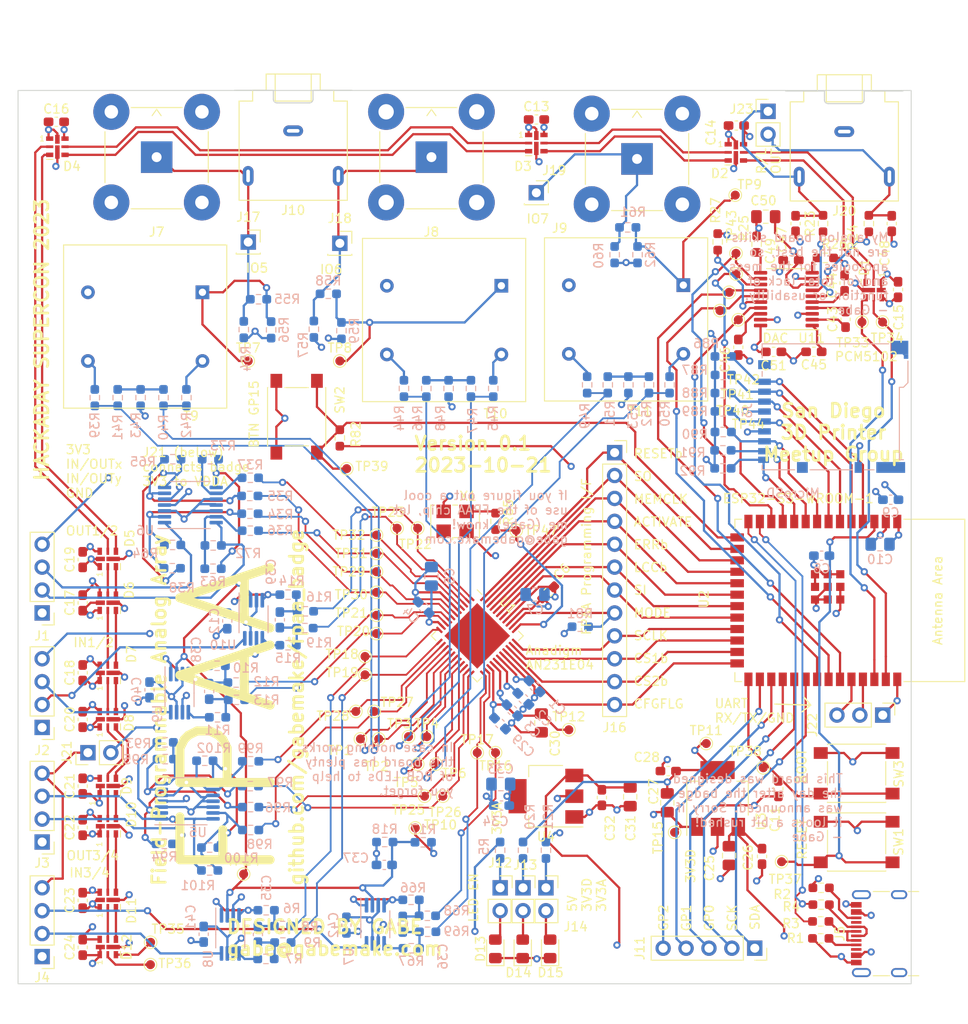
<source format=kicad_pcb>
(kicad_pcb (version 20221018) (generator pcbnew)
  (layers (0 "F.Cu" signal) (1 "In1.Cu" signal) (2 "In2.Cu" signal) (31 "B.Cu" signal) (34 "B.Paste" user) (35 "F.Paste" user) (36 "B.SilkS" user "B.Silkscreen") (37 "F.SilkS" user "F.Silkscreen") (38 "B.Mask" user) (39 "F.Mask" user) (44 "Edge.Cuts" user))
  (net 0 "")
  (net 1 "Net-(U1-VREFN)")
  (net 2 "Net-(U1-VMR)")
  (net 3 "Net-(U1-VREFP)")
  (net 4 "VDDA")
  (net 5 "+3.3V")
  (net 6 "GND")
  (net 7 "/esp32/RESET_N")
  (net 8 "/esp32/BOOT")
  (net 9 "+5V")
  (net 10 "Net-(D1-CKO)")
  (net 11 "Net-(D1-SDO)")
  (net 12 "/LEDs/RGB_DAT")
  (net 13 "/LEDs/RGB_CLK")
  (net 14 "Net-(D2-CKO)")
  (net 15 "Net-(D2-SDO)")
  (net 16 "Net-(D3-CKO)")
  (net 17 "Net-(D3-SDO)")
  (net 18 "Net-(D4-CKO)")
  (net 19 "Net-(D4-SDO)")
  (net 20 "Net-(D5-CKO)")
  (net 21 "Net-(D5-SDO)")
  (net 22 "Net-(D6-CKO)")
  (net 23 "Net-(D6-SDO)")
  (net 24 "Net-(D7-CKO)")
  (net 25 "Net-(D7-SDO)")
  (net 26 "Net-(D8-CKO)")
  (net 27 "Net-(D8-SDO)")
  (net 28 "Net-(D10-CKI)")
  (net 29 "Net-(D10-SDI)")
  (net 30 "Net-(D10-CKO)")
  (net 31 "Net-(D10-SDO)")
  (net 32 "Net-(D11-CKO)")
  (net 33 "Net-(D11-SDO)")
  (net 34 "/Baluns/O3U")
  (net 35 "/Baluns/O4U")
  (net 36 "/Baluns/I3U")
  (net 37 "/Baluns/I4U")
  (net 38 "/Baluns/O1U")
  (net 39 "/Baluns/O2U")
  (net 40 "/Baluns/I1U")
  (net 41 "/Baluns/I2U")
  (net 42 "Net-(J5-CC1)")
  (net 43 "Net-(J5-D+-PadA6)")
  (net 44 "Net-(J5-D--PadA7)")
  (net 46 "Net-(J5-CC2)")
  (net 48 "/esp32/SD_DAT2")
  (net 49 "/esp32/SD_DAT3")
  (net 50 "/esp32/SD_CMD")
  (net 51 "/esp32/SD_CLK")
  (net 52 "/esp32/SD_DAT0")
  (net 53 "/esp32/SD_DAT1")
  (net 54 "/esp32/SD_DET")
  (net 55 "Net-(J17-Pin_1)")
  (net 56 "Net-(J18-Pin_1)")
  (net 57 "Net-(J19-Pin_1)")
  (net 58 "/esp32/SAO_SDA")
  (net 59 "/esp32/SAO_SCK")
  (net 60 "/esp32/SAO_GP0")
  (net 61 "/esp32/SAO_GP1")
  (net 62 "/esp32/SAO_GP2")
  (net 63 "/esp32/FPAA_SCLK")
  (net 64 "/esp32/FPAA_SI")
  (net 65 "/esp32/FPAA_ACTIVATE")
  (net 66 "/esp32/FPAA_CFGFLG")
  (net 67 "/esp32/FPAA_LCCb")
  (net 68 "/esp32/FPAA_CS1b")
  (net 69 "/esp32/FPAA_CS2b")
  (net 70 "/esp32/FPAA_RESETb")
  (net 71 "/esp32/FPAA_SO")
  (net 72 "/esp32/FPAA_MEMCLK")
  (net 73 "/esp32/FPAA_ERRb")
  (net 74 "/esp32/USB_N")
  (net 75 "/esp32/USB_P")
  (net 76 "/Baluns/I4P")
  (net 77 "/Baluns/I4N")
  (net 78 "/Baluns/I3P")
  (net 79 "/Baluns/I3N")
  (net 80 "/Baluns/I2P")
  (net 81 "/Baluns/I2N")
  (net 82 "/Baluns/I1P")
  (net 83 "/Baluns/I1N")
  (net 84 "/Baluns/O1P")
  (net 85 "/Baluns/O1N")
  (net 86 "Net-(T9-SB)")
  (net 87 "/Jacks/IO5P")
  (net 88 "Net-(T9-SA)")
  (net 89 "/Jacks/IO5N")
  (net 90 "Net-(R41-Pad2)")
  (net 91 "Net-(T10-SB)")
  (net 92 "/Jacks/IO6P")
  (net 93 "Net-(T10-SA)")
  (net 94 "/Jacks/IO6N")
  (net 95 "Net-(R46-Pad2)")
  (net 96 "Net-(T11-SB)")
  (net 97 "/Jacks/IO7P")
  (net 98 "Net-(T11-SA)")
  (net 99 "/Jacks/IO7N")
  (net 100 "Net-(R51-Pad2)")
  (net 101 "Net-(T9-AA)")
  (net 102 "Net-(T10-AA)")
  (net 103 "Net-(T11-AA)")
  (net 104 "/Baluns/O2N")
  (net 105 "/Baluns/O2P")
  (net 106 "/Baluns/O3N")
  (net 107 "/Baluns/O3P")
  (net 108 "/Baluns/O4N")
  (net 109 "/Baluns/O4P")
  (net 110 "/esp32/BUTTON")
  (net 111 "Net-(X1-OUT)")
  (net 112 "Net-(U1-ACLK)")
  (net 114 "Net-(U5A--)")
  (net 115 "Net-(R93-Pad2)")
  (net 116 "Net-(U5B--)")
  (net 117 "Net-(U5C--)")
  (net 118 "Net-(U5D--)")
  (net 119 "Net-(R100-Pad2)")
  (net 120 "Net-(U8--IN1)")
  (net 121 "Net-(C35-Pad1)")
  (net 122 "Net-(U8-OUT2)")
  (net 123 "Net-(C35-Pad2)")
  (net 124 "Net-(U9--IN1)")
  (net 125 "Net-(C38-Pad1)")
  (net 126 "Net-(U9-OUT2)")
  (net 127 "Net-(C38-Pad2)")
  (net 128 "Net-(U10--IN1)")
  (net 129 "Net-(C39-Pad1)")
  (net 130 "Net-(U10-OUT2)")
  (net 131 "Net-(C39-Pad2)")
  (net 132 "Net-(U6A--)")
  (net 133 "Net-(U6B--)")
  (net 134 "Net-(U6D--)")
  (net 135 "Net-(U6C--)")
  (net 136 "Net-(R38-Pad2)")
  (net 137 "Net-(R63-Pad2)")
  (net 138 "Net-(U7--IN1)")
  (net 139 "Net-(C36-Pad1)")
  (net 140 "Net-(U7-OUT2)")
  (net 141 "Net-(C36-Pad2)")
  (net 142 "Net-(U10-+IN2)")
  (net 143 "Net-(D12-CKO)")
  (net 144 "Net-(D12-SDO)")
  (net 145 "Net-(D13-A)")
  (net 146 "Net-(D14-A)")
  (net 147 "Net-(D15-A)")
  (net 148 "Net-(J12-Pin_1)")
  (net 149 "Net-(J13-Pin_1)")
  (net 150 "Net-(J14-Pin_1)")
  (net 151 "Net-(U11-CAPP)")
  (net 152 "Net-(U11-CAPM)")
  (net 153 "Net-(U11-VNEG)")
  (net 154 "Net-(U11-CPVDD)")
  (net 155 "Net-(U11-LDOO)")
  (net 156 "/esp32/UART_TX")
  (net 157 "/esp32/UART_RX")
  (net 158 "Net-(U11-OUTL)")
  (net 159 "Net-(U11-OUTR)")
  (net 160 "/DAC/I2S_FLT")
  (net 161 "/DAC/I2S_DEMP")
  (net 162 "/DAC/I2S_FMT")
  (net 163 "/DAC/I2S_SCK")
  (net 164 "/DAC/I2S_DAT")
  (net 165 "/DAC/I2S_XSMT")
  (net 166 "/DAC/I2S_LRCK")
  (net 167 "/DAC/I2S_BCK")
  (net 168 "Net-(J16-Pin_8)")
  (net 169 "Net-(J23-Pin_1)")
  (net 170 "Net-(J23-Pin_2)")
  (net 171 "Net-(J21-Pin_1)")
  (footprint "Connector_PinHeader_2.54mm:PinHeader_1x02_P2.54mm_Vertical" (layer "F.Cu") (at 81.28 109.474 90)
    (fp_text reference "J21")
    (fp_text value "Conn_01x02")
  )
  (footprint "Resistor_SMD:R_0603_1608Metric_Pad0.98x0.95mm_HandSolder" (layer "F.Cu") (at 155.448 53.086 90)
    (fp_text reference "R25")
    (fp_text value "0")
  )
  (footprint "LED_SMD:LED_0805_2012Metric_Pad1.15x1.40mm_HandSolder" (layer "F.Cu") (at 132.545054 131.228078 90)
    (fp_text reference "D15")
    (fp_text value "LED")
  )
  (footprint "Capacitor_SMD:C_0805_2012Metric_Pad1.18x1.45mm_HandSolder" (layer "F.Cu") (at 131.572 106.172 -90)
    (fp_text reference "C30")
    (fp_text value "10uF")
  )
  (footprint "LED_SMD:LED-APA102-2020" (layer "F.Cu") (at 153.145065 42.906142)
    (fp_text reference "D2")
    (fp_text value "APA102-2020")
  )
  (footprint "TestPoint:TestPoint_Pad_D1.0mm" (layer "F.Cu") (at 167.132 61.722)
    (fp_text reference "TP33")
    (fp_text value "TestPoint")
  )
  (footprint "TestPoint:TestPoint_Pad_D1.0mm" (layer "F.Cu") (at 117.856 110.744)
    (fp_text reference "TP5")
    (fp_text value "TestPoint")
  )
  (footprint "Transformer_THT:Transformer_NF_ETAL_1-1_P1200" (layer "F.Cu") (at 127.135341 57.694783)
    (fp_text reference "T10")
    (fp_text value "Transformer_1P_1S")
  )
  (footprint "TestPoint:TestPoint_Pad_D1.0mm" (layer "F.Cu") (at 109.982 77.978)
    (fp_text reference "TP39")
    (fp_text value "TestPoint")
  )
  (footprint "TestPoint:TestPoint_Pad_D1.0mm" (layer "F.Cu") (at 112.014 100.838)
    (fp_text reference "TP19")
    (fp_text value "TestPoint")
  )
  (footprint "LED_SMD:LED_0805_2012Metric_Pad1.15x1.40mm_HandSolder" (layer "F.Cu") (at 129.505054 131.228078 90)
    (fp_text reference "D14")
    (fp_text value "LED")
  )
  (footprint "Connector_Coaxial:BNC_Molex_SD-73131-024_Horizontal" (layer "F.Cu") (at 119.38 43.434)
    (fp_text reference "J8")
    (fp_text value "Conn_Coaxial")
  )
  (footprint "TestPoint:TestPoint_Pad_D1.0mm" (layer "F.Cu") (at 118.872 107.696)
    (fp_text reference "TP4")
    (fp_text value "TestPoint")
  )
  (footprint "TestPoint:TestPoint_Pad_D1.0mm" (layer "F.Cu") (at 115.57 84.582)
    (fp_text reference "TP23")
    (fp_text value "TestPoint")
  )
  (footprint "TestPoint:TestPoint_Pad_D1.0mm" (layer "F.Cu") (at 117.856 84.582)
    (fp_text reference "TP22")
    (fp_text value "TestPoint")
  )
  (footprint "LED_SMD:LED-APA102-2020" (layer "F.Cu") (at 83.486879 92.846158 90)
    (fp_text reference "D6")
    (fp_text value "APA102-2020")
  )
  (footprint "TestPoint:TestPoint_Pad_D1.0mm" (layer "F.Cu") (at 128.778 84.836)
    (fp_text reference "TP47")
    (fp_text value "TestPoint")
  )
  (footprint "Capacitor_SMD:C_0603_1608Metric_Pad1.08x0.95mm_HandSolder" (layer "F.Cu") (at 165.312072 61.421155 90)
    (fp_text reference "C43")
    (fp_text value "2.2uF")
  )
  (footprint "TestPoint:TestPoint_Pad_D1.0mm" (layer "F.Cu") (at 111.506 107.95)
    (fp_text reference "TP1")
    (fp_text value "TestPoint")
  )
  (footprint "Capacitor_SMD:C_0603_1608Metric_Pad1.08x0.95mm_HandSolder" (layer "F.Cu") (at 80.698886 105.787401 90)
    (fp_text reference "C20")
    (fp_text value "100nF")
  )
  (footprint "TestPoint:TestPoint_Pad_D1.0mm" (layer "F.Cu") (at 126.492 109.474 180)
    (fp_text reference "TP16")
    (fp_text value "TestPoint")
  )
  (footprint "Capacitor_SMD:C_0805_2012Metric_Pad1.18x1.45mm_HandSolder" (layer "F.Cu") (at 141.424357 114.365471 -90)
    (fp_text reference "C31")
    (fp_text value "10uF")
  )
  (footprint "LED_SMD:LED-APA102-2020" (layer "F.Cu") (at 83.486879 105.77 90)
    (fp_text reference "D8")
    (fp_text value "APA102-2020")
  )
  (footprint "TestPoint:TestPoint_Pad_D1.0mm" (layer "F.Cu") (at 88.21255 132.980868)
    (fp_text reference "TP36")
    (fp_text value "TestPoint")
  )
  (footprint "LED_SMD:LED-APA102-2020" (layer "F.Cu") (at 168.436387 58.178786 -90)
    (fp_text reference "D1")
    (fp_text value "APA102-2020")
  )
  (footprint "Transformer_THT:Transformer_NF_ETAL_1-1_P1200" (layer "F.Cu") (at 93.98 58.42)
    (fp_text reference "T9")
    (fp_text value "Transformer_1P_1S")
  )
  (footprint "LED_SMD:LED-APA102-2020" (layer "F.Cu") (at 83.486879 100.624878 90)
    (fp_text reference "D7")
    (fp_text value "APA102-2020")
  )
  (footprint "TestPoint:TestPoint_Pad_D1.0mm" (layer "F.Cu") (at 152.4 58.42)
    (fp_text reference "TP41")
    (fp_text value "TestPoint")
  )
  (footprint "Connector_PinSocket_2.54mm:PinSocket_1x05_P2.54mm_Vertical" (layer "F.Cu") (at 155.242752 131.157065 -90)
    (fp_text reference "J11")
    (fp_text value "Conn_01x05")
  )
  (footprint "Connector_PinSocket_2.54mm:PinSocket_1x02_P2.54mm_Vertical" (layer "F.Cu") (at 132.08 124.46)
    (fp_text reference "J14")
    (fp_text value "Conn_01x02")
  )
  (footprint "TestPoint:TestPoint_Pad_D1.0mm" (layer "F.Cu") (at 109.22 66.04)
    (fp_text reference "TP8")
    (fp_text value "TestPoint")
  )
  (footprint "Resistor_SMD:R_0603_1608Metric_Pad0.98x0.95mm_HandSolder" (layer "F.Cu") (at 167.894 50.8 90)
    (fp_text reference "R24")
    (fp_text value "470")
  )
  (footprint "LED_SMD:LED-APA102-2020" (layer "F.Cu") (at 83.486879 131.026018 90)
    (fp_text reference "D12")
    (fp_text value "APA102-2020")
  )
  (footprint "Capacitor_SMD:C_0603_1608Metric_Pad1.08x0.95mm_HandSolder" (layer "F.Cu") (at 161.798 65.024 180)
    (fp_text reference "C45")
    (fp_text value "2.2uF")
  )
  (footprint "Resistor_SMD:R_0603_1608Metric_Pad0.98x0.95mm_HandSolder" (layer "F.Cu") (at 162.56 130.065586)
    (fp_text reference "R1")
    (fp_text value "5.1K")
  )
  (footprint "Connector_Audio:Jack_3.5mm_CUI_SJ1-3523N_Horizontal" (layer "F.Cu") (at 104.046682 40.518434 180)
    (fp_text reference "J10")
    (fp_text value "AudioPlug3")
    (fp_line (start -2.2 3.5) (end -2.2 4.5) (stroke (width 0.12)) (layer "Edge.Cuts"))
    (fp_line (start -2.2 4.5) (end -6.5 4.5) (stroke (width 0.12)) (layer "Edge.Cuts"))
    (fp_line (start 1.8 3.1) (end -1.8 3.1) (stroke (width 0.12)) (layer "Edge.Cuts"))
    (fp_line (start 2.2 3.5) (end 2.2 4.5) (stroke (width 0.12)) (layer "Edge.Cuts"))
    (fp_line (start 2.2 4.5) (end 6.5 4.5) (stroke (width 0.12)) (layer "Edge.Cuts"))
    (fp_arc (start -2.2 3.5) (mid -2.082842 3.217158) (end -1.8 3.1) (stroke (width 0.12)) (layer "Edge.Cuts"))
    (fp_arc (start 1.8 3.1) (mid 2.082843 3.217157) (end 2.2 3.5) (stroke (width 0.12)) (layer "Edge.Cuts"))
  )
  (footprint "LED_SMD:LED-APA102-2020" (layer "F.Cu") (at 131.013994 41.8744)
    (fp_text reference "D3")
    (fp_text value "APA102-2020")
  )
  (footprint "Connector_PinHeader_2.54mm:PinHeader_1x04_P2.54mm_Vertical" (layer "F.Cu") (at 76.2 132.08 180)
    (fp_text reference "J4")
    (fp_text value "Conn_01x04")
  )
  (footprint "Connector_PinSocket_2.54mm:PinSocket_1x02_P2.54mm_Vertical" (layer "F.Cu") (at 129.54 124.46)
    (fp_text reference "J13")
    (fp_text value "Conn_01x02")
  )
  (footprint "TestPoint:TestPoint_Pad_D1.0mm" (layer "F.Cu") (at 124.46 109.474)
    (fp_text reference "TP17")
    (fp_text value "TestPoint")
  )
  (footprint "Connector_PinSocket_2.54mm:PinSocket_1x12_P2.54mm_Vertical" (layer "F.Cu") (at 139.7 76.2)
    (fp_text reference "J16")
    (fp_text value "Conn_01x12")
  )
  (footprint "Capacitor_SMD:C_0805_2012Metric_Pad1.18x1.45mm_HandSolder" (layer "F.Cu") (at 156.464 50.038 180)
    (fp_text reference "C50")
    (fp_text value "10uF")
  )
  (footprint "TestPoint:TestPoint_Pad_D1.0mm" (layer "F.Cu") (at 169.418 61.722)
    (fp_text reference "TP34")
    (fp_text value "TestPoint")
  )
  (footprint "TestPoint:TestPoint_Pad_D1.0mm" (layer "F.Cu") (at 153.162 54.102 90)
    (fp_text reference "TP43")
    (fp_text value "TestPoint")
  )
  (footprint "LED_SMD:LED-APA102-2020" (layer "F.Cu") (at 77.89 42.28)
    (fp_text reference "D4")
    (fp_text value "APA102-2020")
  )
  (footprint "TestPoint:TestPoint_Pad_D1.0mm" (layer "F.Cu") (at 113.284 89.408)
    (fp_text reference "TP29")
    (fp_text value "TestPoint")
  )
  (footprint "Resistor_SMD:R_0603_1608Metric_Pad0.98x0.95mm_HandSolder" (layer "F.Cu") (at 109.22 74.5725 90)
    (fp_text reference "R82")
    (fp_text value "1K")
  )
  (footprint "Button_Switch_SMD:SW_SPST_PTS645" (layer "F.Cu") (at 166.54 119.38 180)
    (fp_text reference "SW1")
    (fp_text value "SW_Push")
  )
  (footprint "Connector_Coaxial:BNC_TEConnectivity_1478035_Horizontal" (layer "F.Cu") (at 142.185 43.633)
    (fp_text reference "J9")
    (fp_text value "Conn_Coaxial")
  )
  (footprint "Resistor_SMD:R_0603_1608Metric_Pad0.98x0.95mm_HandSolder" (layer "F.Cu") (at 162.56 128.185604)
    (fp_text reference "R3")
    (fp_text value "22")
  )
  (footprint "LED_SMD:LED_0805_2012Metric_Pad1.15x1.40mm_HandSolder" (layer "F.Cu") (at 126.465054 131.228078 90)
    (fp_text reference "D13")
    (fp_text value "LED")
  )
  (footprint "TestPoint:TestPoint_Pad_D1.0mm" (layer "F.Cu") (at 113.284 87.376)
    (fp_text reference "TP31")
    (fp_text value "TestPoint")
  )
  (footprint "Capacitor_SMD:C_0603_1608Metric_Pad1.08x0.95mm_HandSolder" (layer "F.Cu") (at 153.416 64.516 -90)
    (fp_text reference "C46")
    (fp_text value "2.2uF")
  )
  (footprint "TestPoint:TestPoint_Pad_D1.0mm" (layer "F.Cu") (at 113.03 104.902)
    (fp_text reference "TP27")
    (fp_text value "TestPoint")
  )
  (footprint "TestPoint:TestPoint_Pad_D1.0mm" (layer "F.Cu") (at 153.078727 47.645893)
    (fp_text reference "TP9")
    (fp_text value "TestPoint")
  )
  (footprint "Capacitor_SMD:C_0603_1608Metric_Pad1.08x0.95mm_HandSolder" (layer "F.Cu") (at 80.698886 131.064 90)
    (fp_text reference "C24")
    (fp_text value "100nF")
  )
  (footprint "Capacitor_SMD:C_0603_1608Metric_Pad1.08x0.95mm_HandSolder" (layer "F.Cu") (at 80.698886 88.065273 90)
    (fp_text reference "C19")
    (fp_text value "100nF")
  )
  (footprint "TestPoint:TestPoint_Pad_D1.0mm" (layer "F.Cu") (at 149.86 108.458)
    (fp_text reference "TP11")
    (fp_text value "TestPoint")
  )
  (footprint "PCM_Espressif:ESP32-S3-WROOM-1" (layer "F.Cu") (at 162.787847 92.589092 -90)
    (fp_text reference "U2")
    (fp_text value "ESP32-S3-WROOM-1")
  )
  (footprint "Capacitor_SMD:C_0603_1608Metric_Pad1.08x0.95mm_HandSolder" (layer "F.Cu") (at 170.434 50.8 -90)
    (fp_text reference "C48")
    (fp_text value "2.2nF")
  )
  (footprint "Capacitor_SMD:C_0603_1608Metric_Pad1.08x0.95mm_HandSolder" (layer "F.Cu") (at 80.698886 117.771303 90)
    (fp_text reference "C22")
    (fp_text value "100nF")
  )
  (footprint "Capacitor_SMD:C_0805_2012Metric_Pad1.18x1.45mm_HandSolder" (layer "F.Cu") (at 152.4 120.8825 -90)
    (fp_text reference "C25")
    (fp_text value "10uF")
  )
  (footprint "TestPoint:TestPoint_Pad_D1.0mm" (layer "F.Cu") (at 156.18302 111.149089)
    (fp_text reference "TP38")
    (fp_text value "TestPoint")
  )
  (footprint "TestPoint:TestPoint_Pad_D1.0mm" (layer "F.Cu") (at 113.538 107.95)
    (fp_text reference "TP2")
    (fp_text value "TestPoint")
  )
  (footprint "TestPoint:TestPoint_Pad_D1.0mm" (layer "F.Cu") (at 113.284 91.694)
    (fp_text reference "TP30")
    (fp_text value "TestPoint")
  )
  (footprint "Transformer_THT:Transformer_NF_ETAL_1-1_P1200" (layer "F.Cu") (at 147.32 57.628854)
    (fp_text reference "T11")
    (fp_text value "Transformer_1P_1S")
  )
  (footprint "TestPoint:TestPoint_Pad_D1.0mm" (layer "F.Cu") (at 153.416 61.468)
    (fp_text reference "TP44")
    (fp_text value "TestPoint")
  )
  (footprint "TestPoint:TestPoint_Pad_D1.0mm" (layer "F.Cu") (at 113.284 94.234)
    (fp_text reference "TP21")
    (fp_text value "TestPoint")
  )
  (footprint "TestPoint:TestPoint_Pad_D1.0mm" (layer "F.Cu") (at 110.998 104.902)
    (fp_text reference "TP28")
    (fp_text value "TestPoint")
  )
  (footprint "Capacitor_SMD:C_0603_1608Metric_Pad1.08x0.95mm_HandSolder" (layer "F.Cu") (at 157.333766 65.027332)
    (fp_text reference "C51")
    (fp_text value "100nF")
  )
  (footprint "Capacitor_SMD:C_0603_1608Metric_Pad1.08x0.95mm_HandSolder" (layer "F.Cu") (at 153.197143 39.927967)
    (fp_text reference "C14")
    (fp_text value "100nF")
  )
  (footprint "Connector_PinSocket_2.54mm:PinSocket_1x01_P2.54mm_Vertical" (layer "F.Cu") (at 109.22 52.990335)
    (fp_text reference "J18")
    (fp_text value "Conn_01x01")
  )
  (footprint "Capacitor_SMD:C_0603_1608Metric_Pad1.08x0.95mm_HandSolder" (layer "F.Cu") (at 171.134036 58.117609 -90)
    (fp_text reference "C15")
    (fp_text value "100nF")
  )
  (footprint "Capacitor_SMD:C_0603_1608Metric_Pad1.08x0.95mm_HandSolder" (layer "F.Cu") (at 165.205421 57.397337 90)
    (fp_text reference "C44")
    (fp_text value "2.2uF")
  )
  (footprint "TestPoint:TestPoint_Pad_D1.0mm" (layer "F.Cu") (at 116.84 107.696)
    (fp_text reference "TP3")
    (fp_text value "TestPoint")
  )
  (footprint "Package_TO_SOT_SMD:SOT-223-3_TabPin2" (layer "F.Cu") (at 132.08 114.3 180)
    (fp_text reference "U4")
    (fp_text value "AZ1117-3.3")
  )
  (footprint "Capacitor_SMD:C_0603_1608Metric_Pad1.08x0.95mm_HandSolder" (layer "F.Cu") (at 157.858841 113.461736 90)
    (fp_text reference "C11")
    (fp_text value "100nF")
  )
  (footprint "Connector_PinSocket_2.54mm:PinSocket_1x02_P2.54mm_Vertical" (layer "F.Cu") (at 127 124.46)
    (fp_text reference "J12")
    (fp_text value "Conn_01x02")
  )
  (footprint "Button_Switch_SMD:SW_SPST_PTS645" (layer "F.Cu") (at 166.54 111.76 180)
    (fp_text reference "SW3")
    (fp_text value "SW_Push")
  )
  (footprint "Capacitor_SMD:C_0603_1608Metric_Pad1.08x0.95mm_HandSolder" (layer "F.Cu") (at 80.698886 100.612718 90)
    (fp_text reference "C18")
    (fp_text value "100nF")
  )
  (footprint "LED_SMD:LED-APA102-2020" (layer "F.Cu") (at 83.486879 87.99 90)
    (fp_text reference "D5")
    (fp_text value "APA102-2020")
  )
  (footprint "TestPoint:TestPoint_Pad_D1.0mm" (layer "F.Cu") (at 117.585578 117.819316)
    (fp_text reference "TP10")
    (fp_text value "TestPoint")
  )
  (footprint "Resistor_SMD:R_0603_1608Metric_Pad0.98x0.95mm_HandSolder" (layer "F.Cu") (at 162.814 50.8 90)
    (fp_text reference "R23")
    (fp_text value "470")
  )
  (footprint "Resistor_SMD:R_0603_1608Metric_Pad0.98x0.95mm_HandSolder" (layer "F.Cu") (at 151.13 52.832 90)
    (fp_text reference "R27")
    (fp_text value "0")
  )
  (footprint "Capacitor_SMD:C_0603_1608Metric_Pad1.08x0.95mm_HandSolder" (layer "F.Cu") (at 159.258 54.864 180)
    (fp_text reference "C49")
    (fp_text value "100nF")
  )
  (footprint "Oscillator:Oscillator_SMD_SeikoEpson_SG8002LB-4Pin_5.0x3.2mm" (layer "F.Cu") (at 122.007395 83.82)
    (fp_text reference "X1")
    (fp_text value "SG-5032CAN")
  )
  (footprint "Capacitor_SMD:C_0603_1608Metric_Pad1.08x0.95mm_HandSolder" (layer "F.Cu") (at 132.334 91.694 45)
    (fp_text reference "C6")
    (fp_text value "100nF")
  )
  (footprint "LED_SMD:LED-APA102-2020" (layer "F.Cu") (at 83.486879 113.166528 90)
    (fp_text reference "D9")
    (fp_text value "APA102-2020")
  )
  (footprint "Capacitor_SMD:C_0603_1608Metric_Pad1.08x0.95mm_HandSolder" (layer "F.Cu") (at 131.026494 39.25802)
    (fp_text reference "C13")
    (fp_text value "100nF")
  )
  (footprint "Connector_PinHeader_2.54mm:PinHeader_1x03_P2.54mm_Vertical" (layer "F.Cu") (at 169.440163 105.307212 -90)
    (fp_text reference "J22")
    (fp_text value "Conn_01x03")
  )
  (footprint "TestPoint:TestPoint_Pad_D1.0mm" (layer "F.Cu") (at 113.284 85.344)
    (fp_text reference "TP32")
    (fp_text value "TestPoint")
  )
  (footprint "TestPoint:TestPoint_Pad_D1.0mm" (layer "F.Cu") (at 119.888 110.744)
    (fp_text reference "TP6")
    (fp_text value "TestPoint")
  )
  (footprint "TestPoint:TestPoint_Pad_D1.0mm" (layer "F.Cu") (at 98.552 122.936)
    (fp_text reference "TP24")
    (fp_text value "TestPoint")
  )
  (footprint "TestPoint:TestPoint_Pad_D1.0mm" (layer "F.Cu") (at 118.618 114.3)
    (fp_text reference "TP25")
    (fp_text value "TestPoint")
  )
  (footprint "Resistor_SMD:R_0603_1608Metric_Pad0.98x0.95mm_HandSolder" (layer "F.Cu") (at 162.600429 126.325837)
    (fp_text reference "R4")
    (fp_text value "22")
  )
  (footprint "Resistor_SMD:R_0603_1608Metric_Pad0.98x0.95mm_HandSolder" (layer "F.Cu") (at 163.068 54.61)
    (fp_text reference "R26")
    (fp_text value "0")
  )
  (footprint "Capacitor_SMD:C_0603_1608Metric_Pad1.08x0.95mm_HandSolder" (layer "F.Cu") (at 138.284323 114.450906 -90)
    (fp_text reference "C32")
    (fp_text value "100nF")
  )
  (footprint "Connector_PinHeader_2.54mm:PinHeader_1x02_P2.54mm_Vertical" (layer "F.Cu") (at 156.718 38.354)
    (fp_text reference "J23")
    (fp_text value "Conn_01x02")
  )
  (footprint "TestPoint:TestPoint_Pad_D1.0mm" (layer "F.Cu") (at 158.216362 121.567717)
    (fp_text reference "TP37")
    (fp_text value "TestPoint")
  )
  (footprint "TestPoint:TestPoint_Pad_D1.0mm" (layer "F.Cu") (at 112.014 98.806)
    (fp_text reference "TP18")
    (fp_text value "TestPoint")
  )
  (footprint "Capacitor_SMD:C_0603_1608Metric_Pad1.08x0.95mm_HandSolder" (layer "F.Cu") (at 80.698886 113.181479 90)
    (fp_text reference "C21")
    (fp_text value "100nF")
  )
  (footprint "Resistor_SMD:R_0603_1608Metric_Pad0.98x0.95mm_HandSolder" (layer "F.Cu") (at 126.492 83.82 -90)
    (fp_text reference "R85")
    (fp_text value "1K")
  )
  (footprint "Capacitor_SMD:C_0603_1608Metric_Pad1.08x0.95mm_HandSolder" (layer "F.Cu") (at 80.698886 125.858756 90)
    (fp_text reference "C23")
    (fp_text value "100nF")
  )
  (footprint "Connector_PinSocket_2.54mm:PinSocket_1x01_P2.54mm_Vertical" (layer "F.Cu") (at 131.013737 47.386412)
    (fp_text reference "J19")
    (fp_text value "Conn_01x01")
  )
  (footprint "Capacitor_SMD:C_0603_1608Metric_Pad1.08x0.95mm_HandSolder" (layer "F.Cu") (at 77.776169 39.517551)
    (fp_text reference "C16")
    (fp_text value "100nF")
  )
  (footprint "Capacitor_SMD:C_0805_2012Metric_Pad1.18x1.45mm_HandSolder" (layer "F.Cu") (at 145.539788 115.029477 -90)
    (fp_text reference "C27")
    (fp_text value "10uF")
  )
  (footprint "Capacitor_SMD:C_0603_1608Metric_Pad1.08x0.95mm_HandSolder" (layer "F.Cu") (at 80.698886 92.86403 90)
    (fp_text reference "C17")
    (fp_text value "100nF")
  )
  (footprint "Connector_PinHeader_2.54mm:PinHeader_1x04_P2.54mm_Vertical" (layer "F.Cu") (at 76.2 119.38 180)
    (fp_text reference "J3")
    (fp_text value "Conn_01x04")
  )
  (footprint "TestPoint:TestPoint_Pad_D1.0mm" (layer "F.Cu") (at 113.284 96.266)
    (fp_text reference "TP20")
    (fp_text value "TestPoint")
  )
  (footprint "TestPoint:TestPoint_Pad_D1.0mm" (layer "F.Cu") (at 146.353246 118.311236)
    (fp_text reference "TP15")
    (fp_text value "TestPoint")
  )
  (footprint "TestPoint:TestPoint_Pad_D1.0mm" (layer "F.Cu") (at 151.384 60.452)
    (fp_text reference "TP40")
    (fp_text value "TestPoint")
  )
  (footprint "Package_TO_SOT_SMD:SOT-223-3_TabPin2" (layer "F.Cu") (at 151.112202 114.550988 90)
    (fp_text reference "U3")
    (fp_text value "AMS1117-3.3")
  )
  (footprint "Connector_Coaxial:BNC_TEConnectivity_1478035_Horizontal" (layer "F.Cu") (at 88.9 43.434)
    (fp_text reference "J7")
    (fp_text value "Conn_Coaxial")
  )
  (footprint "Capacitor_SMD:C_0603_1608Metric_Pad1.08x0.95mm_HandSolder" (layer "F.Cu") (at 145.6425 111.510849 180)
    (fp_text reference "C28")
    (fp_text value "100nF")
  )
  (footprint "Button_Switch_SMD:SW_SPST_PTS645" (layer "F.Cu") (at 104.43 72.22 -90)
    (fp_text reference "SW2")
    (fp_text value "SW_Push")
  )
  (footprint "LED_SMD:LED-APA102-2020" (layer "F.Cu") (at 83.486879 117.63 90)
    (fp_text reference "D10")
    (fp_text value "APA102-2020")
  )
  (footprint "TestPoint:TestPoint_Pad_D1.0mm" (layer "F.Cu") (at 120.65 114.3)
    (fp_text reference "TP26")
    (fp_text value "TestPoint")
  )
  (footprint "TestPoint:TestPoint_Pad_D1.0mm" (layer "F.Cu") (at 99.06 66.04)
    (fp_text reference "TP7")
    (fp_text value "TestPoint")
  )
  (footprint "Connector_PinHeader_2.54mm:PinHeader_1x04_P2.54mm_Vertical" (layer "F.Cu") (at 76.2 106.68 180)
    (fp_text reference "J2")
    (fp_text value "Conn_01x04")
  )
  (footprint "Package_SO:TSSOP-20_4.4x6.5mm_P0.65mm" (layer "F.Cu") (at 158.75 59.182 180)
    (fp_text reference "U11")
    (fp_text value "PCM5102")
  )
  (footprint "Connector_PinSocket_2.54mm:PinSocket_1x01_P2.54mm_Vertical" (layer "F.Cu") (at 99.06 52.851112)
    (fp_text reference "J17")
    (fp_text value "Conn_01x01")
  )
  (footprint "LED_SMD:LED-APA102-2020" (layer "F.Cu") (at 83.486879 125.80075 90)
    (fp_text reference "D11")
    (fp_text value "APA102-2020")
  )
  (footprint "TestPoint:TestPoint_Pad_D1.0mm" (layer "F.Cu") (at 88.234682 130.50207)
    (fp_text reference "TP35")
    (fp_text value "TestPoint")
  )
  (footprint "Capacitor_SMD:C_0603_1608Metric_Pad1.08x0.95mm_HandSolder" (layer "F.Cu") (at 156.048022 120.973157 -90)
    (fp_text reference "C26")
    (fp_text value "100nF")
  )
  (footprint "Package_DFN_QFN:QFN-44-1EP_7x7mm_P0.5mm_EP5.15x5.15mm" (layer "F.Cu") (at 124.46 96.52 -45)
    (fp_text reference "U1")
    (fp_text value "~")
  )
  (footprint "Connector_PinHeader_2.54mm:PinHeader_1x04_P2.54mm_Vertical" (layer "F.Cu") (at 76.2 93.98 180)
    (fp_text reference "J1")
    (fp_text value "Conn_01x04")
  )
  (footprint "Capacitor_SMD:C_0603_1608Metric_Pad1.08x0.95mm_HandSolder" (layer "F.Cu") (at 159.766 50.8 -90)
    (fp_text reference "C47")
    (fp_text value "2.2nF")
  )
  (footprint "TestPoint:TestPoint_Pad_D1.0mm" (layer "F.Cu") (at 153.162 56.388)
    (fp_text reference "TP42")
    (fp_text value "TestPoint")
  )
  (footprint "TestPoint:TestPoint_Pad_D1.0mm" (layer "F.Cu") (at 134.62 106.934)
    (fp_text reference "TP12")
    (fp_text value "TestPoint")
  )
  (footprint "Resistor_SMD:R_0603_1608Metric_Pad0.98x0.95mm_HandSolder" (layer "F.Cu") (at 162.600429 124.46)
    (fp_text reference "R2")
    (fp_text value "5.1K")
  )
  (footprint "Connector_Audio:Jack_3.5mm_CUI_SJ1-3523N_Horizontal" (layer "F.Cu") (at 165.172544 40.6 180)
    (fp_text reference "J20")
    (fp_text value "AudioPlug3")
    (fp_line (start -2.2 3.5) (end -2.2 4.5) (stroke (width 0.12)) (layer "Edge.Cuts"))
    (fp_line (start -2.2 4.5) (end -6.5 4.5) (stroke (width 0.12)) (layer "Edge.Cuts"))
    (fp_line (start 1.8 3.1) (end -1.8 3.1) (stroke (width 0.12)) (layer "Edge.Cuts"))
    (fp_line (start 2.2 3.5) (end 2.2 4.5) (stroke (width 0.12)) (layer "Edge.Cuts"))
    (fp_line (start 2.2 4.5) (end 6.5 4.5) (stroke (width 0.12)) (layer "Edge.Cuts"))
    (fp_arc (start -2.2 3.5) (mid -2.082842 3.217158) (end -1.8 3.1) (stroke (width 0.12)) (layer "Edge.Cuts"))
    (fp_arc (start 1.8 3.1) (mid 2.082843 3.217157) (end 2.2 3.5) (stroke (width 0.12)) (layer "Edge.Cuts"))
  )
  (footprint "Connector_USB:USB_C_Receptacle_GCT_USB4105-xx-A_16P_TopMnt_Horizontal" (layer "F.Cu") (at 170.18 129.54 90)
    (fp_text reference "J5")
    (fp_text value "USB_C_Receptacle_USB2.0")
  )
  (footprint "Capacitor_SMD:C_0603_1608Metric_Pad1.08x0.95mm_HandSolder" (layer "B.Cu") (at 130.81 102.108 -45)
    (fp_text reference "C1")
    (fp_text value "100nF")
  )
  (footprint "Resistor_SMD:R_0603_1608Metric_Pad0.98x0.95mm_HandSolder" (layer "B.Cu") (at 95.153607 89.075593)
    (fp_text reference "R63")
    (fp_text value "1K")
  )
  (footprint "Resistor_SMD:R_0603_1608Metric_Pad0.98x0.95mm_HandSolder" (layer "B.Cu") (at 151.7415 65.532 180)
    (fp_text reference "R86")
    (fp_text value "10K")
  )
  (footprint "Resistor_SMD:R_0603_1608Metric_Pad0.98x0.95mm_HandSolder" (layer "B.Cu") (at 117.118341 125.79075)
    (fp_text reference "R66")
    (fp_text value "250")
  )
  (footprint "Resistor_SMD:R_0603_1608Metric_Pad0.98x0.95mm_HandSolder" (layer "B.Cu") (at 105.398337 93.795488)
    (fp_text reference "R16")
    (fp_text value "0")
  )
  (footprint "Resistor_SMD:R_0603_1608Metric_Pad0.98x0.95mm_HandSolder" (layer "B.Cu") (at 139.7 54.2525 90)
    (fp_text reference "R60")
    (fp_text value "DNP")
  )
  (footprint "Capacitor_SMD:C_0603_1608Metric_Pad1.08x0.95mm_HandSolder" (layer "B.Cu") (at 170.319564 81.426761)
    (fp_text reference "C9")
    (fp_text value "100nF")
  )
  (footprint "Resistor_SMD:R_0603_1608Metric_Pad0.98x0.95mm_HandSolder" (layer "B.Cu") (at 151.7415 69.596 180)
    (fp_text reference "R88")
    (fp_text value "10K")
  )
  (footprint "Resistor_SMD:R_0603_1608Metric_Pad0.98x0.95mm_HandSolder" (layer "B.Cu") (at 136.652 68.6835 -90)
    (fp_text reference "R49")
    (fp_text value "0")
  )
  (footprint "Resistor_SMD:R_0603_1608Metric_Pad0.98x0.95mm_HandSolder" (layer "B.Cu") (at 141.224 68.6835 -90)
    (fp_text reference "R53")
    (fp_text value "DNP")
  )
  (footprint "Resistor_SMD:R_0603_1608Metric_Pad0.98x0.95mm_HandSolder" (layer "B.Cu") (at 99.288859 78.988856 180)
    (fp_text reference "R37")
    (fp_text value "1K")
  )
  (footprint "Resistor_SMD:R_0603_1608Metric_Pad0.98x0.95mm_HandSolder" (layer "B.Cu") (at 89.752837 119.587485)
    (fp_text reference "R94")
    (fp_text value "RF")
  )
  (footprint "Resistor_SMD:R_0603_1608Metric_Pad0.98x0.95mm_HandSolder" (layer "B.Cu") (at 103.479843 97.555594)
    (fp_text reference "R15")
    (fp_text value "250")
  )
  (footprint "Resistor_SMD:R_0603_1608Metric_Pad0.98x0.95mm_HandSolder" (layer "B.Cu") (at 99.324552 110.428892 180)
    (fp_text reference "R99")
    (fp_text value "1K")
  )
  (footprint "Resistor_SMD:R_0603_1608Metric_Pad0.98x0.95mm_HandSolder" (layer "B.Cu") (at 151.754791 67.590119 180)
    (fp_text reference "R87")
    (fp_text value "10K")
  )
  (footprint "Resistor_SMD:R_0603_1608Metric_Pad0.98x0.95mm_HandSolder" (layer "B.Cu") (at 114.2025 119.38 180)
    (fp_text reference "R18")
    (fp_text value "1K")
  )
  (footprint "Resistor_SMD:R_0603_1608Metric_Pad0.98x0.95mm_HandSolder" (layer "B.Cu") (at 103.4815 91.948)
    (fp_text reference "R14")
    (fp_text value "250")
  )
  (footprint "Resistor_SMD:R_0603_1608Metric_Pad0.98x0.95mm_HandSolder" (layer "B.Cu") (at 95.172451 86.493938)
    (fp_text reference "R72")
    (fp_text value "RF")
  )
  (footprint "Resistor_SMD:R_0603_1608Metric_Pad0.98x0.95mm_HandSolder" (layer "B.Cu") (at 94.859 76.932)
    (fp_text reference "R73")
    (fp_text value "1K")
  )
  (footprint "Resistor_SMD:R_0603_1608Metric_Pad0.98x0.95mm_HandSolder" (layer "B.Cu") (at 99.324552 118.048892 180)
    (fp_text reference "R98")
    (fp_text value "1K")
  )
  (footprint "Package_SO:MSOP-8_3x3mm_P0.65mm" (layer "B.Cu") (at 113.156117 128.503765 -90)
    (fp_text reference "U7")
    (fp_text value "LT6350IMS8_PBF")
  )
  (footprint "Capacitor_SMD:C_0603_1608Metric_Pad1.08x0.95mm_HandSolder" (layer "B.Cu") (at 116.199195 128.499811 -90)
    (fp_text reference "C36")
    (fp_text value "2.2nF")
  )
  (footprint "Resistor_SMD:R_0603_1608Metric_Pad0.98x0.95mm_HandSolder" (layer "B.Cu") (at 132.08 120.2925 -90)
    (fp_text reference "R21")
    (fp_text value "82")
  )
  (footprint "Capacitor_SMD:C_0805_2012Metric_Pad1.18x1.45mm_HandSolder" (layer "B.Cu") (at 119.38 89.916 90)
    (fp_text reference "C5")
    (fp_text value "10uF")
  )
  (footprint "Resistor_SMD:R_0603_1608Metric_Pad0.98x0.95mm_HandSolder" (layer "B.Cu") (at 142.24 54.2525 90)
    (fp_text reference "R62")
    (fp_text value "DNP")
  )
  (footprint "Resistor_SMD:R_0603_1608Metric_Pad0.98x0.95mm_HandSolder" (layer "B.Cu") (at 90.671576 86.437406)
    (fp_text reference "R64")
    (fp_text value "RF")
  )
  (footprint "Resistor_SMD:R_0603_1608Metric_Pad0.98x0.95mm_HandSolder" (layer "B.Cu") (at 129.54 120.2925 -90)
    (fp_text reference "R20")
    (fp_text value "82")
  )
  (footprint "Capacitor_SMD:C_0603_1608Metric_Pad1.08x0.95mm_HandSolder" (layer "B.Cu") (at 109.948329 128.595464 -90)
    (fp_text reference "C42")
    (fp_text value "100nF")
  )
  (footprint "Resistor_SMD:R_0603_1608Metric_Pad0.98x0.95mm_HandSolder" (layer "B.Cu") (at 84.582 70.104 90)
    (fp_text reference "R41")
    (fp_text value "DNP")
  )
  (footprint "Resistor_SMD:R_0603_1608Metric_Pad0.98x0.95mm_HandSolder" (layer "B.Cu") (at 100.200589 59.194273)
    (fp_text reference "R55")
    (fp_text value "0")
  )
  (footprint "Resistor_SMD:R_0603_1608Metric_Pad0.98x0.95mm_HandSolder" (layer "B.Cu") (at 151.707108 77.946149 180)
    (fp_text reference "R92")
    (fp_text value "10K")
  )
  (footprint "Resistor_SMD:R_0603_1608Metric_Pad0.98x0.95mm_HandSolder" (layer "B.Cu") (at 89.662 70.104 90)
    (fp_text reference "R42")
    (fp_text value "0")
  )
  (footprint "Capacitor_SMD:C_0805_2012Metric_Pad1.18x1.45mm_HandSolder" (layer "B.Cu") (at 127.077266 112.959687 180)
    (fp_text reference "C33")
    (fp_text value "10uF")
  )
  (footprint "Resistor_SMD:R_0603_1608Metric_Pad0.98x0.95mm_HandSolder" (layer "B.Cu") (at 143.51 68.6835 90)
    (fp_text reference "R52")
    (fp_text value "0")
  )
  (footprint "Resistor_SMD:R_0603_1608Metric_Pad0.98x0.95mm_HandSolder" (layer "B.Cu") (at 89.841122 108.325343)
    (fp_text reference "R93")
    (fp_text value "1K")
  )
  (footprint "Resistor_SMD:R_0603_1608Metric_Pad0.98x0.95mm_HandSolder" (layer "B.Cu") (at 99.288859 84.858161 180)
    (fp_text reference "R36")
    (fp_text value "1K")
  )
  (footprint "Capacitor_SMD:C_0603_1608Metric_Pad1.08x0.95mm_HandSolder" (layer "B.Cu") (at 94.119523 129.607696 -90)
    (fp_text reference "C41")
    (fp_text value "100nF")
  )
  (footprint "Resistor_SMD:R_0603_1608Metric_Pad0.98x0.95mm_HandSolder" (layer "B.Cu") (at 116.332 69.088 -90)
    (fp_text reference "R44")
    (fp_text value "0")
  )
  (footprint "Resistor_SMD:R_0603_1608Metric_Pad0.98x0.95mm_HandSolder" (layer "B.Cu") (at 101.049727 126.94592)
    (fp_text reference "R6")
    (fp_text value "250")
  )
  (footprint "Resistor_SMD:R_0603_1608Metric_Pad0.98x0.95mm_HandSolder" (layer "B.Cu") (at 109.397191 62.678323 90)
    (fp_text reference "R59")
    (fp_text value "DNP")
  )
  (footprint "Resistor_SMD:R_0603_1608Metric_Pad0.98x0.95mm_HandSolder" (layer "B.Cu") (at 95.659392 105.551607)
    (fp_text reference "R11")
    (fp_text value "250")
  )
  (footprint "Capacitor_SMD:C_0603_1608Metric_Pad1.08x0.95mm_HandSolder" (layer "B.Cu") (at 94.729596 102.677803 -90)
    (fp_text reference "C38")
    (fp_text value "2.2nF")
  )
  (footprint "Package_SO:TSSOP-14_4.4x5mm_P0.65mm" (layer "B.Cu") (at 92.6415 82.012)
    (fp_text reference "U6")
    (fp_text value "LM324")
  )
  (footprint "Resistor_SMD:R_0603_1608Metric_Pad0.98x0.95mm_HandSolder" (layer "B.Cu") (at 106.33989 62.517305 90)
    (fp_text reference "R57")
    (fp_text value "DNP")
  )
  (footprint "Capacitor_SMD:C_0603_1608Metric_Pad1.08x0.95mm_HandSolder" (layer "B.Cu") (at 162.6605 87.63)
    (fp_text reference "C8")
    (fp_text value "100nF")
  )
  (footprint "Resistor_SMD:R_0603_1608Metric_Pad0.98x0.95mm_HandSolder" (layer "B.Cu") (at 141.150433 51.223259)
    (fp_text reference "R61")
    (fp_text value "0")
  )
  (footprint "Package_SO:MSOP-8_3x3mm_P0.65mm" (layer "B.Cu") (at 91.44 102.87 -90)
    (fp_text reference "U9")
    (fp_text value "LT6350IMS8_PBF")
  )
  (footprint "Capacitor_SMD:C_0603_1608Metric_Pad1.08x0.95mm_HandSolder" (layer "B.Cu") (at 128.344906 104.775065 -45)
    (fp_text reference "C3")
    (fp_text value "100nF")
  )
  (footprint "Capacitor_SMD:C_0805_2012Metric_Pad1.18x1.45mm_HandSolder" (layer "B.Cu") (at 169.1425 86.36)
    (fp_text reference "C10")
    (fp_text value "10uF")
  )
  (footprint "Resistor_SMD:R_0603_1608Metric_Pad0.98x0.95mm_HandSolder" (layer "B.Cu") (at 126.238 69.088 -90)
    (fp_text reference "R45")
    (fp_text value "0")
  )
  (footprint "Resistor_SMD:R_0603_1608Metric_Pad0.98x0.95mm_HandSolder" (layer "B.Cu") (at 90.6915 76.932)
    (fp_text reference "R65")
    (fp_text value "1K")
  )
  (footprint "Resistor_SMD:R_0603_1608Metric_Pad0.98x0.95mm_HandSolder" (layer "B.Cu") (at 102.89902 130.525535)
    (fp_text reference "R9")
    (fp_text value "0")
  )
  (footprint "Resistor_SMD:R_0603_1608Metric_Pad0.98x0.95mm_HandSolder" (layer "B.Cu") (at 118.8085 69.088 90)
    (fp_text reference "R46")
    (fp_text value "DNP")
  )
  (footprint "Resistor_SMD:R_0603_1608Metric_Pad0.98x0.95mm_HandSolder" (layer "B.Cu") (at 101.599998 62.5875 90)
    (fp_text reference "R56")
    (fp_text value "DNP")
  )
  (footprint "Resistor_SMD:R_0603_1608Metric_Pad0.98x0.95mm_HandSolder" (layer "B.Cu") (at 145.796 68.6835 -90)
    (fp_text reference "R50")
    (fp_text value "0")
  )
  (footprint "Capacitor_SMD:C_0805_2012Metric_Pad1.18x1.45mm_HandSolder" (layer "B.Cu") (at 130.86995 91.931541)
    (fp_text reference "C7")
    (fp_text value "10uF")
  )
  (footprint "Resistor_SMD:R_0603_1608Metric_Pad0.98x0.95mm_HandSolder" (layer "B.Cu") (at 151.7415 71.628 180)
    (fp_text reference "R89")
    (fp_text value "10K")
  )
  (footprint "Resistor_SMD:R_0603_1608Metric_Pad0.98x0.95mm_HandSolder" (layer "B.Cu") (at 90.633888 89.01906)
    (fp_text reference "R38")
    (fp_text value "1K")
  )
  (footprint "Resistor_SMD:R_0603_1608Metric_Pad0.98x0.95mm_HandSolder" (layer "B.Cu") (at 94.783334 119.994759)
    (fp_text reference "R100")
    (fp_text value "1K")
  )
  (footprint "Resistor_SMD:R_0603_1608Metric_Pad0.98x0.95mm_HandSolder" (layer "B.Cu") (at 82.042 70.104 -90)
    (fp_text reference "R39")
    (fp_text value "0")
  )
  (footprint "Resistor_SMD:R_0603_1608Metric_Pad0.98x0.95mm_HandSolder" (layer "B.Cu") (at 97.716682 101.696424)
    (fp_text reference "R12")
    (fp_text value "0")
  )
  (footprint "Resistor_SMD:R_0603_1608Metric_Pad0.98x0.95mm_HandSolder" (layer "B.Cu") (at 99.284556 113.182167 180)
    (fp_text reference "R97")
    (fp_text value "1K")
  )
  (footprint "Resistor_SMD:R_0603_1608Metric_Pad0.98x0.95mm_HandSolder" (layer "B.Cu") (at 95.610464 99.838748)
    (fp_text reference "R10")
    (fp_text value "250")
  )
  (footprint "Resistor_SMD:R_0603_1608Metric_Pad0.98x0.95mm_HandSolder" (layer "B.Cu") (at 99.230425 81.003692 180)
    (fp_text reference "R35")
    (fp_text value "1K")
  )
  (footprint "Resistor_SMD:R_0603_1608Metric_Pad0.98x0.95mm_HandSolder" (layer "B.Cu") (at 97.753559 103.614059)
    (fp_text reference "R13")
    (fp_text value "0")
  )
  (footprint "Resistor_SMD:R_0603_1608Metric_Pad0.98x0.95mm_HandSolder" (layer "B.Cu") (at 151.707108 75.946 180)
    (fp_text reference "R91")
    (fp_text value "10K")
  )
  (footprint "Resistor_SMD:R_0603_1608Metric_Pad0.98x0.95mm_HandSolder" (layer "B.Cu") (at 99.245058 82.974727 180)
    (fp_text reference "R34")
    (fp_text value "1K")
  )
  (footprint "Capacitor_SMD:C_0603_1608Metric_Pad1.08x0.95mm_HandSolder" (layer "B.Cu") (at 126.980567 106.24044 -45)
    (fp_text reference "C29")
    (fp_text value "100nF")
  )
  (footprint "Resistor_SMD:R_0603_1608Metric_Pad0.98x0.95mm_HandSolder" (layer "B.Cu") (at 118.4675 119.41 180)
    (fp_text reference "R17")
    (fp_text value "1K")
  )
  (footprint "Resistor_SMD:R_0603_1608Metric_Pad0.98x0.95mm_HandSolder" (layer "B.Cu") (at 105.348862 95.659049)
    (fp_text reference "R19")
    (fp_text value "0")
  )
  (footprint "Resistor_SMD:R_0603_1608Metric_Pad0.98x0.95mm_HandSolder" (layer "B.Cu") (at 99.324552 115.508892 180)
    (fp_text reference "R96")
    (fp_text value "1K")
  )
  (footprint "Resistor_SMD:R_0603_1608Metric_Pad0.98x0.95mm_HandSolder" (layer "B.Cu") (at 151.7415 73.914 180)
    (fp_text reference "R90")
    (fp_text value "10K")
  )
  (footprint "Resistor_SMD:R_0603_1608Metric_Pad0.98x0.95mm_HandSolder" (layer "B.Cu") (at 135.89 95.504 180)
    (fp_text reference "R81")
    (fp_text value "50")
  )
  (footprint "Resistor_SMD:R_0603_1608Metric_Pad0.98x0.95mm_HandSolder" (layer "B.Cu") (at 102.868555 128.697646)
    (fp_text reference "R8")
    (fp_text value "0")
  )
  (footprint "Capacitor_SMD:C_0603_1608Metric_Pad1.08x0.95mm_HandSolder" (layer "B.Cu") (at 118.51612 93.37012 135)
    (fp_text reference "C4")
    (fp_text value "100nF")
  )
  (footprint "Resistor_SMD:R_0603_1608Metric_Pad0.98x0.95mm_HandSolder" (layer "B.Cu") (at 87.122 70.104 -90)
    (fp_text reference "R43")
    (fp_text value "DNP")
  )
  (footprint "Resistor_SMD:R_0603_1608Metric_Pad0.98x0.95mm_HandSolder" (layer "B.Cu") (at 123.7615 69.088 90)
    (fp_text reference "R47")
    (fp_text value "0")
  )
  (footprint "Capacitor_SMD:C_0603_1608Metric_Pad1.08x0.95mm_HandSolder" (layer "B.Cu") (at 114.1525 121.92 180)
    (fp_text reference "C37")
    (fp_text value "100nF")
  )
  (footprint "Capacitor_SMD:C_0603_1608Metric_Pad1.08x0.95mm_HandSolder" (layer "B.Cu") (at 100.132674 129.627283 -90)
    (fp_text reference "C35")
    (fp_text value "2.2nF")
  )
  (footprint "Package_SO:TSSOP-14_4.4x5mm_P0.65mm" (layer "B.Cu") (at 92.294552 114.858892)
    (fp_text reference "U5")
    (fp_text value "LM324")
  )
  (footprint "Capacitor_SMD:C_0603_1608Metric_Pad1.08x0.95mm_HandSolder" (layer "B.Cu") (at 129.57331 103.50279 135)
    (fp_text reference "C2")
    (fp_text value "100nF")
  )
  (footprint "Capacitor_SMD:C_0603_1608Metric_Pad1.08x0.95mm_HandSolder" (layer "B.Cu") (at 127.149688 115.335947 180)
    (fp_text reference "C34")
    (fp_text value "100nF")
  )
  (footprint "Resistor_SMD:R_0603_1608Metric_Pad0.98x0.95mm_HandSolder" (layer "B.Cu") (at 92.202 70.104 -90)
    (fp_text reference "R40")
    (fp_text value "0")
  )
  (footprint "Resistor_SMD:R_0603_1608Metric_Pad0.98x0.95mm_HandSolder" (layer "B.Cu") (at 98.566444 62.55683 90)
    (fp_text reference "R54")
    (fp_text value "DNP")
  )
  (footprint "Resistor_SMD:R_0603_1608Metric_Pad0.98x0.95mm_HandSolder" (layer "B.Cu") (at 101.026879 132.345807)
    (fp_text reference "R7")
    (fp_text value "250")
  )
  (footprint "Capacitor_SMD:C_0603_1608Metric_Pad1.08x0.95mm_HandSolder" (layer "B.Cu") (at 102.569 94.742 -90)
    (fp_text reference "C39")
    (fp_text value "2.2nF")
  )
  (footprint "Resistor_SMD:R_0603_1608Metric_Pad0.98x0.95mm_HandSolder" (layer "B.Cu") (at 138.938 68.6835 90)
    (fp_text reference "R51")
    (fp_text value "DNP")
  )
  (footprint "Resistor_SMD:R_0603_1608Metric_Pad0.98x0.95mm_HandSolder" (layer "B.Cu") (at 107.940373 58.588509)
    (fp_text reference "R58")
    (fp_text value "0")
  )
  (footprint "Package_SO:MSOP-8_3x3mm_P0.65mm" (layer "B.Cu") (at 97.069 129.6205 -90)
    (fp_text reference "U8")
    (fp_text value "LT6350IMS8_PBF")
  )
  (footprint "Resistor_SMD:R_0603_1608Metric_Pad0.98x0.95mm_HandSolder" (layer "B.Cu") (at 127 120.2925 -90)
    (fp_text reference "R5")
    (fp_text value "180")
  )
  (footprint "Capacitor_SMD:C_0603_1608Metric_Pad1.08x0.95mm_HandSolder" (layer "B.Cu") (at 88.110495 102.505203 -90)
    (fp_text reference "C40")
    (fp_text value "100nF")
  )
  (footprint "Resistor_SMD:R_0603_1608Metric_Pad0.98x0.95mm_HandSolder" (layer "B.Cu") (at 118.963278 129.334299)
    (fp_text reference "R69")
    (fp_text value "0")
  )
  (footprint "Resistor_SMD:R_0603_1608Metric_Pad0.98x0.95mm_HandSolder" (layer "B.Cu") (at 117.142529 131.160496)
    (fp_text reference "R67")
    (fp_text value "250")
  )
  (footprint "Resistor_SMD:R_0603_1608Metric_Pad0.98x0.95mm_HandSolder" (layer "B.Cu") (at 121.285 69.088 -90)
    (fp_text reference "R48")
    (fp_text value "DNP")
  )
  (footprint "Package_SO:MSOP-8_3x3mm_P0.65mm" (layer "B.Cu") (at 99.649421 94.680996 -90)
    (fp_text reference "U10")
    (fp_text value "LT6350IMS8_PBF")
  )
  (footprint "Resistor_SMD:R_0603_1608Metric_Pad0.98x0.95mm_HandSolder" (layer "B.Cu") (at 118.928467 127.561)
    (fp_text reference "R68")
    (fp_text value "0")
  )
  (footprint "Resistor_SMD:R_0603_1608Metric_Pad0.98x0.95mm_HandSolder" (layer "B.Cu") (at 94.783334 122.534759 180)
    (fp_text reference "R101")
    (fp_text value "RF")
  )
  (footprint "Resistor_SMD:R_0603_1608Metric_Pad0.98x0.95mm_HandSolder" (layer "B.Cu") (at 94.244552 110.368892)
    (fp_text reference "R102")
    (fp_text value "1K")
  )
  (footprint "Capacitor_SMD:C_0603_1608Metric_Pad1.08x0.95mm_HandSolder" (layer "B.Cu") (at 96.73435 94.8638 -90)
    (fp_text reference "C12")
    (fp_text value "100nF")
  )
  (footprint "Resistor_SMD:R_0603_1608Metric_Pad0.98x0.95mm_HandSolder" (layer "B.Cu") (at 89.857822 110.18763)
    (fp_text reference "R95")
    (fp_text value "1K")
  )
  (footprint "Connector_Card:microSD_HC_Hirose_DM3BT-DSF-PEJS" (layer "B.Cu") (at 163.947277 71.12 -90)
    (fp_text reference "J6")
    (fp_text value "Micro_SD_Card_Det1")
  )
  (gr_line (start 161.435975 104.205049) (end 160.493084 104.933952) (stroke (width 0.15)) (layer "F.SilkS"))
  (gr_line (start 161.435975 104.205049) (end 160.765862 103.373056) (stroke (width 0.15)) (layer "F.SilkS"))
  (gr_line (start 160.765862 103.373056) (end 161.435975 104.205049) (stroke (width 0.15)) (layer "F.SilkS"))
  (gr_line (start 157.48 104.080507) (end 161.435975 104.205049) (stroke (width 0.15)) (layer "F.SilkS"))
  (gr_rect locked (start 73.529705 36.040706) (end 172.589705 135.100706) (stroke (width 0.1)) (fill none) (layer "Edge.Cuts"))
  (gr_text "This board was designed\nthe day after the badge\nwas announced. Sorry if\nit looks a bit rushed!\n- Gabe" (at 165.1 119.38) (layer "B.SilkS") (effects (font (size 1 1)) (justify left bottom mirror)))
  (gr_text "If you figure out a cool\nuse of the FPAA chip, let\nme (Gabe) know!\ngabe@gabemake.com" (at 134.62 86.36) (layer "B.SilkS") (effects (font (size 1 1)) (justify left bottom mirror)))
  (gr_text "My analog board skills\nare not the best, so\napologies for the mess\nand/or total lack of\nfunction or usability.\n- Gabe" (at 170.18 60.96) (layer "B.SilkS") (effects (font (size 1 1)) (justify left bottom mirror)))
  (gr_text "In case nothing works,\nthis board has plenty\nof RGB LEDs to help \nyou forget." (at 121.92 114.3) (layer "B.SilkS") (effects (font (size 1 1)) (justify left bottom mirror)))
  (gr_text "MicroSD" (at 162.56 81.28) (layer "B.SilkS") (effects (font (size 1 1)) (justify left bottom mirror)))
  (gr_text "SI" (at 141.732 92.033651) (layer "F.SilkS") (effects (font (size 1 1)) (justify left bottom)))
  (gr_text "SCK" (at 153.313439 129.372961 90) (layer "F.SilkS") (effects (font (size 1 1)) (justify left bottom)))
  (gr_text "San Diego\n3D Printer\nMeetup Group" (at 163.967391 77.254898) (layer "F.SilkS") (effects (font (size 1.5 1.5) (thickness 0.3) bold) (justify bottom)))
  (gr_text "Version 0.1\n2023-10-21" (at 117.348108 78.469918) (layer "F.SilkS") (effects (font (size 1.5 1.5) (thickness 0.3) bold) (justify left bottom)))
  (gr_text "github.com/gabemake/fpaa_badge" (at 105.298079 124.389068 90) (layer "F.SilkS") (effects (font (size 1.5 1.5) (thickness 0.3) bold) (justify left bottom)))
  (gr_text "CFGFLG" (at 141.732 104.648) (layer "F.SilkS") (effects (font (size 1 1)) (justify left bottom)))
  (gr_text "MODE" (at 141.732 94.556519) (layer "F.SilkS") (effects (font (size 1 1)) (justify left bottom)))
  (gr_text "GP2" (at 145.711766 129.372961 90) (layer "F.SilkS") (effects (font (size 1 1)) (justify left bottom)))
  (gr_text "LCCb" (at 141.732 89.510783) (layer "F.SilkS") (effects (font (size 1 1)) (justify left bottom)))
  (gr_text "PCM5102" (at 164.041177 66.133515) (layer "F.SilkS") (effects (font (size 1 1)) (justify left bottom)))
  (gr_text "SCLK" (at 141.732 97.079387) (layer "F.SilkS") (effects (font (size 1 1)) (justify left bottom)))
  (gr_text "DESIGNED BY GABE\ngabe@gabemake.com" (at 96.52 132.08) (layer "F.SilkS") (effects (font (size 1.5 1.5) (thickness 0.3) bold) (justify left bottom)))
  (gr_text "SO" (at 141.732 79.419311) (layer "F.SilkS") (effects (font (size 1 1)) (justify left bottom)))
  (gr_text "Anadigm \nAN231E04" (at 129.732553 100.317901) (layer "F.SilkS") (effects (font (size 1 1)) (justify left bottom)))
  (gr_text "ESP32-S3-WROOM-1" (at 151.606513 81.876975) (layer "F.SilkS") (effects (font (size 1 1)) (justify left bottom)))
  (gr_text "R/L\nOUT" (at 158.179012 45.400392 90) (layer "F.SilkS") (effects (font (size 1 1)) (justify left bottom)))
  (gr_text "3V3\nIN/OUTx\nIN/OUTy\nGND" (at 78.74 81.28) (layer "F.SilkS") (effects (font (size 1 1)) (justify left bottom)))
  (gr_text "IN1/2" (at 79.573681 97.844949) (layer "F.SilkS") (effects (font (size 1 1)) (justify left bottom)))
  (gr_text "OUT3/4" (at 78.804693 121.473633) (layer "F.SilkS") (effects (font (size 1 1)) (justify left bottom)))
  (gr_text "Field-Programmable Analog Array" (at 90.058079 124.389068 90) (layer "F.SilkS") (effects (font (size 1.5 1.5) (thickness 0.3) bold) (justify left bottom)))
  (gr_text "IO6" (at 106.927489 56.472001) (layer "F.SilkS") (effects (font (size 1 1)) (justify left bottom)))
  (gr_text "OUT1/2" (at 78.74 85.45757) (layer "F.SilkS") (effects (font (size 1 1)) (justify left bottom)))
  (gr_text "3V3A" (at 127.236985 118.672726 90) (layer "F.SilkS") (effects (font (size 1 1)) (justify left bottom)))
  (gr_text "BOOT" (at 161.039414 113.007002 90) (layer "F.SilkS") (effects (font (size 1 1)) (justify left bottom)))
  (gr_text "FPAA" (at 102.758079 124.389068 90) (layer "F.SilkS") (effects (font (size 10 10) (thickness 1)) (justify left bottom)))
  (gr_text "RESETb" (at 141.732 76.896443) (layer "F.SilkS") (effects (font (size 1 1)) (justify left bottom)))
  (gr_text "GP1" (at 148.245657 129.372961 90) (layer "F.SilkS") (effects (font (size 1 1)) (justify left bottom)))
  (gr_text "IN3/4" (at 79.129324 123.380836) (layer "F.SilkS") (effects (font (size 1 1)) (justify left bottom)))
  (gr_text "ACTIVATE" (at 141.732 84.465047) (layer "F.SilkS") (effects (font (size 1 1)) (justify left bottom)))
  (gr_text "GP0" (at 150.779548 129.372961 90) (layer "F.SilkS") (effects (font (size 1 1)) (justify left bottom)))
  (gr_text "J21 (below)\nconnects badge\n3V3 to VDDA" (at 87.23266 79.973939) (layer "F.SilkS") (effects (font (size 1 1)) (justify left bottom)))
  (gr_text "LED EN" (at 124.628161 128.367853 90) (layer "F.SilkS") (effects (font (size 1 1)) (justify left bottom)))
  (gr_text "MEMCLK" (at 141.732 81.942179) (layer "F.SilkS") (effects (font (size 1 1)) (justify left bottom)))
  (gr_text "HACKADAY SUPERCON 2023" (at 77.033778 79.490316 90) (layer "F.SilkS") (effects (font (size 1.5 1.5) (thickness 0.3) bold) (justify left bottom)))
  (gr_text "RESET" (at 161.085786 121.431078 90) (layer "F.SilkS") (effects (font (size 1 1)) (justify left bottom)))
  (gr_text "5V\n3V3D\n3V3A" (at 138.816343 127.207117 90) (layer "F.SilkS") (effects (font (size 1 1)) (justify left bottom)))
  (gr_text "IO5" (at 98.695758 56.319562) (layer "F.SilkS") (effects (font (size 1 1)) (justify left bottom)))
  (gr_text "ERRb" (at 141.732 86.987915) (layer "F.SilkS") (effects (font (size 1 1)) (justify left bottom)))
  (gr_text "CS1b" (at 141.732 99.602255) (layer "F.SilkS") (effects (font (size 1 1)) (justify left bottom)))
  (gr_text "3V3D" (at 148.710373 124.010279 90) (layer "F.SilkS") (effects (font (size 1 1)) (justify left bottom)))
  (gr_text "IO7" (at 129.835341 50.862404) (layer "F.SilkS") (effects (font (size 1 1)) (justify left bottom)))
  (gr_text "UART\nRX/TX/GND" (at 150.711382 106.213622) (layer "F.SilkS") (effects (font (size 1 1)) (justify left bottom)))
  (gr_text "CS2b" (at 141.732 102.125123) (layer "F.SilkS") (effects (font (size 1 1)) (justify left bottom)))
  (gr_text "BTN GP15" (at 100.287811 75.772024 90) (layer "F.SilkS") (effects (font (size 1 1)) (justify left bottom)))
  (gr_text "DAC" (at 156.009536 64.09306) (layer "F.SilkS") (effects (font (size 1 1)) (justify left bottom)))
  (gr_text "SDA" (at 155.84733 129.230104 90) (layer "F.SilkS") (effects (font (size 1 1)) (justify left bottom)))
  (gr_text "FPAA Programming I/F" (at 137.16 96.52 90) (layer "F.SilkS") (effects (font (size 1 1)) (justify left bottom)))
  (segment (start 128.778 100.838) (end 128.778 101.346) (width 0.25) (layer "F.Cu") (net 1))
  (segment (start 126.89068 98.95068) (end 128.778 100.838) (width 0.25) (layer "F.Cu") (net 1))
  (via (at 128.778 101.346) (size 0.8) (drill 0.4) (layers "F.Cu" "B.Cu") (net 1))
  (segment (start 128.778 101.346) (end 130.048 101.346) (width 0.25) (layer "B.Cu") (net 1))
  (segment (start 130.048 101.346) (end 130.20012 101.49812) (width 0.25) (layer "B.Cu") (net 1))
  (segment (start 127.762 100.529107) (end 127.762 102.108) (width 0.25) (layer "F.Cu") (net 2))
  (segment (start 126.537126 99.304233) (end 127.762 100.529107) (width 0.25) (layer "F.Cu") (net 2))
  (via (at 127.762 102.108) (size 0.8) (drill 0.4) (layers "F.Cu" "B.Cu") (net 2))
  (segment (start 128.17852 102.108) (end 128.96343 102.89291) (width 0.25) (layer "B.Cu") (net 2))
  (segment (start 127.762 102.108) (end 128.17852 102.108) (width 0.25) (layer "B.Cu") (net 2))
  (segment (start 126.183573 99.657786) (end 127 100.474213) (width 0.25) (layer "F.Cu") (net 3))
  (segment (start 127 100.474213) (end 127 102.87) (width 0.25) (layer "F.Cu") (net 3))
  (via (at 127 102.87) (size 0.8) (drill 0.4) (layers "F.Cu" "B.Cu") (net 3))
  (segment (start 127 103.430159) (end 127.735026 104.165185) (width 0.25) (layer "B.Cu") (net 3))
  (segment (start 127 102.87) (end 127 103.430159) (width 0.25) (layer "B.Cu") (net 3))
  (segment (start 160.02 57.912) (end 160.375 57.557) (width 0.25) (layer "F.Cu") (net 4))
  (segment (start 160.1205 55.118) (end 160.1205 54.4565) (width 0.25) (layer "F.Cu") (net 4))
  (segment (start 157.5015 51.8375) (end 159.512 53.848) (width 0.25) (layer "F.Cu") (net 4))
  (segment (start 117.585578 117.819316) (end 117.585578 118.601578) (width 0.25) (layer "F.Cu") (net 4))
  (segment (start 160.375 57.557) (end 161.6125 57.557) (width 0.25) (layer "F.Cu") (net 4))
  (segment (start 127.508 104.14) (end 126.238 104.14) (width 0.25) (layer "F.Cu") (net 4))
  (segment (start 158.75 57.15) (end 159.512 57.912) (width 0.25) (layer "F.Cu") (net 4))
  (segment (start 131.572 105.1345) (end 131.3335 105.373) (width 0.25) (layer "F.Cu") (net 4))
  (segment (start 120.737395 81.700605) (end 121.412 81.026) (width 0.25) (layer "F.Cu") (net 4))
  (segment (start 159.512 57.912) (end 160.02 57.912) (width 0.25) (layer "F.Cu") (net 4))
  (segment (start 158.75 56.4885) (end 158.75 57.15) (width 0.25) (layer "F.Cu") (net 4))
  (segment (start 128.741 105.373) (end 127.508 104.14) (width 0.25) (layer "F.Cu") (net 4))
  (segment (start 117.585578 118.601578) (end 119.634 120.65) (width 0.25) (layer "F.Cu") (net 4))
  (segment (start 126.238 100.419321) (end 126.238 104.14) (width 0.25) (layer "F.Cu") (net 4))
  (segment (start 133.3715 106.934) (end 134.62 106.934) (width 0.25) (layer "F.Cu") (net 4))
  (segment (start 125.830019 100.01134) (end 126.238 100.419321) (width 0.25) (layer "F.Cu") (net 4))
  (segment (start 120.737395 82.72) (end 120.737395 81.700605) (width 0.25) (layer "F.Cu") (net 4))
  (segment (start 160.1205 55.118) (end 158.75 56.4885) (width 0.25) (layer "F.Cu") (net 4))
  (segment (start 131.572 105.1345) (end 133.3715 106.934) (width 0.25) (layer "F.Cu") (net 4))
  (segment (start 160.1205 54.4565) (end 159.512 53.848) (width 0.25) (layer "F.Cu") (net 4))
  (segment (start 131.3335 105.373) (end 128.741 105.373) (width 0.25) (layer "F.Cu") (net 4))
  (segment (start 157.5015 50.038) (end 157.5015 51.8375) (width 0.25) (layer "F.Cu") (net 4))
  (segment (start 128.93 114.3) (end 127.762 114.3) (width 0.25) (layer "F.Cu") (net 4))
  (segment (start 133.595402 114.3) (end 133.345701 114.549701) (width 0.25) (layer "F.Cu") (net 4))
  (segment (start 120.107573 94.996) (end 119.126 94.996) (width 0.25) (layer "F.Cu") (net 4))
  (segment (start 135.23 114.3) (end 133.595402 114.3) (width 0.25) (layer "F.Cu") (net 4))
  (segment (start 120.615107 95.503534) (end 120.107573 94.996) (width 0.25) (layer "F.Cu") (net 4))
  (via (at 92.202 114.554) (size 0.8) (drill 0.4) (layers "F.Cu" "B.Cu") (net 4))
  (via (at 98.806 94.996) (size 0.8) (drill 0.4) (layers "F.Cu" "B.Cu") (net 4))
  (via (at 159.512 53.848) (size 0.8) (drill 0.4) (layers "F.Cu" "B.Cu") (net 4))
  (via (at 126.238 104.14) (size 0.8) (drill 0.4) (layers "F.Cu" "B.Cu") (net 4))
  (via (at 133.604 118.364) (size 0.8) (drill 0.4) (layers "F.Cu" "B.Cu") (net 4))
  (via (at 83.566 78.994) (size 0.8) (drill 0.4) (layers "F.Cu" "B.Cu") (net 4))
  (via (at 127.762 114.3) (size 0.8) (drill 0.4) (layers "F.Cu" "B.Cu") (net 4))
  (via (at 88.9 106.68) (size 0.8) (drill 0.4) (layers "F.Cu" "B.Cu") (net 4))
  (via (at 88.138 96.266) (size 0.8) (drill 0.4) (layers "F.Cu" "B.Cu") (net 4))
  (via (at 133.345701 114.549701) (size 0.8) (drill 0.4) (layers "F.Cu" "B.Cu") (net 4))
  (via (at 119.634 120.65) (size 0.8) (drill 0.4) (layers "F.Cu" "B.Cu") (net 4))
  (via (at 98.298 125.476) (size 0.8) (drill 0.4) (layers "F.Cu" "B.Cu") (net 4))
  (via (at 90.551 103.251) (size 0.8) (drill 0.4) (layers "F.Cu" "B.Cu") (net 4))
  (via (at 119.126 94.996) (size 0.8) (drill 0.4) (layers "F.Cu" "B.Cu") (net 4))
  (via (at 112.522 128.016) (size 0.8) (drill 0.4) (layers "F.Cu" "B.Cu") (net 4))
  (via (at 92.456 80.518) (size 0.8) (drill 0.4) (layers "F.Cu" "B.Cu") (net 4))
  (via (at 121.412 81.026) (size 0.8) (drill 0.4) (layers "F.Cu" "B.Cu") (net 4))
  (segment (start 112.831117 130.616265) (end 112.831117 128.325117) (width 0.25) (layer "B.Cu") (net 4))
  (segment (start 119.38 90.9535) (end 119.38 93.726) (width 0.25) (layer "B.Cu") (net 4))
  (segment (start 86.614 106.68) (end 83.82 109.474) (width 0.25) (layer "B.Cu") (net 4))
  (segment (start 94.119523 128.745196) (end 95.530773 128.745196) (width 0.25) (layer "B.Cu") (net 4))
  (segment (start 112.831117 128.325117) (end 112.522 128.016) (width 0.25) (layer "B.Cu") (net 4))
  (segment (start 88.9 106.68) (end 86.614 106.68) (width 0.25) (layer "B.Cu") (net 4))
  (segment (start 119.126 94.996) (end 119.126 93.98) (width 0.25) (layer "B.Cu") (net 4))
  (segment (start 128.012188 115.335947) (end 128.012188 114.550188) (width 0.25) (layer "B.Cu") (net 4))
  (segment (start 98.806 94.996) (end 99.324421 95.514421) (width 0.25) (layer "B.Cu") (net 4))
  (segment (start 96.73435 94.0013) (end 97.5573 94.0013) (width 0.25) (layer "B.Cu") (net 4))
  (segment (start 99.974421 92.568496) (end 99.974421 93.827579) (width 0.25) (layer "B.Cu") (net 4))
  (segment (start 89.779 82.012) (end 90.962 82.012) (width 0.25) (layer "B.Cu") (net 4))
  (segment (start 109.948329 127.732964) (end 112.238964 127.732964) (width 0.25) (layer "B.Cu") (net 4))
  (segment (start 132.08 119.38) (end 132.842 118.618) (width 0.25) (layer "B.Cu") (net 4))
  (segment (start 97.394 127.508) (end 97.394 126.38) (width 0.25) (layer "B.Cu") (net 4))
  (segment (start 97.394 127.508) (end 97.394 129.308423) (width 0.25) (layer "B.Cu") (net 4))
  (segment (start 128.114766 113.947234) (end 127.762 114.3) (width 0.25) (layer "B.Cu") (net 4))
  (segment (start 99.324421 95.514421) (end 99.324421 96.793496) (width 0.25) (layer "B.Cu") (net 4))
  (segment (start 97.394 129.308423) (end 96.744 129.958423) (width 0.25) (layer "B.Cu") (net 4))
  (segment (start 91.897108 114.858892) (end 89.432052 114.858892) (width 0.25) (layer "B.Cu") (net 4))
  (segment (start 78.994 96.266) (end 88.138 96.266) (width 0.25) (layer "B.Cu") (net 4))
  (segment (start 128.114766 112.959687) (end 128.114766 113.947234) (width 0.25) (layer "B.Cu") (net 4))
  (segment (start 97.394 126.38) (end 98.298 125.476) (width 0.25) (layer "B.Cu") (net 4))
  (segment (start 97.5573 94.0013) (end 98.552 94.996) (width 0.25) (layer "B.Cu") (net 4))
  (segment (start 88.942703 101.642703) (end 90.551 103.251) (width 0.25) (layer "B.Cu") (net 4))
  (segment (start 119.38 93.726) (end 119.126 93.98) (width 0.25) (layer "B.Cu") (net 4))
  (segment (start 128.012188 114.550188) (end 127.762 114.3) (width 0.25) (layer "B.Cu") (net 4))
  (segment (start 132.842 118.618) (end 132.969 118.491) (width 0.25) (layer "B.Cu") (net 4))
  (segment (start 98.552 94.996) (end 98.806 94.996) (width 0.25) (layer "B.Cu") (net 4))
  (segment (start 96.744 129.958423) (end 96.744 131.733) (width 0.25) (layer "B.Cu") (net 4))
  (segment (start 132.842 118.618) (end 133.096 118.364) (width 0.25) (layer "B.Cu") (net 4))
  (segment (start 90.962 82.012) (end 92.456 80.518) (width 0.25) (layer "B.Cu") (net 4))
  (segment (start 92.202 114.554) (end 91.897108 114.858892) (width 0.25) (layer "B.Cu") (net 4))
  (segment (start 113.481117 127.154806) (end 112.619923 128.016) (width 0.25) (layer "B.Cu") (net 4))
  (segment (start 88.110495 101.642703) (end 88.942703 101.642703) (width 0.25) (layer "B.Cu") (net 4))
  (segment (start 95.530773 128.745196) (end 96.744 129.958423) (width 0.25) (layer "B.Cu") (net 4))
  (segment (start 113.481117 126.391265) (end 113.481117 127.154806) (width 0.25) (layer "B.Cu") (net 4))
  (segment (start 126.238 105.497873) (end 126.370687 105.63056) (width 0.25) (layer "B.Cu") (net 4))
  (segment (start 76.2 86.36) (end 83.566 78.994) (width 0.25) (layer "B.Cu") (net 4))
  (segment (start 119.38 119.41) (end 119.38 120.396) (width 0.25) (layer "B.Cu") (net 4))
  (segment (start 112.238964 127.732964) (end 112.522 128.016) (width 0.25) (layer "B.Cu") (net 4))
  (segment (start 99.974421 93.827579) (end 98.806 94.996) (width 0.25) (layer "B.Cu") (net 4))
  (segment (start 112.619923 128.016) (end 112.522 128.016) (width 0.25) (layer "B.Cu") (net 4))
  (segment (start 119.38 120.396) (end 119.634 120.65) (width 0.25) (layer "B.Cu") (net 4))
  (segment (start 91.115 103.815) (end 91.115 104.9825) (width 0.25) (layer "B.Cu") (net 4))
  (segment (start 90.551 103.251) (end 91.115 103.815) (width 0.25) (layer "B.Cu") (net 4))
  (segment (start 133.096 118.364) (end 133.604 118.364) (width 0.25) (layer "B.Cu") (net 4))
  (segment (start 91.765 100.7575) (end 91.765 102.037) (width 0.25) (layer "B.Cu") (net 4))
  (segment (start 76.2 99.06) (end 78.994 96.266) (width 0.25) (layer "B.Cu") (net 4))
  (segment (start 126.238 104.14) (end 126.238 105.497873) (width 0.25) (layer "B.Cu") (net 4))
  (segment (start 91.765 102.037) (end 90.551 103.251) (width 0.25) (layer "B.Cu") (net 4))
  (segment (start 109.22 75.485) (end 132.635 75.485) (width 0.25) (layer "F.Cu") (net 5))
  (segment (start 155.8875 62.107) (end 155.8875 63.8225) (width 0.25) (layer "F.Cu") (net 5))
  (segment (start 150.770988 111.400988) (end 148.59 109.22) (width 0.25) (layer "F.Cu") (net 5))
  (segment (start 169.164 85.344) (end 169.777847 84.730153) (width 0.25) (layer "F.Cu") (net 5))
  (segment (start 151.112202 119.905798) (end 150.622 120.396) (width 0.25) (layer "F.Cu") (net 5))
  (segment (start 155.705332 65.027332) (end 155.194 64.516) (width 0.25) (layer "F.Cu") (net 5))
  (segment (start 151.112202 117.700988) (end 151.112202 119.905798) (width 0.25) (layer "F.Cu") (net 5))
  (segment (start 132.334 92.91376) (end 131.72412 92.30388) (width 0.25) (layer "F.Cu") (net 5))
  (segment (start 155.330324 64.379676) (end 155.194 64.516) (width 0.25) (layer "F.Cu") (net 5))
  (segment (start 156.471266 65.027332) (end 155.705332 65.027332) (width 0.25) (layer "F.Cu") (net 5))
  (segment (start 132.334 93.2555) (end 132.334 92.91376) (width 0.25) (layer "F.Cu") (net 5))
  (segment (start 146.863909 111.400988) (end 151.112202 111.400988) (width 0.25) (layer "F.Cu") (net 5))
  (segment (start 132.635 75.485) (end 134.874 77.724) (width 0.25) (layer "F.Cu") (net 5))
  (segment (start 145.539788 113.991977) (end 145.539788 112.725109) (width 0.25) (layer "F.Cu") (net 5))
  (segment (start 145.539788 112.725109) (end 146.754048 111.510849) (width 0.25) (layer "F.Cu") (net 5))
  (segment (start 151.112202 111.400988) (end 150.770988 111.400988) (width 0.25) (layer "F.Cu") (net 5))
  (segment (start 169.777847 84.730153) (end 169.777847 83.839092) (width 0.25) (layer "F.Cu") (net 5))
  (segment (start 130.498 93.53) (end 131.72412 92.30388) (width 0.25) (layer "F.Cu") (net 5))
  (segment (start 155.8875 63.8225) (end 155.194 64.516) (width 0.25) (layer "F.Cu") (net 5))
  (segment (start 129.571321 93.53) (end 130.498 93.53) (width 0.25) (layer "F.Cu") (net 5))
  (segment (start 149.352 108.458) (end 148.59 109.22) (width 0.25) (layer "F.Cu") (net 5))
  (segment (start 149.86 108.458) (end 149.352 108.458) (width 0.25) (layer "F.Cu") (net 5))
  (segment (start 146.754048 111.510849) (end 146.863909 111.400988) (width 0.25) (layer "F.Cu") (net 5))
  (segment (start 127.95134 95.149981) (end 129.571321 93.53) (width 0.25) (layer "F.Cu") (net 5))
  (via (at 155.194 64.516) (size 0.8) (drill 0.4) (layers "F.Cu" "B.Cu") (net 5))
  (via (at 154.178 71.628) (size 0.8) (drill 0.4) (layers "F.Cu" "B.Cu") (net 5))
  (via (at 145.539788 112.725109) (size 0.8) (drill 0.4) (layers "F.Cu" "B.Cu") (net 5))
  (via (at 169.164 85.344) (size 0.8) (drill 0.4) (layers "F.Cu" "B.Cu") (net 5))
  (via (at 148.59 109.22) (size 0.8) (drill 0.4) (layers "F.Cu" "B.Cu") (net 5))
  (via (at 149.86 76.962) (size 0.8) (drill 0.4) (layers "F.Cu" "B.Cu") (net 5))
  (via (at 150.368 62.992) (size 0.8) (drill 0.4) (layers "F.Cu" "B.Cu") (net 5))
  (via (at 132.334 93.2555) (size 0.8) (drill 0.4) (layers "F.Cu" "B.Cu") (net 5))
  (via (at 150.622 120.396) (size 0.8) (drill 0.4) (layers "F.Cu" "B.Cu") (net 5))
  (via (at 134.874 77.724) (size 0.8) (drill 0.4) (layers "F.Cu" "B.Cu") (net 5))
  (via (at 168.656 80.518) (size 0.8) (drill 0.4) (layers "F.Cu" "B.Cu") (net 5))
  (segment (start 150.829 63.453) (end 150.368 62.992) (width 0.25) (layer "B.Cu") (net 5))
  (segment (start 150.794608 77.946149) (end 150.794608 77.896608) (width 0.25) (layer "B.Cu") (net 5))
  (segment (start 150.829 73.914) (end 150.829 75.911608) (width 0.25) (layer "B.Cu") (net 5))
  (segment (start 150.829 67.60341) (end 150.842291 67.590119) (width 0.25) (layer "B.Cu") (net 5))
  (segment (start 136.194891 112.725109) (end 145.539788 112.725109) (width 0.25) (layer "B.Cu") (net 5))
  (segment (start 129.54 119.38) (end 136.194891 112.725109) (width 0.25) (layer "B.Cu") (net 5))
  (segment (start 168.105 86.36) (end 168.148 86.36) (width 0.25) (layer "B.Cu") (net 5))
  (segment (start 169.457064 81.319064) (end 168.656 80.518) (width 0.25) (layer "B.Cu") (net 5))
  (segment (start 169.457064 81.426761) (end 169.457064 81.319064) (width 0.25) (layer "B.Cu") (net 5))
  (segment (start 150.829 71.628) (end 150.829 69.596) (width 0.25) (layer "B.Cu") (net 5))
  (segment (start 150.829 75.911608) (end 150.794608 75.946) (width 0.25) (layer "B.Cu") (net 5))
  (segment (start 150.794608 77.896608) (end 149.86 76.962) (width 0.25) (layer "B.Cu") (net 5))
  (segment (start 156.322277 71.645) (end 154.195 71.645) (width 0.25) (layer "B.Cu") (net 5))
  (segment (start 150.829 65.532) (end 150.829 63.453) (width 0.25) (layer "B.Cu") (net 5))
  (segment (start 150.842291 65.545291) (end 150.829 65.532) (width 0.25) (layer "B.Cu") (net 5))
  (segment (start 150.794608 77.946149) (end 150.794608 75.946) (width 0.25) (layer "B.Cu") (net 5))
  (segment (start 154.195 71.645) (end 154.178 71.628) (width 0.25) (layer "B.Cu") (net 5))
  (segment (start 150.829 69.596) (end 150.829 67.60341) (width 0.25) (layer "B.Cu") (net 5))
  (segment (start 150.829 73.914) (end 150.829 71.628) (width 0.25) (layer "B.Cu") (net 5))
  (segment (start 168.148 86.36) (end 169.164 85.344) (width 0.25) (layer "B.Cu") (net 5))
  (segment (start 132.334 93.2555) (end 131.156409 93.2555) (width 0.25) (layer "B.Cu") (net 5))
  (segment (start 131.156409 93.2555) (end 129.83245 91.931541) (width 0.25) (layer "B.Cu") (net 5))
  (segment (start 150.842291 67.590119) (end 150.842291 65.545291) (width 0.25) (layer "B.Cu") (net 5))
  (segment (start 158.3955 55.7265) (end 157.988 56.134) (width 0.25) (layer "F.Cu") (net 6))
  (segment (start 167.144786 58.178786) (end 166.37 57.404) (width 0.25) (layer "F.Cu") (net 6))
  (segment (start 163.9805 54.61) (end 164.592 54.61) (width 0.25) (layer "F.Cu") (net 6))
  (segment (start 131.013994 42.4644) (end 131.013994 43.637994) (width 0.25) (layer "F.Cu") (net 6))
  (segment (start 146.963494 117.700988) (end 147.173799 117.700988) (width 0.25) (layer "F.Cu") (net 6))
  (segment (start 170.52 109.51) (end 167.096 109.51) (width 0.25) (layer "F.Cu") (net 6))
  (segment (start 141.424357 115.402971) (end 140.375029 115.402971) (width 0.25) (layer "F.Cu") (net 6))
  (segment (start 80.843782 99.750218) (end 81.534 99.06) (width 0.25) (layer "F.Cu") (net 6))
  (segment (start 82.586879 116.78) (end 82.236 116.78) (width 0.25) (layer "F.Cu") (net 6))
  (segment (start 159.766 51.6625) (end 159.766 52.324) (width 0.25) (layer "F.Cu") (net 6))
  (segment (start 165.136 109.51) (end 166.116 110.49) (width 0.25) (layer "F.Cu") (net 6))
  (segment (start 84.076879 131.026018) (end 85.381982 131.026018) (width 0.25) (layer "F.Cu") (net 6))
  (segment (start 131.863994 40.9744) (end 131.863994 39.28302) (width 0.25) (layer "F.Cu") (net 6))
  (segment (start 159.766 52.324) (end 160.274 52.832) (width 0.25) (layer "F.Cu") (net 6))
  (segment (start 162.052 93.472) (end 162.052 92.364939) (width 0.25) (layer "F.Cu") (net 6))
  (segment (start 140.375029 115.402971) (end 139.954 115.824) (width 0.25) (layer "F.Cu") (net 6))
  (segment (start 147.173799 117.700988) (end 145.539788 116.066977) (width 0.25) (layer "F.Cu") (net 6))
  (segment (start 80.698886 129.867114) (end 81.788 128.778) (width 0.25) (layer "F.Cu") (net 6))
  (segment (start 80.945227 87.202773) (end 81.534 86.614) (width 0.25) (layer "F.Cu") (net 6))
  (segment (start 163.327847 92.489092) (end 161.927847 92.489092) (width 0.25) (layer "F.Cu") (net 6))
  (segment (start 85.238 87.99) (end 85.852 87.376) (width 0.25) (layer "F.Cu") (net 6))
  (segment (start 81.788 90.912416) (end 80.698886 92.00153) (width 0.25) (layer "F.Cu") (net 6))
  (segment (start 154.059643 40.521643) (end 154.686 41.148) (width 0.25) (layer "F.Cu") (net 6))
  (segment (start 160.031 56.907) (end 159.766 56.642) (width 0.25) (layer "F.Cu") (net 6))
  (segment (start 164.727847 91.089092) (end 164.727847 93.577745) (width 0.25) (layer "F.Cu") (net 6))
  (segment (start 167.846387 58.178786) (end 167.144786 58.178786) (width 0.25) (layer "F.Cu") (net 6))
  (segment (start 152.4 122.4655) (end 152.4 121.92) (width 0.25) (layer "F.Cu") (net 6))
  (segment (start 85.066879 113.166528) (end 84.076879 113.166528) (width 0.25) (layer "F.Cu") (net 6))
  (segment (start 169.518786 59.028786) (end 170.18 59.69) (width 0.25) (layer "F.Cu") (net 6))
  (segment (start 170.434 52.832) (end 170.688 53.086) (width 0.25) (layer "F.Cu") (net 6))
  (segment (start 135.23 116.6) (end 136.384 116.6) (width 0.25) (layer "F.Cu") (net 6))
  (segment (start 155.4265 51.0325) (end 155.702 51.308) (width 0.25) (layer "F.Cu") (net 6))
  (segment (start 144.283023 116.066977) (end 144.018 116.332) (width 0.25) (layer "F.Cu") (net 6))
  (segment (start 153.416 65.3785) (end 154.0245 65.3785) (width 0.25) (layer "F.Cu") (net 6))
  (segment (start 163.661914 132.08) (end 164.846 132.08) (width 0.25) (layer "F.Cu") (net 6))
  (segment (start 136.384 116.6) (end 136.906 116.078) (width 0.25) (layer "F.Cu") (net 6))
  (segment (start 131.144922 132.253078) (end 131.064 132.334) (width 0.25) (layer "F.Cu") (net 6))
  (segment (start 161.687929 124.062071) (end 162.306 123.444) (width 0.25) (layer "F.Cu") (net 6))
  (segment (start 145.539788 116.066977) (end 144.283023 116.066977) (width 0.25) (layer "F.Cu") (net 6))
  (segment (start 171.134036 58.980109) (end 170.889891 58.980109) (width 0.25) (layer "F.Cu") (net 6))
  (segment (start 84.076879 125.80075) (end 85.27325 125.80075) (width 0.25) (layer "F.Cu") (net 6))
  (segment (start 82.586879 87.14) (end 82.06 87.14) (width 0.25) (layer "F.Cu") (net 6))
  (segment (start 80.698886 99.750218) (end 80.843782 99.750218) (width 0.25) (layer "F.Cu") (net 6))
  (segment (start 84.201879 131.151018) (end 84.076879 131.026018) (width 0.25) (layer "F.Cu") (net 6))
  (segment (start 130.81 102.162893) (end 130.81 103.378) (width 0.25) (layer "F.Cu") (net 6))
  (segment (start 164.592 54.61) (end 165.231299 55.249299) (width 0.25) (layer "F.Cu") (net 6))
  (segment (start 139.443406 115.313406) (end 139.954 115.824) (width 0.25) (layer "F.Cu") (net 6))
  (segment (start 122.382874 93.735767) (end 120.341107 91.694) (width 0.25) (layer "F.Cu") (net 6))
  (segment (start 84.076879 105.77) (end 85.066879 105.77) (width 0.25) (layer "F.Cu") (net 6))
  (segment (start 162.052 93.472) (end 162.052 92.613245) (width 0.25) (layer "F.Cu") (net 6))
  (segment (start 84.864 117.63) (end 85.852 118.618) (width 0.25) (layer "F.Cu") (net 6))
  (segment (start 120.341107 91.694) (end 117.602 91.694) (width 0.25) (layer "F.Cu") (net 6))
  (segment (start 165.205421 56.534837) (end 165.205421 55.275177) (width 0.25) (layer "F.Cu") (net 6))
  (segment (start 154.059643 41.941564) (end 153.995065 42.006142) (width 0.25) (layer "F.Cu") (net 6))
  (segment (start 145.029048 111.510849) (end 145.029048 110.748952) (width 0.25) (layer "F.Cu") (net 6))
  (segment (start 82.584428 112.318979) (end 82.586879 112.316528) (width 0.25) (layer "F.Cu") (net 6))
  (segment (start 165.644 117.13) (end 166.37 117.856) (width 0.25) (layer "F.Cu") (net 6))
  (segment (start 167.096 117.13) (end 166.37 117.856) (width 0.25) (layer "F.Cu") (net 6))
  (segment (start 155.448 51.562) (end 155.702 51.308) (width 0.25) (layer "F.Cu") (net 6))
  (segment (start 162.841092 89.689092) (end 161.798 88.646) (width 0.25) (layer "F.Cu") (net 6))
  (segment (start 102.18 73.334) (end 103.124 72.39) (width 0.25) (layer "F.Cu") (net 6))
  (segment (start 160.173 60.807) (end 160.02 60.96) (width 0.25) (layer "F.Cu") (net 6))
  (segment (start 171.047847 103.699529) (end 171.028688 103.718688) (width 0.25) (layer "F.Cu") (net 6))
  (segment (start 82.586879 130.176018) (end 80.724368 130.176018) (width 0.25) (layer "F.Cu") (net 6))
  (segment (start 127.244233 98.597126) (end 130.81 102.162893) (width 0.25) (layer "F.Cu") (net 6))
  (segment (start 132.545054 132.253078) (end 131.144922 132.253078) (width 0.25) (layer "F.Cu") (net 6))
  (segment (start 161.927847 88.775847) (end 161.798 88.646) (width 0.25) (layer "F.Cu") (net 6))
  (segment (start 170.889891 58.980109) (end 170.18 59.69) (width 0.25) (layer "F.Cu") (net 6))
  (segment (start 153.145065 43.496142) (end 153.145065 44.466935) (width 0.25) (layer "F.Cu") (net 6))
  (segment (start 170.52 117.13) (end 167.096 117.13) (width 0.25) (layer "F.Cu") (net 6))
  (segment (start 129.3075 107.2095) (end 128.27 106.172) (width 0.25) (layer "F.Cu") (net 6))
  (segment (start 171.028688 103.718688) (end 169.440163 105.307212) (width 0.25) (layer "F.Cu") (net 6))
  (segment (start 84.076879 92.846158) (end 84.718158 92.846158) (width 0.25) (layer "F.Cu") (net 6))
  (segment (start 165.506 132.74) (end 164.846 132.08) (width 0.25) (layer "F.Cu") (net 6))
  (segment (start 80.698886 104.924901) (end 81.003099 104.924901) (width 0.25) (layer "F.Cu") (net 6))
  (segment (start 129.505054 132.253078) (end 130.983078 132.253078) (width 0.25) (layer "F.Cu") (net 6))
  (segment (start 148.812202 117.700988) (end 147.173799 117.700988) (width 0.25) (layer "F.Cu") (net 6))
  (segment (start 81.534 112.318979) (end 82.584428 112.318979) (width 0.25) (layer "F.Cu") (net 6))
  (segment (start 160.9355 65.024) (end 160.537997 65.024) (width 0.25) (layer "F.Cu") (net 6))
  (segment (start 81.003099 104.924901) (end 81.788 104.14) (width 0.25) (layer "F.Cu") (net 6))
  (segment (start 165.205421 55.275177) (end 165.231299 55.249299) (width 0.25) (layer "F.Cu") (net 6))
  (segment (start 145.029048 110.748952) (end 145.542 110.236) (width 0.25) (layer "F.Cu") (net 6))
  (segment (start 165.456 126.34) (end 165.354 126.238) (width 0.25) (layer "F.Cu") (net 6))
  (segment (start 164.727847 89.689092) (end 162.841092 89.689092) (width 0.25) (layer "F.Cu") (net 6))
  (segment (start 155.4265 50.038) (end 155.4265 51.0325) (width 0.25) (layer "F.Cu") (net 6))
  (segment (start 131.863994 39.28302) (end 131.888994 39.25802) (width 0.25) (layer "F.Cu") (net 6))
  (segment (start 82.06 87.14) (end 81.534 86.614) (width 0.25) (layer "F.Cu") (net 6))
  (segment (start 80.698886 130.2015) (end 80.698886 129.867114) (width 0.25) (layer "F.Cu") (net 6))
  (segment (start 154.0245 65.3785) (end 154.686 66.04) (width 0.25) (layer "F.Cu") (net 6))
  (segment (start 166.455 126.34) (end 165.456 126.34) (width 0.25) (layer "F.Cu") (net 6))
  (segment (start 161.6475 130.065586) (end 163.661914 132.08) (width 0.25) (layer "F.Cu") (net 6))
  (segment (start 82.586879 104.92) (end 82.568 104.92) (width 0.25) (layer "F.Cu") (net 6))
  (segment (start 84.582 131.151018) (end 84.201879 131.151018) (width 0.25) (layer "F.Cu") (net 6))
  (segment (start 82.02475 124.95075) (end 81.788 124.714) (width 0.25) (layer "F.Cu") (net 6))
  (segment (start 133.096 92.202) (end 133.096 91.23624) (width 0.25) (layer "F.Cu") (net 6))
  (segment (start 85.852 112.381407) (end 85.066879 113.166528) (width 0.25) (layer "F.Cu") (net 6))
  (segment (start 126.465054 132.253078) (end 129.505054 132.253078) (width 0.25) (layer "F.Cu") (net 6))
  (segment (start 151.9955 51.9195) (end 152.146 52.07) (width 0.25) (layer "F.Cu") (net 6))
  (segment (start 125.987395 87.63) (end 126.492 87.63) (width 0.25) (layer "F.Cu") (net 6))
  (segment (start 81.788 90.424) (end 81.788 90.912416) (width 0.25) (layer "F.Cu") (net 6))
  (segment (start 158.3955 55.118) (end 158.3955 55.7265) (width 0.25) (layer "F.Cu") (net 6))
  (segment (start 162.56 109.51) (end 165.136 109.51) (width 0.25) (layer "F.Cu") (net 6))
  (segment (start 164.727847 93.577745) (end 164.269531 94.036061) (width 0.25) (layer "F.Cu") (net 6))
  (segment (start 146.353246 118.311236) (end 146.963494 117.700988) (width 0.25) (layer "F.Cu") (net 6))
  (segment (start 151.4215 123.444) (end 152.4 122.4655) (width 0.25) (layer "F.Cu") (net 6))
  (segment (start 85.344 105.492879) (end 85.344 104.258) (width 0.25) (layer "F.Cu") (net 6))
  (segment (start 171.047847 101.339092) (end 171.047847 103.699529) (width 0.25) (layer "F.Cu") (net 6))
  (segment (start 171.196 83.987245) (end 171.047847 83.839092) (width 0.25) (layer "F.Cu") (net 6))
  (segment (start 80.698886 116.908803) (end 80.703197 116.908803) (width 0.25) (layer "F.Cu") (net 6))
  (segment (start 131.310093 91.08412) (end 132.94388 91.08412) (width 0.25) (layer "F.Cu") (net 6))
  (segment (start 77.89 44.284) (end 77.724 44.45) (width 0.25) (layer "F.Cu") (net 6))
  (segment (start 160.537997 65.024) (end 159.535399 66.026598) (width 0.25) (layer "F.Cu") (net 6))
  (segment (start 153.145065 44.466935) (end 152.908 44.704) (width 0.25) (layer "F.Cu") (net 6))
  (segment (start 123.277395 84.92) (end 125.987395 87.63) (width 0.25) (layer "F.Cu") (net 6))
  (segment (start 157.858841 114.324236) (end 156.185764 114.324236) (width 0.25) (layer "F.Cu") (net 6))
  (segment (start 154.059643 39.927967) (end 154.059643 40.521643) (width 0.25) (layer "F.Cu") (net 6))
  (segment (start 158.196266 65.027332) (end 158.536133 65.027332) (width 0.25) (layer "F.Cu") (net 6))
  (segment (start 80.698886 112.318979) (end 81.534 112.318979) (width 0.25) (layer "F.Cu") (net 6))
  (segment (start 78.638669 40.386) (end 78.638669 41.278669) (width 0.25) (layer "F.Cu") (net 6))
  (segment (start 131.013994 43.637994) (end 131.318 43.942) (width 0.25) (layer "F.Cu") (net 6))
  (segment (start 169.336387 59.028786) (end 169.518786 59.028786) (width 0.25) (layer "F.Cu") (net 6))
  (segment (start 81.505744 124.996256) (end 81.788 124.714) (width 0.25) (layer "F.Cu") (net 6))
  (segment (start 167.096 109.51) (end 166.116 110.49) (width 0.25) (layer "F.Cu") (net 6))
  (segment (start 85.27325 125.80075) (end 85.852 125.222) (width 0.25) (layer "F.Cu") (net 6))
  (segment (start 156.185764 114.324236) (end 155.194 115.316) (width 0.25) (layer "F.Cu") (net 6))
  (segment (start 102.18 76.2) (end 102.18 73.334) (width 0.25) (layer "F.Cu") (net 6))
  (segment (start 84.076879 100.624878) (end 84.876878 100.624878) (width 0.25) (layer "F.Cu") (net 6))
  (segment (start 80.703197 116.908803) (end 81.534 116.078) (width 0.25) (layer "F.Cu") (net 6))
  (segment (start 82.586879 124.95075) (end 82.02475 124.95075) (width 0.25) (layer "F.Cu") (net 6))
  (segment (start 157.723 61.457) (end 157.734 61.468) (width 0.25) (layer "F.Cu") (net 6))
  (segment (start 161.687929 124.46) (end 161.687929 124.062071) (width 0.25) (layer "F.Cu") (net 6))
  (segment (start 102.18 68.24) (end 102.18 71.446) (width 0.25) (layer "F.Cu") (net 6))
  (segment (start 85.381982 131.026018) (end 85.852 130.556) (width 0.25) (layer "F.Cu") (net 6))
  (segment (start 131.572 107.2095) (end 129.3075 107.2095) (width 0.25) (layer "F.Cu") (net 6))
  (segment (start 171.196 85.344) (end 171.196 83.987245) (width 0.25) (layer "F.Cu") (net 6))
  (segment (start 84.718158 92.846158) (end 85.344 93.472) (width 0.25) (layer "F.Cu") (net 6))
  (segment (start 84.076879 117.63) (end 84.864 117.63) (width 0.25) (layer "F.Cu") (net 6))
  (segment (start 102.18 71.446) (end 103.124 72.39) (width 0.25) (layer "F.Cu") (net 6))
  (segment (start 156.048022 123.097978) (end 155.448 123.698) (width 0.25) (layer "F.Cu") (net 6))
  (segment (start 82.586879 99.774878) (end 82.248878 99.774878) (width 0.25) (layer "F.Cu") (net 6))
  (segment (start 154.059643 39.927967) (end 154.059643 41.941564) (width 0.25) (layer "F.Cu") (net 6))
  (segment (start 162.052 92.613245) (end 161.927847 92.489092) (width 0.25) (layer "F.Cu") (net 6))
  (segment (start 162.052 92.364939) (end 163.327847 91.089092) (width 0.25) (layer "F.Cu") (net 6))
  (segment (start 133.096 91.23624) (end 132.94388 91.08412) (width 0.25) (layer "F.Cu") (net 6))
  (segment (start 166.37 117.856) (end 166.624 118.11) (width 0.25) (layer "F.Cu") (net 6))
  (segment (start 130.983078 132.253078) (end 131.064 132.334) (width 0.25) (layer "F.Cu") (net 6))
  (segment (start 82.586879 91.996158) (end 82.586879 91.222879) (width 0.25) (layer "F.Cu") (net 6))
  (segment (start 138.284323 115.313406) (end 137.670594 115.313406) (width 0.25) (layer "F.Cu") (net 6))
  (segment (start 84.876878 100.624878) (end 85.344 101.092) (width 0.25) (layer "F.Cu") (net 6))
  (segment (start 80.698886 124.996256) (end 81.505744 124.996256) (width 0.25) (layer "F.Cu") (net 6))
  (segment (start 151.19719 115.316) (end 155.194 115.316) (width 0.25) (layer "F.Cu") (net 6))
  (segment (start 85.066879 105.77) (end 85.344 105.492879) (width 0.25) (layer "F.Cu") (net 6))
  (segment (start 82.568 104.92) (end 81.788 104.14) (width 0.25) (layer "F.Cu") (net 6))
  (segment (start 80.698886 87.202773) (end 80.945227 87.202773) (width 0.25) (layer "F.Cu") (net 6))
  (segment (start 77.89 42.87) (end 77.89 44.284) (width 0.25) (layer "F.Cu") (net 6))
  (segment (start 158.536133 65.027332) (end 159.535399 66.026598) (width 0.25) (layer "F.Cu") (net 6))
  (segment (start 148.812202 117.700988) (end 151.19719 115.316) (width 0.25) (layer "F.Cu") (net 6))
  (segment (start 155.8875 61.457) (end 157.723 61.457) (width 0.25) (layer "F.Cu") (net 6))
  (segment (start 161.6125 56.907) (end 160.031 56.907) (width 0.25) (layer "F.Cu") (net 6))
  (segment (start 161.927847 89.689092) (end 161.927847 88.775847) (width 0.25) (layer "F.Cu") (net 6))
  (segment (start 162.56 117.13) (end 165.644 117.13) (width 0.25) (layer "F.Cu") (net 6))
  (segment (start 137.670594 115.313406) (end 136.906 116.078) (width 0.25) (layer "F.Cu") (net 6))
  (segment (start 166.455 132.74) (end 165.506 132.74) (width 0.25) (layer "F.Cu") (net 6))
  (segment (start 78.638669 41.278669) (end 78.74 41.38) (width 0.25) (layer "F.Cu") (net 6))
  (segment (start 155.448 52.1735) (end 155.448 51.562) (width 0.25) (layer "F.Cu") (net 6))
  (segment (start 170.434 51.6625) (end 170.434 52.832) (width 0.25) (layer "F.Cu") (net 6))
  (segment (start 161.6125 60.807) (end 160.173 60.807) (width 0.25) (layer "F.Cu") (net 6))
  (segment (start 82.236 116.78) (end 81.534 116.078) (width 0.25) (layer "F.Cu") (net 6))
  (segment (start 127.597786 94.796427) (end 131.310093 91.08412) (width 0.25) (layer "F.Cu") (net 6))
  (segment (start 138.284323 115.313406) (end 139.443406 115.313406) (width 0.25) (layer "F.Cu") (net 6))
  (segment (start 82.248878 99.774878) (end 81.534 99.06) (width 0.25) (layer "F.Cu") (net 6))
  (segment (start 161.927847 91.089092) (end 161.927847 89.689092) (width 0.25) (layer "F.Cu") (net 6))
  (segment (start 80.724368 130.176018) (end 80.698886 130.2015) (width 0.25) (layer "F.Cu") (net 6))
  (segment (start 156.048022 121.835657) (end 156.048022 123.097978) (width 0.25) (layer "F.Cu") (net 6))
  (segment (start 151.13 51.9195) (end 151.9955 51.9195) (width 0.25) (layer "F.Cu") (net 6))
  (segment (start 78.638669 39.517551) (end 78.638669 40.386) (width 0.25) (layer "F.Cu") (net 6))
  (segment (start 82.586879 91.222879) (end 81.788 90.424) (width 0.25) (layer "F.Cu") (net 6))
  (segment (start 84.076879 87.99) (end 85.238 87.99) (width 0.25) (layer "F.Cu") (net 6))
  (via (at 81.788 90.424) (size 0.8) (drill 0.4) (layers "F.Cu" "B.Cu") (net 6))
  (via (at 139.954 115.824) (size 0.8) (drill 0.4) (layers "F.Cu" "B.Cu") (net 6))
  (via (at 125.476 114.3) (size 0.8) (drill 0.4) (layers "F.Cu" "B.Cu") (net 6))
  (via (at 131.064 132.334) (size 0.8) (drill 0.4) (layers "F.Cu" "B.Cu") (net 6))
  (via (at 159.766 56.642) (size 0.8) (drill 0.4) (layers "F.Cu" "B.Cu") (net 6))
  (via (at 166.878 75.438) (size 0.8) (drill 0.4) (layers "F.Cu" "B.Cu") (net 6))
  (via (at 155.448 123.698) (size 0.8) (drill 0.4) (layers "F.Cu" "B.Cu") (net 6))
  (via (at 164.846 132.08) (size 0.8) (drill 0.4) (layers "F.Cu" "B.Cu") (net 6))
  (via (at 81.534 116.078) (size 0.8) (drill 0.4) (layers "F.Cu" "B.Cu") (net 6))
  (via (at 87.63 72.136) (size 0.8) (drill 0.4) (layers "F.Cu" "B.Cu") (net 6))
  (via (at 170.18 59.69) (size 0.8) (drill 0.4) (layers "F.Cu" "B.Cu") (net 6))
  (via (at 152.908 44.704) (size 0.8) (drill 0.4) (layers "F.Cu" "B.Cu") (net 6))
  (via (at 162.052 93.472) (size 0.8) (drill 0.4) (layers "F.Cu" "B.Cu") (net 6))
  (via (at 131.863994 40.132) (size 0.8) (drill 0.4) (layers "F.Cu" "B.Cu") (net 6))
  (via (at 164.269531 94.036061) (size 0.8) (drill 0.4) (layers "F.Cu" "B.Cu") (net 6))
  (via (at 81.788 124.714) (size 0.8) (drill 0.4) (layers "F.Cu" "B.Cu") (net 6))
  (via (at 155.702 51.308) (size 0.8) (drill 0.4) (layers "F.Cu" "B.Cu") (net 6))
  (via (at 140.462 70.866) (size 0.8) (drill 0.4) (layers "F.Cu" "B.Cu") (net 6))
  (via (at 159.535399 66.026598) (size 0.8) (drill 0.4) (layers "F.Cu" "B.Cu") (net 6))
  (via (at 85.852 130.556) (size 0.8) (drill 0.4) (layers "F.Cu" "B.Cu") (net 6))
  (via (at 131.318 43.942) (size 0.8) (drill 0.4) (layers "F.Cu" "B.Cu") (net 6))
  (via (at 161.798 88.646) (size 0.8) (drill 0.4) (layers "F.Cu" "B.Cu") (net 6))
  (via (at 128.27 106.172) (size 0.8) (drill 0.4) (layers "F.Cu" "B.Cu") (net 6))
  (via (at 99.822 98.552) (size 0.8) (drill 0.4) (layers "F.Cu" "B.Cu") (net 6))
  (via (at 157.988 56.134) (size 0.8) (drill 0.4) (layers "F.Cu" "B.Cu") (net 6))
  (via (at 107.95 63.5) (size 0.8) (drill 0.4) (layers "F.Cu" "B.Cu") (net 6))
  (via (at 140.97 55.118) (size 0.8) (drill 0.4) (layers "F.Cu" "B.Cu") (net 6))
  (via (at 165.231299 55.249299) (size 0.8) (drill 0.4) (layers "F.Cu" "B.Cu") (net 6))
  (via (at 103.124 72.39) (size 0.8) (drill 0.4) (layers "F.Cu" "B.Cu") (net 6))
  (via (at 113.284 120.65) (size 0.8) (drill 0.4) (layers "F.Cu" "B.Cu") (net 6))
  (via (at 92.71 130.302) (size 0.8) (drill 0.4) (layers "F.Cu" "B.Cu") (net 6))
  (via (at 91.44 80.01) (size 0.8) (drill 0.4) (layers "F.Cu" "B.Cu") (net 6))
  (via (at 126.492 87.63) (size 0.8) (drill 0.4) (layers "F.Cu" "B.Cu") (net 6))
  (via (at 85.344 93.472) (size 0.8) (drill 0.4) (layers "F.Cu" "B.Cu") (net 6))
  (via (at 154.432 73.914) (size 0.8) (drill 0.4) (layers "F.Cu" "B.Cu") (net 6))
  (via (at 91.948 83.566) (size 0.8) (drill 0.4) (layers "F.Cu" "B.Cu") (net 6))
  (via (at 162.306 123.444) (size 0.8) (drill 0.4) (layers "F.Cu" "B.Cu") (net 6))
  (via (at 78.638669 40.386) (size 0.8) (drill 0.4) (layers "F.Cu" "B.Cu") (net 6))
  (via (at 130.81 103.378) (size 0.8) (drill 0.4) (layers "F.Cu" "B.Cu") (net 6))
  (via (at 111.252 129.286) (size 0.8) (drill 0.4) (layers "F.Cu" "B.Cu") (net 6))
  (via (at 154.686 41.148) (size 0.8) (drill 0.4) (layers "F.Cu" "B.Cu") (net 6))
  (via (at 160.02 60.96) (size 0.8) (drill 0.4) (layers "F.Cu" "B.Cu") (net 6))
  (via (at 85.852 112.381407) (size 0.8) (drill 0.4) (layers "F.Cu" "B.Cu") (net 6))
  (via (at 166.116 110.49) (size 0.8) (drill 0.4) (layers "F.Cu" "B.Cu") (net 6))
  (via (at 151.4215 123.444) (size 0.8) (drill 0.4) (layers "F.Cu" "B.Cu") (net 6))
  (via (at 170.688 53.086) (size 0.8) (drill 0.4) (layers "F.Cu" "B.Cu") (net 6))
  (via (at 134.112 96.266) (size 0.8) (drill 0.4) (layers "F.Cu" "B.Cu") (net 6))
  (via (at 169.672 79.756) (size 0.8) (drill 0.4) (layers "F.Cu" "B.Cu") (net 6))
  (via (at 85.344 101.092) (size 0.8) (drill 0.4) (layers "F.Cu" "B.Cu") (net 6))
  (via (at 85.852 125.222) (size 0.8) (drill 0.4) (layers "F.Cu" "B.Cu") (net 6))
  (via (at 81.534 86.614) (size 0.8) (drill 0.4) (layers "F.Cu" "B.Cu") (net 6))
  (via (at 92.202 112.776) (size 0.8) (drill 0.4) (layers "F.Cu" "B.Cu") (net 6))
  (via (at 95.504 96.52) (size 0.8) (drill 0.4) (layers "F.Cu" "B.Cu") (net 6))
  (via (at 121.666 71.12) (size 0.8) (drill 0.4) (layers "F.Cu" "B.Cu") (net 6))
  (via (at 99.822 62.738) (size 0.8) (drill 0.4) (layers "F.Cu" "B.Cu") (net 6))
  (via (at 171.028688 103.718688) (size 0.8) (drill 0.4) (layers "F.Cu" "B.Cu") (net 6))
  (via (at 92.71 116.0405) (size 0.8) (drill 0.4) (layers "F.Cu" "B.Cu") (net 6))
  (via (at 157.734 61.468) (size 0.8) (drill 0.4) (layers "F.Cu" "B.Cu") (net 6))
  (via (at 160.274 52.832) (size 0.8) (drill 0.4) (layers "F.Cu" "B.Cu") (net 6))
  (via (at 85.344 104.258) (size 0.8) (drill 0.4) (layers "F.Cu" "B.Cu") (net 6))
  (via (at 114.046 128.524) (size 0.8) (drill 0.4) (layers "F.Cu" "B.Cu") (net 6))
  (via (at 171.196 85.344) (size 0.8) (drill 0.4) (layers "F.Cu" "B.Cu") (net 6))
  (via (at 85.852 118.618) (size 0.8) (drill 0.4) (layers "F.Cu" "B.Cu") (net 6))
  (via (at 92.202 103.124) (size 0.8) (drill 0.4) (layers "F.Cu" "B.Cu") (net 6))
  (via (at 136.906 116.078) (size 0.8) (drill 0.4) (layers "F.Cu" "B.Cu") (net 6))
  (via (at 98.298 130.048) (size 0.8) (drill 0.4) (layers "F.Cu" "B.Cu") (net 6))
  (via (at 81.534 99.06) (size 0.8) (drill 0.4) (layers "F.Cu" "B.Cu") (net 6))
  (via (at 107.188 64.516) (size 0.8) (drill 0.4) (layers "F.Cu" "B.Cu") (net 6))
  (via (at 133.096 92.202) (size 0.8) (drill 0.4) (layers "F.Cu" "B.Cu") (net 6))
  (via (at 81.788 104.14) (size 0.8) (drill 0.4) (layers "F.Cu" "B.Cu") (net 6))
  (via (at 86.868 103.886) (size 0.8) (drill 0.4) (layers "F.Cu" "B.Cu") (net 6))
  (via (at 85.852 87.376) (size 0.8) (drill 0.4) (layers "F.Cu" "B.Cu") (net 6))
  (via (at 77.724 44.45) (size 0.8) (drill 0.4) (layers "F.Cu" "B.Cu") (net 6))
  (via (at 154.686 66.04) (size 0.8) (drill 0.4) (layers "F.Cu" "B.Cu") (net 6))
  (via (at 144.018 116.332) (size 0.8) (drill 0.4) (layers "F.Cu" "B.Cu") (net 6))
  (via (at 117.602 91.694) (size 0.8) (drill 0.4) (layers "F.Cu" "B.Cu") (net 6))
  (via (at 165.354 126.238) (size 0.8) (drill 0.4) (layers "F.Cu" "B.Cu") (net 6))
  (via (at 155.194 115.316) (size 0.8) (drill 0.4) (layers "F.Cu" "B.Cu") (net 6))
  (via (at 145.542 110.236) (size 0.8) (drill 0.4) (layers "F.Cu" "B.Cu") (net 6))
  (via (at 166.624 118.11) (size 0.8) (drill 0.4) (layers "F.Cu" "B.Cu") (net 6))
  (via (at 129.54 104.648) (size 0.8) (drill 0.4) (layers "F.Cu" "B.Cu") (net 6))
  (via (at 81.788 128.778) (size 0.8) (drill 0.4) (layers "F.Cu" "B.Cu") (net 6))
  (via (at 166.37 57.404) (size 0.8) (drill 0.4) (layers "F.Cu" "B.Cu") (net 6))
  (via (at 152.146 52.07) (size 0.8) (drill 0.4) (layers "F.Cu" "B.Cu") (net 6))
  (via (at 81.534 112.318979) (size 0.8) (drill 0.4) (layers "F.Cu" "B.Cu") (net 6))
  (segment (start 95.504 82.662) (end 92.852 82.662) (width 0.25) (layer "B.Cu") (net 6))
  (segment (start 126.039766 115.088525) (end 126.287188 115.335947) (width 0.25) (layer "B.Cu") (net 6))
  (segment (start 95.157052 115.508892) (end 93.241608 115.508892) (width 0.25) (layer "B.Cu") (net 6))
  (segment (start 89.779 82.662) (end 91.044 82.662) (width 0.25) (layer "B.Cu") (net 6))
  (segment (start 117.602 92.456) (end 117.90624 92.76024) (width 0.25) (layer "B.Cu") (net 6))
  (segment (start 119.38 88.8785) (end 117.602 90.6565) (width 0.25) (layer "B.Cu") (net 6))
  (segment (start 92.878196 130.470196) (end 92.71 130.302) (width 0.25) (layer "B.Cu") (net 6))
  (segment (start 171.182064 81.266064) (end 169.672 79.756) (width 0.25) (layer "B.Cu") (net 6))
  (segment (start 113.29 120.644) (end 113.284 120.65) (width 0.25) (layer "B.Cu") (net 6))
  (segment (start 154.501 73.845) (end 154.432 73.914) (width 0.25) (layer "B.Cu") (net 6))
  (segment (start 166.722277 77.845) (end 166.722277 75.593723) (width 0.25) (layer "B.Cu") (net 6))
  (segment (start 81.534 86.614) (end 81.28 86.614) (width 0.25) (layer "B.Cu") (net 6))
  (segment (start 130.18319 104.11267) (end 130.07533 104.11267) (width 0.25) (layer "B.Cu") (net 6))
  (segment (start 91.765 104.9825) (end 91.765 103.561) (width 0.25) (layer "B.Cu") (net 6))
  (segment (start 99.09067 63.46933) (end 99.822 62.738) (width 0.25) (layer "B.Cu") (net 6))
  (segment (start 91.044 82.662) (end 91.948 83.566) (width 0.25) (layer "B.Cu") (net 6))
  (segment (start 170.18 86.36) (end 171.196 85.344) (width 0.25) (layer "B.Cu") (net 6))
  (segment (start 96.73435 95.7263) (end 96.2977 95.7263) (width 0.25) (layer "B.Cu") (net 6))
  (segment (start 171.182064 81.426761) (end 171.182064 81.266064) (width 0.25) (layer "B.Cu") (net 6))
  (segment (start 139.7 55.165) (end 140.923 55.165) (width 0.25) (layer "B.Cu") (net 6))
  (segment (start 93.599 81.915) (end 92.456 83.058) (width 0.25) (layer "B.Cu") (net 6))
  (segment (start 127.590447 106.85032) (end 127.59168 106.85032) (width 0.25) (layer "B.Cu") (net 6))
  (segment (start 89.779 81.362) (end 90.467541 81.362) (width 0.25) (layer "B.Cu") (net 6))
  (segment (start 95.157052 114.858892) (end 93.891608 114.858892) (width 0.25) (layer "B.Cu") (net 6))
  (segment (start 133.096 92.202) (end 132.177909 92.202) (width 0.25) (layer "B.Cu") (net 6))
  (segment (start 113.29 120.656) (end 113.284 120.65) (width 0.25) (layer "B.Cu") (net 6))
  (segment (start 92.456 83.058) (end 91.948 83.566) (width 0.25) (layer "B.Cu") (net 6))
  (segment (start 128.954786 105.384945) (end 128.954786 105.233214) (width 0.25) (layer "B.Cu") (net 6))
  (segment (start 89.432052 114.208892) (end 90.769108 114.208892) (width 0.25) (layer "B.Cu") (net 6))
  (segment (start 81.788 128.778) (end 81.984 128.778) (width 0.25) (layer "B.Cu") (net 6))
  (segment (start 95.157052 114.208892) (end 94.541608 114.208892) (width 0.25) (layer "B.Cu") (net 6))
  (segment (start 93.891608 114.858892) (end 92.71 116.0405) (width 0.25) (layer "B.Cu") (net 6))
  (segment (start 131.41988 102.71788) (end 131.41988 102.76812) (width 0.25) (layer "B.Cu") (net 6))
  (segment (start 94.152 81.362) (end 93.599 81.915) (width 0.25) (layer "B.Cu") (net 6))
  (segment (start 113.481117 129.088883) (end 114.046 128.524) (width 0.25) (layer "B.Cu") (net 6))
  (segment (start 92.852 82.662) (end 92.456 83.058) (width 0.25) (layer "B.Cu") (net 6))
  (segment (start 87.122 71.628) (end 87.63 72.136) (width 0.25) (layer "B.Cu") (net 6))
  (segment (start 132.177909 92.202) (end 131.90745 91.931541) (width 0.25) (layer "B.Cu") (net 6))
  (segment (start 141.224 69.596) (end 141.224 70.104) (width 0.25) (layer "B.Cu") (net 6))
  (segment (start 97.394 131.733) (end 97.394 130.952) (width 0.25) (layer "B.Cu") (net 6))
  (segment (start 99.974421 98.399579) (end 99.822 98.552) (width 0.25) (layer "B.Cu") (net 6))
  (segment (start 94.541608 114.208892) (end 94.34225 114.40825) (width 0.25) (layer "B.Cu") (net 6))
  (segment (start 142.24 55.165) (end 141.017 55.165) (width 0.25) (layer "B.Cu") (net 6))
  (segment (start 95.504 82.012) (end 95.407 81.915) (width 0.25) (layer "B.Cu") (net 6))
  (segment (start 131.41988 102.76812) (end 130.81 103.378) (width 0.25) (layer "B.Cu") (net 6))
  (segment (start 126.287188 115.111188) (end 125.476 114.3) (width 0.25) (layer "B.Cu") (net 6))
  (segment (start 95.407 81.915) (end 93.599 81.915) (width 0.25) (layer "B.Cu") (net 6))
  (segment (start 93.83425 114.40825) (end 94.34225 114.40825) (width 0.25) (layer "B.Cu") (net 6))
  (segment (start 88.110495 103.367703) (end 87.386297 103.367703) (width 0.25) (layer "B.Cu") (net 6))
  (segment (start 91.44 80.389541) (end 91.44 80.01) (width 0.25) (layer "B.Cu") (net 6))
  (segment (start 126.287188 115.335947) (end 126.287188 115.111188) (width 0.25) (layer "B.Cu") (net 6))
  (segment (start 130.07533 104.11267) (end 129.54 104.648) (width 0.25) (layer "B.Cu") (net 6))
  (segment (start 106.33989 63.66789) (end 107.188 64.516) (width 0.25) (layer "B.Cu") (net 6))
  (segment (start 87.122 71.0165) (end 87.122 71.628) (width 0.25) (layer "B.Cu") (net 6))
  (segment (start 156.322277 73.845) (end 154.501 73.845) (width 0.25) (layer "B.Cu") (net 6))
  (segment (start 113.481117 130.616265) (end 113.481117 129.088883) (width 0.25) (layer "B.Cu") (net 6))
  (segment (start 98.566444 63.46933) (end 99.09067 63.46933) (width 0.25) (layer "B.Cu") (net 6))
  (segment (start 140.923 55.165) (end 140.97 55.118) (width 0.25) (layer "B.Cu") (net 6))
  (segment (start 126.039766 112.959687) (end 126.039766 115.088525) (width 0.25) (layer "B.Cu") (net 6))
  (segment (start 108.040823 63.590823) (end 107.95 63.5) (width 0.25) (layer "B.Cu") (net 6))
  (segment (start 101.599998 63.5) (end 100.584 63.5) (width 0.25) (layer "B.Cu") (net 6))
  (segment (start 91.765 103.561) (end 92.202 103.124) (width 0.25) (layer "B.Cu") (net 6))
  (segment (start 161.798 88.646) (end 161.798 87.63) (width 0.25) (layer "B.Cu") (net 6))
  (segment (start 166.722277 75.593723) (end 166.878 75.438) (width 0.25) (layer "B.Cu") (net 6))
  (segment (start 121.285 70.739) (end 121.666 71.12) (width 0.25) (layer "B.Cu") (net 6))
  (segment (start 117.602 91.694) (end 117.602 92.456) (width 0.25) (layer "B.Cu") (net 6))
  (segment (start 128.954786 105.233214) (end 129.54 104.648) (width 0.25) (layer "B.Cu") (net 6))
  (segment (start 134.9775 95.504) (end 134.874 95.504) (width 0.25) (layer "B.Cu") (net 6))
  (segment (start 92.202 112.776) (end 93.83425 114.40825) (width 0.25) (layer "B.Cu") (net 6))
  (segment (start 111.080036 129.457964) (end 111.252 129.286) (width 0.25) (layer "B.Cu") (net 6))
  (segment (start 141.224 70.104) (end 140.462 70.866) (width 0.25) (layer "B.Cu") (net 6))
  (segment (start 97.394 130.952) (end 98.298 130.048) (width 0.25) (layer "B.Cu") (net 6))
  (segment (start 95.504 81.362) (end 94.152 81.362) (width 0.25) (layer "B.Cu") (net 6))
  (segment (start 100.584 63.5) (end 99.822 62.738) (width 0.25) (layer "B.Cu") (net 6))
  (segment (start 128.954786 105.384945) (end 128.954786 105.487214) (width 0.25) (layer "B.Cu") (net 6))
  (segment (start 109.397191 63.590823) (end 108.040823 63.590823) (width 0.25) (layer "B.Cu") (net 6))
  (segment (start 94.34225 114.40825) (end 93.891608 114.858892) (width 0.25) (layer "B.Cu") (net 6))
  (segment (start 113.29 121.92) (end 113.29 120.656) (width 0.25) (layer "B.Cu") (net 6))
  (segment (start 90.769108 114.208892) (end 92.202 112.776) (width 0.25) (layer "B.Cu") (net 6))
  (segment (start 93.241608 115.508892) (end 92.71 116.0405) (width 0.25) (layer "B.Cu") (net 6))
  (segment (start 96.2977 95.7263) (end 95.504 96.52) (width 0.25) (layer "B.Cu") (net 6))
  (segment (start 106.33989 63.429805) (end 106.33989 63.66789) (width 0.25) (layer "B.Cu") (net 6))
  (segment (start 127.59168 106.85032) (end 128.27 106.172) (width 0.25) (layer "B.Cu") (net 6))
  (segment (start 121.285 70.0005) (end 121.285 70.739) (width 0.25) (layer "B.Cu") (net 6))
  (segment (start 94.119523 130.470196) (end 92.878196 130.470196) (width 0.25) (layer "B.Cu") (net 6))
  (segment (start 113.29 119.38) (end 113.29 120.644) (width 0.25) (layer "B.Cu") (net 6))
  (segment (start 134.874 95.504) (end 134.112 96.266) (width 0.25) (layer "B.Cu") (net 6))
  (segment (start 128.954786 105.487214) (end 128.27 106.172) (width 0.25) (layer "B.Cu") (net 6))
  (segment (start 117.602 90.6565) (end 117.602 91.694) (width 0.25) (layer "B.Cu") (net 6))
  (segment (start 130.18319 104.00481) (end 130.81 103.378) (width 0.25) (layer "B.Cu") (net 6))
  (segment (start 130.18319 104.11267) (end 130.18319 104.00481) (width 0.25) (layer "B.Cu") (net 6))
  (segment (start 89.432052 115.508892) (end 92.178392 115.508892) (width 0.25) (layer "B.Cu") (net 6))
  (segment (start 99.974421 96.793496) (end 99.974421 98.399579) (width 0.25) (layer "B.Cu") (net 6))
  (segment (start 109.948329 129.457964) (end 111.080036 129.457964) (width 0.25) (layer "B.Cu") (net 6))
  (segment (start 87.386297 103.367703) (end 86.868 103.886) (width 0.25) (layer "B.Cu") (net 6))
  (segment (start 141.017 55.165) (end 140.97 55.118) (width 0.25) (layer "B.Cu") (net 6))
  (segment (start 92.178392 115.508892) (end 92.71 116.0405) (width 0.25) (layer "B.Cu") (net 6))
  (segment (start 90.467541 81.362) (end 91.44 80.389541) (width 0.25) (layer "B.Cu") (net 6))
  (segment (start 160.02 121.92) (end 162.27 121.92) (width 0.25) (layer "F.Cu") (net 7))
  (segment (start 170.52 121.63) (end 165.318 121.63) (width 0.25) (layer "F.Cu") (net 7))
  (segment (start 159.667717 121.567717) (end 160.02 121.92) (width 0.25) (layer "F.Cu") (net 7))
  (segment (start 162.27 121.92) (end 162.56 121.63) (width 0.25) (layer "F.Cu") (net 7))
  (segment (start 168.507847 83.839092) (end 168.507847 84.839092) (width 0.25) (layer "F.Cu") (net 7))
  (segment (start 163.286 120.904) (end 162.56 121.63) (width 0.25) (layer "F.Cu") (net 7))
  (segment (start 158.216362 121.567717) (end 159.667717 121.567717) (width 0.25) (layer "F.Cu") (net 7))
  (segment (start 167.748939 85.598) (end 164.084 85.598) (width 0.25) (layer "F.Cu") (net 7))
  (segment (start 165.318 121.63) (end 164.592 120.904) (width 0.25) (layer "F.Cu") (net 7))
  (segment (start 168.507847 84.839092) (end 167.748939 85.598) (width 0.25) (layer "F.Cu") (net 7))
  (segment (start 164.592 120.904) (end 163.286 120.904) (width 0.25) (layer "F.Cu") (net 7))
  (segment (start 164.084 85.598) (end 163.576 86.106) (width 0.25) (layer "F.Cu") (net 7))
  (via (at 163.576 86.106) (size 0.8) (drill 0.4) (layers "F.Cu" "B.Cu") (net 7))
  (via (at 164.592 120.904) (size 0.8) (drill 0.4) (layers "F.Cu" "B.Cu") (net 7))
  (segment (start 162.4065 107.2885) (end 164.592 109.474) (width 0.25) (layer "B.Cu") (net 7))
  (segment (start 162.4065 94.996) (end 162.4065 107.2885) (width 0.25) (layer "B.Cu") (net 7))
  (segment (start 163.576 93.8265) (end 162.4065 94.996) (width 0.25) (layer "B.Cu") (net 7))
  (segment (start 164.592 109.474) (end 164.592 120.904) (width 0.25) (layer "B.Cu") (net 7))
  (segment (start 163.576 86.106) (end 163.576 93.8265) (width 0.25) (layer "B.Cu") (net 7))
  (segment (start 154.537847 108.817847) (end 160.02 114.3) (width 0.25) (layer "F.Cu") (net 8))
  (segment (start 154.537847 101.339092) (end 154.537847 108.817847) (width 0.25) (layer "F.Cu") (net 8))
  (segment (start 162.27 114.3) (end 162.56 114.01) (width 0.25) (layer "F.Cu") (net 8))
  (segment (start 160.02 114.3) (end 162.27 114.3) (width 0.25) (layer "F.Cu") (net 8))
  (segment (start 170.52 114.01) (end 162.56 114.01) (width 0.25) (layer "F.Cu") (net 8))
  (segment (start 81.634197 118.633803) (end 81.788 118.48) (width 0.25) (layer "F.Cu") (net 9))
  (segment (start 153.145065 41.704422) (end 152.334643 40.894) (width 0.25) (layer "F.Cu") (net 9))
  (segment (start 132.08 119.126) (end 133.858 120.904) (width 0.25) (layer "F.Cu") (net 9))
  (segment (start 82.421122 101.474878) (end 81.788 102.108) (width 0.25) (layer "F.Cu") (net 9))
  (segment (start 152.334643 40.894) (end 152.334643 41.966564) (width 0.25) (layer "F.Cu") (net 9))
  (segment (start 154.432 119.634) (end 154.432 124.714) (width 0.25) (layer "F.Cu") (net 9))
  (segment (start 76.913669 40.386) (end 76.913669 41.253669) (width 0.25) (layer "F.Cu") (net 9))
  (segment (start 80.698886 131.9265) (end 82.536397 131.9265) (width 0.25) (layer "F.Cu") (net 9))
  (segment (start 82.656879 87.99) (end 81.636659 87.99) (width 0.25) (layer "F.Cu") (net 9))
  (segment (start 76.913669 39.517551) (end 76.913669 40.386) (width 0.25) (layer "F.Cu") (net 9))
  (segment (start 81.304744 126.721256) (end 81.788 126.238) (width 0.25) (layer "F.Cu") (net 9))
  (segment (start 82.586879 114.016528) (end 82.586879 115.025121) (width 0.25) (layer "F.Cu") (net 9))
  (segment (start 135.23 112) (end 136.695917 112) (width 0.25) (layer "F.Cu") (net 9))
  (segment (start 81.636659 87.99) (end 80.698886 88.927773) (width 0.25) (layer "F.Cu") (net 9))
  (segment (start 156.048022 120.110657) (end 155.821871 120.110657) (width 0.25) (layer "F.Cu") (net 9))
  (segment (start 152.4 119.845) (end 152.4 118.71319) (width 0.25) (layer "F.Cu") (net 9))
  (segment (start 82.586879 88.84) (end 82.486659 88.84) (width 0.25) (layer "F.Cu") (net 9))
  (segment (start 80.698886 106.649901) (end 81.503901 106.649901) (width 0.25) (layer "F.Cu") (net 9))
  (segment (start 82.656879 92.846158) (end 81.579258 92.846158) (width 0.25) (layer "F.Cu") (net 9))
  (segment (start 140.208 124.46) (end 140.208 130.556) (width 0.25) (layer "F.Cu") (net 9))
  (segment (start 82.656879 113.166528) (end 82.656879 113.946528) (width 0.25) (layer "F.Cu") (net 9))
  (segment (start 138.544758 113.327971) (end 141.424357 113.327971) (width 0.25) (layer "F.Cu") (net 9))
  (segment (start 152.334643 39.927967) (end 152.334643 40.894) (width 0.25) (layer "F.Cu") (net 9))
  (segment (start 81.594 106.62) (end 81.534 106.68) (width 0.25) (layer "F.Cu") (net 9))
  (segment (start 136.695917 112) (end 138.284323 113.588406) (width 0.25) (layer "F.Cu") (net 9))
  (segment (start 158.496 128.778) (end 158.496 129.794) (width 0.25) (layer "F.Cu") (net 9))
  (segment (start 130.163994 40.132) (end 130.163994 39.25802) (width 0.25) (layer "F.Cu") (net 9))
  (segment (start 169.336387 56.977613) (end 169.926 56.388) (width 0.25) (layer "F.Cu") (net 9))
  (segment (start 169.266387 58.178786) (end 169.266387 57.398786) (width 0.25) (layer "F.Cu") (net 9))
  (segment (start 132.08 114.3) (end 132.08 119.126) (width 0.25) (layer "F.Cu") (net 9))
  (segment (start 77.47 40.386) (end 76.913669 40.386) (width 0.25) (layer "F.Cu") (net 9))
  (segment (start 81.155218 101.475218) (end 81.788 102.108) (width 0.25) (layer "F.Cu") (net 9))
  (segment (start 138.284323 113.588406) (end 138.544758 113.327971) (width 0.25) (layer "F.Cu") (net 9))
  (segment (start 135.23 112) (end 134.38 112) (width 0.25) (layer "F.Cu") (net 9))
  (segment (start 131.013994 41.0444) (end 131.013994 40.335994) (width 0.25) (layer "F.Cu") (net 9))
  (segment (start 81.531979 114.043979) (end 82.55 115.062) (width 0.25) (layer "F.Cu") (net 9))
  (segment (start 82.071842 93.696158) (end 81.534 94.234) (width 0.25) (layer "F.Cu") (net 9))
  (segment (start 166.455 127.14) (end 167.018 127.14) (width 0.25) (layer "F.Cu") (net 9))
  (segment (start 82.586879 115.025121) (end 82.55 115.062) (width 0.25) (layer "F.Cu") (net 9))
  (segment (start 80.698886 126.721256) (end 81.304744 126.721256) (width 0.25) (layer "F.Cu") (net 9))
  (segment (start 154.178 119.38) (end 154.432 119.634) (width 0.25) (layer "F.Cu") (net 9))
  (segment (start 153.145065 42.076142) (end 153.145065 41.704422) (width 0.25) (layer "F.Cu") (net 9))
  (segment (start 167.443051 127.508) (end 168.148 127.508) (width 0.25) (layer "F.Cu") (net 9))
  (segment (start 82.656879 101.404878) (end 82.586879 101.474878) (width 0.25) (layer "F.Cu") (net 9))
  (segment (start 81.02653 93.72653) (end 81.534 94.234) (width 0.25) (layer "F.Cu") (net 9))
  (segment (start 82.444 105.77) (end 81.534 106.68) (width 0.25) (layer "F.Cu") (net 9))
  (segment (start 82.656879 118.41) (end 82.586879 118.48) (width 0.25) (layer "F.Cu") (net 9))
  (segment (start 82.22525 125.80075) (end 81.788 126.238) (width 0.25) (layer "F.Cu") (net 9))
  (segment (start 82.20075 126.65075) (end 81.788 126.238) (width 0.25) (layer "F.Cu") (net 9))
  (segment (start 170.793109 57.255109) (end 169.926 56.388) (width 0.25) (layer "F.Cu") (net 9))
  (segment (start 82.656879 113.946528) (end 82.586879 114.016528) (width 0.25) (layer "F.Cu") (net 9))
  (segment (start 77.89 40.806) (end 77.47 40.386) (width 0.25) (layer "F.Cu") (net 9))
  (segment (start 82.656879 131.973121) (end 81.788 132.842) (width 0.25) (layer "F.Cu") (net 9))
  (segment (start 130.81 40.132) (end 130.163994 40.132) (width 0.25) (layer "F.Cu") (net 9))
  (segment (start 134.38 112) (end 132.08 114.3) (width 0.25) (layer "F.Cu") (net 9))
  (segment (start 82.586879 93.696158) (end 82.071842 93.696158) (width 0.25) (layer "F.Cu") (net 9))
  (segment (start 82.656879 117.63) (end 82.656879 118.41) (width 0.25) (layer "F.Cu") (net 9))
  (segment (start 167.075051 131.94) (end 167.443051 131.572) (width 0.25) (layer "F.Cu") (net 9))
  (segment (start 80.698886 101.475218) (end 81.155218 101.475218) (width 0.25) (layer "F.Cu") (net 9))
  (segment (start 167.018 127.14) (end 167.193 127.315) (width 0.25) (layer "F.Cu") (net 9))
  (segment (start 82.656879 105.77) (end 82.444 105.77) (width 0.25) (layer "F.Cu") (net 9))
  (segment (start 167.250051 127.315) (end 167.443051 127.508) (width 0.25) (layer "F.Cu") (net 9))
  (segment (start 154.432 124.714) (end 158.496 128.778) (width 0.25) (layer "F.Cu") (net 9))
  (segment (start 81.579258 92.846158) (end 80.698886 93.72653) (width 0.25) (layer "F.Cu") (net 9))
  (segment (start 131.013994 40.335994) (end 130.81 40.132) (width 0.25) (layer "F.Cu") (net 9))
  (segment (start 169.336387 57.328786) (end 169.336387 56.977613) (width 0.25) (layer "F.Cu") (net 9))
  (segment (start 133.858 120.904) (end 136.652 120.904) (width 0.25) (layer "F.Cu") (net 9))
  (segment (start 130.163994 40.9744) (end 130.163994 40.132) (width 0.25) (layer "F.Cu") (net 9))
  (segment (start 82.586879 106.62) (end 81.594 106.62) (width 0.25) (layer "F.Cu") (net 9))
  (segment (start 82.656879 125.80075) (end 82.22525 125.80075) (width 0.25) (layer "F.Cu") (net 9))
  (segment (start 80.698886 114.043979) (end 81.531979 114.043979) (width 0.25) (layer "F.Cu") (net 9))
  (segment (start 80.698886 118.633803) (end 81.634197 118.633803) (width 0.25) (layer "F.Cu") (net 9))
  (segment (start 80.698886 93.72653) (end 81.02653 93.72653) (width 0.25) (layer "F.Cu") (net 9))
  (segment (start 167.193 127.315) (end 167.250051 127.315) (width 0.25) (layer "F.Cu") (net 9))
  (segment (start 171.134036 57.255109) (end 170.793109 57.255109) (width 0.25) (layer "F.Cu") (net 9))
  (segment (start 136.652 120.904) (end 140.208 124.46) (width 0.25) (layer "F.Cu") (net 9))
  (segment (start 166.455 131.94) (end 167.075051 131.94) (width 0.25) (layer "F.Cu") (net 9))
  (segment (start 82.656879 131.026018) (end 82.656879 131.973121) (width 0.25) (layer "F.Cu") (net 9))
  (segment (start 82.656879 100.624878) (end 82.656879 101.404878) (width 0.25) (layer "F.Cu") (net 9))
  (segment (start 82.586879 101.474878) (end 82.421122 101.474878) (width 0.25) (layer "F.Cu") (net 9))
  (segment (start 77.89 41.45) (end 77.89 40.806) (width 0.25) (layer "F.Cu") (net 9))
  (segment (start 76.913669 41.253669) (end 77.04 41.38) (width 0.25) (layer "F.Cu") (net 9))
  (segment (start 140.208 130.556) (end 139.954 130.81) (width 0.25) (layer "F.Cu") (net 9))
  (segment (start 167.443051 131.572) (end 168.148 131.572) (width 0.25) (layer "F.Cu") (net 9))
  (segment (start 82.486659 88.84) (end 81.636659 87.99) (width 0.25) (layer "F.Cu") (net 9))
  (segment (start 82.536397 131.9265) (end 82.586879 131.876018) (width 0.25) (layer "F.Cu") (net 9))
  (segment (start 152.4 118.71319) (end 153.412202 117.700988) (width 0.25) (layer "F.Cu") (net 9))
  (segment (start 81.503901 106.649901) (end 81.534 106.68) (width 0.25) (layer "F.Cu") (net 9))
  (segment (start 152.334643 41.966564) (end 152.295065 42.006142) (width 0.25) (layer "F.Cu") (net 9))
  (segment (start 155.821871 120.110657) (end 153.412202 117.700988) (width 0.25) (layer "F.Cu") (net 9))
  (segment (start 153.412202 118.614202) (end 154.178 119.38) (width 0.25) (layer "F.Cu") (net 9))
  (segment (start 169.266387 57.398786) (end 169.336387 57.328786) (width 0.25) (layer "F.Cu") (net 9))
  (segment (start 153.412202 117.700988) (end 153.412202 118.614202) (width 0.25) (layer "F.Cu") (net 9))
  (segment (start 82.586879 126.65075) (end 82.20075 126.65075) (width 0.25) (layer "F.Cu") (net 9))
  (segment (start 82.586879 118.48) (end 81.788 118.48) (width 0.25) (layer "F.Cu") (net 9))
  (via (at 81.534 94.234) (size 0.8) (drill 0.4) (layers "F.Cu" "B.Cu") (net 9))
  (via (at 169.926 56.388) (size 0.8) (drill 0.4) (layers "F.Cu" "B.Cu") (net 9))
  (via (at 82.55 115.062) (size 0.8) (drill 0.4) (layers "F.Cu" "B.Cu") (net 9))
  (via (at 152.334643 40.894) (size 0.8) (drill 0.4) (layers "F.Cu" "B.Cu") (net 9))
  (via (at 168.148 131.572) (size 0.8) (drill 0.4) (layers "F.Cu" "B.Cu") (net 9))
  (via (at 158.496 129.794) (size 0.8) (drill 0.4) (layers "F.Cu" "B.Cu") (net 9))
  (via (at 124.206 129.286) (size 0.8) (drill 0.4) (layers "F.Cu" "B.Cu") (net 9))
  (via (at 81.534 106.68) (size 0.8) (drill 0.4) (layers "F.Cu" "B.Cu") (net 9))
  (via (at 130.163994 40.132) (size 0.8) (drill 0.4) (layers "F.Cu" "B.Cu") (net 9))
  (via (at 81.788 118.48) (size 0.8) (drill 0.4) (layers "F.Cu" "B.Cu") (net 9))
  (via (at 81.788 126.238) (size 0.8) (drill 0.4) (layers "F.Cu" "B.Cu") (net 9))
  (via (at 81.636659 87.99) (size 0.8) (drill 0.4) (layers "F.Cu" "B.Cu") (net 9))
  (via (at 81.788 132.842) (size 0.8) (drill 0.4) (layers "F.Cu" "B.Cu") (net 9))
  (via (at 139.954 130.81) (size 0.8) (drill 0.4) (layers "F.Cu" "B.Cu") (net 9))
  (via (at 81.788 102.108) (size 0.8) (drill 0.4) (layers "F.Cu" "B.Cu") (net 9))
  (via (at 76.913669 40.386) (size 0.8) (drill 0.4) (layers "F.Cu" "B.Cu") (net 9))
  (via (at 168.148 127.508) (size 0.8) (drill 0.4) (layers "F.Cu" "B.Cu") (net 9))
  (segment (start 127 119.38) (end 124.206 122.174) (width 0.25) (layer "B.Cu") (net 9))
  (segment (start 124.206 122.174) (end 124.206 129.286) (width 0.25) (layer "B.Cu") (net 9))
  (segment (start 166.116 53.34) (end 168.436387 55.660387) (width 0.25) (layer "F.Cu") (net 10))
  (segment (start 168.436387 55.660387) (end 168.436387 57.328786) (width 0.25) (layer "F.Cu") (net 10))
  (segment (start 153.995065 42.906142) (end 161.099828 42.906142) (width 0.25) (layer "F.Cu") (net 10))
  (segment (start 166.116 47.922314) (end 166.116 53.34) (width 0.25) (layer "F.Cu") (net 10))
  (segment (start 161.099828 42.906142) (end 166.116 47.922314) (width 0.25) (layer "F.Cu") (net 10))
  (segment (start 167.536387 56.030387) (end 167.536387 57.328786) (width 0.25) (layer "F.Cu") (net 11))
  (segment (start 165.1 48.26) (end 165.1 53.594) (width 0.25) (layer "F.Cu") (net 11))
  (segment (start 153.995065 43.806142) (end 160.646142 43.806142) (width 0.25) (layer "F.Cu") (net 11))
  (segment (start 160.646142 43.806142) (end 165.1 48.26) (width 0.25) (layer "F.Cu") (net 11))
  (segment (start 165.1 53.594) (end 167.536387 56.030387) (width 0.25) (layer "F.Cu") (net 11))
  (segment (start 168.507847 99.165847) (end 168.507847 92.307847) (width 0.25) (layer "F.Cu") (net 12))
  (segment (start 168.507847 101.339092) (end 168.507847 99.165847) (width 0.25) (layer "F.Cu") (net 12))
  (segment (start 167.132 62.992) (end 167.132 61.722) (width 0.25) (layer "F.Cu") (net 12))
  (segment (start 167.132 59.433173) (end 167.536387 59.028786) (width 0.25) (layer "F.Cu") (net 12))
  (segment (start 169.418 66.548) (end 169.418 67.056) (width 0.25) (layer "F.Cu") (net 12))
  (segment (start 168.507847 92.307847) (end 167.386 91.186) (width 0.25) (layer "F.Cu") (net 12))
  (segment (start 167.132 62.992) (end 169.418 65.278) (width 0.25) (layer "F.Cu") (net 12))
  (segment (start 169.418 65.278) (end 169.418 66.548) (width 0.25) (layer "F.Cu") (net 12))
  (segment (start 167.132 61.722) (end 167.132 59.433173) (width 0.25) (layer "F.Cu") (net 12))
  (via (at 169.418 67.056) (size 0.8) (drill 0.4) (layers "F.Cu" "B.Cu") (net 12))
  (via (at 167.386 91.186) (size 0.8) (drill 0.4) (layers "F.Cu" "B.Cu") (net 12))
  (segment (start 169.418 67.056) (end 169.418 71.628) (width 0.25) (layer "B.Cu") (net 12))
  (segment (start 167.386 91.186) (end 165.862 89.662) (width 0.25) (layer "B.Cu") (net 12))
  (segment (start 169.418 71.628) (end 165.862 75.184) (width 0.25) (layer "B.Cu") (net 12))
  (segment (start 165.862 89.662) (end 165.862 75.184) (width 0.25) (layer "B.Cu") (net 12))
  (segment (start 170.434 68.326) (end 170.434 62.738) (width 0.25) (layer "F.Cu") (net 13))
  (segment (start 169.777847 98.806) (end 169.777847 91.799847) (width 0.25) (layer "F.Cu") (net 13))
  (segment (start 168.436387 60.740387) (end 168.436387 59.028786) (width 0.25) (layer "F.Cu") (net 13))
  (segment (start 169.418 61.722) (end 168.436387 60.740387) (width 0.25) (layer "F.Cu") (net 13))
  (segment (start 169.777847 91.799847) (end 167.386 89.408) (width 0.25) (layer "F.Cu") (net 13))
  (segment (start 169.777847 101.339092) (end 169.777847 98.806) (width 0.25) (layer "F.Cu") (net 13))
  (segment (start 170.434 62.738) (end 169.418 61.722) (width 0.25) (layer "F.Cu") (net 13))
  (via (at 167.386 89.408) (size 0.8) (drill 0.4) (layers "F.Cu" "B.Cu") (net 13))
  (via (at 170.434 68.326) (size 0.8) (drill 0.4) (layers "F.Cu" "B.Cu") (net 13))
  (segment (start 170.434 72.39) (end 170.434 68.326) (width 0.25) (layer "B.Cu") (net 13))
  (segment (start 166.624 88.646) (end 166.624 85.099604) (width 0.25) (layer "B.Cu") (net 13))
  (segment (start 167.894 74.93) (end 170.434 72.39) (width 0.25) (layer "B.Cu") (net 13))
  (segment (start 167.894 83.829604) (end 167.894 74.93) (width 0.25) (layer "B.Cu") (net 13))
  (segment (start 166.624 85.099604) (end 167.894 83.829604) (width 0.25) (layer "B.Cu") (net 13))
  (segment (start 167.386 89.408) (end 166.624 88.646) (width 0.25) (layer "B.Cu") (net 13))
  (segment (start 144.78 40.386) (end 147.300142 42.906142) (width 0.25) (layer "F.Cu") (net 14))
  (segment (start 131.863994 41.8744) (end 137.9576 41.8744) (width 0.25) (layer "F.Cu") (net 14))
  (segment (start 147.300142 42.906142) (end 152.295065 42.906142) (width 0.25) (layer "F.Cu") (net 14))
  (segment (start 137.9576 41.8744) (end 139.446 40.386) (width 0.25) (layer "F.Cu") (net 14))
  (segment (start 139.446 40.386) (end 144.78 40.386) (width 0.25) (layer "F.Cu") (net 14))
  (segment (start 138.0736 42.7744) (end 139.7 41.148) (width 0.25) (layer "F.Cu") (net 15))
  (segment (start 147.438142 43.806142) (end 152.295065 43.806142) (width 0.25) (layer "F.Cu") (net 15))
  (segment (start 144.78 41.148) (end 147.438142 43.806142) (width 0.25) (layer "F.Cu") (net 15))
  (segment (start 139.7 41.148) (end 144.78 41.148) (width 0.25) (layer "F.Cu") (net 15))
  (segment (start 131.863994 42.7744) (end 138.0736 42.7744) (width 0.25) (layer "F.Cu") (net 15))
  (segment (start 86.614 40.132) (end 84.466 42.28) (width 0.25) (layer "F.Cu") (net 16))
  (segment (start 114.554 42.672) (end 93.726 42.672) (width 0.25) (layer "F.Cu") (net 16))
  (segment (start 93.726 42.672) (end 91.186 40.132) (width 0.25) (layer "F.Cu") (net 16))
  (segment (start 117.094 40.132) (end 114.554 42.672) (width 0.25) (layer "F.Cu") (net 16))
  (segment (start 123.4084 41.8744) (end 121.666 40.132) (width 0.25) (layer "F.Cu") (net 16))
  (segment (start 84.466 42.28) (end 78.74 42.28) (width 0.25) (layer "F.Cu") (net 16))
  (segment (start 121.666 40.132) (end 117.094 40.132) (width 0.25) (layer "F.Cu") (net 16))
  (segment (start 130.163994 41.8744) (end 123.4084 41.8744) (width 0.25) (layer "F.Cu") (net 16))
  (segment (start 91.186 40.132) (end 86.614 40.132) (width 0.25) (layer "F.Cu") (net 16))
  (segment (start 117.348 40.894) (end 121.412 40.894) (width 0.25) (layer "F.Cu") (net 17))
  (segment (start 121.412 40.894) (end 123.2924 42.7744) (width 0.25) (layer "F.Cu") (net 17))
  (segment (start 115.062 43.18) (end 117.348 40.894) (width 0.25) (layer "F.Cu") (net 17))
  (segment (start 93.218 43.18) (end 115.062 43.18) (width 0.25) (layer "F.Cu") (net 17))
  (segment (start 90.678 40.64) (end 93.218 43.18) (width 0.25) (layer "F.Cu") (net 17))
  (segment (start 86.868 40.64) (end 90.678 40.64) (width 0.25) (layer "F.Cu") (net 17))
  (segment (start 78.74 43.18) (end 84.328 43.18) (width 0.25) (layer "F.Cu") (net 17))
  (segment (start 84.328 43.18) (end 86.868 40.64) (width 0.25) (layer "F.Cu") (net 17))
  (segment (start 123.2924 42.7744) (end 130.163994 42.7744) (width 0.25) (layer "F.Cu") (net 17))
  (segment (start 76.084 42.28) (end 77.04 42.28) (width 0.25) (layer "F.Cu") (net 18))
  (segment (start 83.486879 87.14) (end 83.486879 85.772879) (width 0.25) (layer "F.Cu") (net 18))
  (segment (start 83.486879 85.772879) (end 75.438 77.724) (width 0.25) (layer "F.Cu") (net 18))
  (segment (start 75.438 42.926) (end 76.084 42.28) (width 0.25) (layer "F.Cu") (net 18))
  (segment (start 75.438 77.724) (end 75.438 42.926) (width 0.25) (layer "F.Cu") (net 18))
  (segment (start 76.454 43.18) (end 76.2 43.434) (width 0.25) (layer "F.Cu") (net 19))
  (segment (start 76.2 77.216) (end 84.386879 85.402879) (width 0.25) (layer "F.Cu") (net 19))
  (segment (start 77.04 43.18) (end 76.454 43.18) (width 0.25) (layer "F.Cu") (net 19))
  (segment (start 76.2 43.434) (end 76.2 77.216) (width 0.25) (layer "F.Cu") (net 19))
  (segment (start 84.386879 85.402879) (end 84.386879 87.14) (width 0.25) (layer "F.Cu") (net 19))
  (segment (start 83.486879 91.996158) (end 83.486879 88.84) (width 0.25) (layer "F.Cu") (net 20))
  (segment (start 84.386879 88.84) (end 84.386879 91.996158) (width 0.25) (layer "F.Cu") (net 21))
  (segment (start 83.486879 93.696158) (end 83.486879 99.774878) (width 0.25) (layer "F.Cu") (net 22))
  (segment (start 84.386879 99.774878) (end 84.386879 93.696158) (width 0.25) (layer "F.Cu") (net 23))
  (segment (start 83.486879 101.474878) (end 83.486879 104.92) (width 0.25) (layer "F.Cu") (net 24))
  (segment (start 84.386879 104.92) (end 84.386879 101.474878) (width 0.25) (layer "F.Cu") (net 25))
  (segment (start 83.496215 106.629336) (end 83.496215 107.115398) (width 0.25) (layer "F.Cu") (net 26))
  (segment (start 85.102686 108.721869) (end 85.140046 108.721869) (width 0.25) (layer "F.Cu") (net 26))
  (segment (start 85.140046 108.721869) (end 85.140046 110.166215) (width 0.25) (layer "F.Cu") (net 26))
  (segment (start 85.140046 110.166215) (end 83.486879 111.819382) (width 0.25) (layer "F.Cu") (net 26))
  (segment (start 83.496215 107.115398) (end 85.102686 108.721869) (width 0.25) (layer "F.Cu") (net 26))
  (segment (start 83.486879 106.62) (end 83.496215 106.629336) (width 0.25) (layer "F.Cu") (net 26))
  (segment (start 83.486879 111.819382) (end 83.486879 112.316528) (width 0.25) (layer "F.Cu") (net 26))
  (segment (start 85.700443 110.340793) (end 84.386879 111.654357) (width 0.25) (layer "F.Cu") (net 27))
  (segment (start 84.386879 106.62) (end 84.386879 106.935081) (width 0.25) (layer "F.Cu") (net 27))
  (segment (start 84.386879 111.654357) (end 84.386879 112.316528) (width 0.25) (layer "F.Cu") (net 27))
  (segment (start 84.386879 106.935081) (end 85.700443 108.248645) (width 0.25) (layer "F.Cu") (net 27))
  (segment (start 85.700443 108.248645) (end 85.700443 110.340793) (width 0.25) (layer "F.Cu") (net 27))
  (segment (start 83.486879 114.016528) (end 83.486879 116.78) (width 0.25) (layer "F.Cu") (net 28))
  (segment (start 84.386879 114.016528) (end 84.386879 116.78) (width 0.25) (layer "F.Cu") (net 29))
  (segment (start 83.486879 118.48) (end 83.486879 124.95075) (width 0.25) (layer "F.Cu") (net 30))
  (segment (start 84.386879 124.95075) (end 84.386879 118.48) (width 0.25) (layer "F.Cu") (net 31))
  (segment (start 83.486879 126.65075) (end 83.486879 130.176018) (width 0.25) (layer "F.Cu") (net 32))
  (segment (start 84.386879 126.65075) (end 84.386879 130.176018) (width 0.25) (layer "F.Cu") (net 33))
  (segment (start 91.979108 116.808892) (end 90.932 117.856) (width 0.25) (layer "B.Cu") (net 34))
  (segment (start 85.344 116.84) (end 76.2 116.84) (width 0.25) (layer "B.Cu") (net 34))
  (segment (start 95.157052 116.808892) (end 93.218 116.808892) (width 0.25) (layer "B.Cu") (net 34))
  (segment (start 90.932 117.856) (end 86.36 117.856) (width 0.25) (layer "B.Cu") (net 34))
  (segment (start 93.870834 122.534759) (end 93.058334 121.722259) (width 0.25) (layer "B.Cu") (net 34))
  (segment (start 86.36 117.856) (end 85.598 117.094) (width 0.25) (layer "B.Cu") (net 34))
  (segment (start 93.218 116.808892) (end 91.979108 116.808892) (width 0.25) (layer "B.Cu") (net 34))
  (segment (start 93.058334 116.968558) (end 93.218 116.808892) (width 0.25) (layer "B.Cu") (net 34))
  (segment (start 93.058334 121.722259) (end 93.058334 116.968558) (width 0.25) (layer "B.Cu") (net 34))
  (segment (start 85.598 117.094) (end 85.344 116.84) (width 0.25) (layer "B.Cu") (net 34))
  (segment (start 91.694 118.618) (end 91.694 117.856) (width 0.25) (layer "F.Cu") (net 35))
  (segment (start 91.694 117.856) (end 90.678 116.84) (width 0.25) (layer "F.Cu") (net 35))
  (via (at 90.678 116.84) (size 0.8) (drill 0.4) (layers "F.Cu" "B.Cu") (net 35))
  (via (at 91.694 118.618) (size 0.8) (drill 0.4) (layers "F.Cu" "B.Cu") (net 35))
  (segment (start 84.836 114.3) (end 76.2 114.3) (width 0.25) (layer "B.Cu") (net 35))
  (segment (start 90.665337 119.587485) (end 90.724515 119.587485) (width 0.25) (layer "B.Cu") (net 35))
  (segment (start 87.344892 116.808892) (end 84.836 114.3) (width 0.25) (layer "B.Cu") (net 35))
  (segment (start 90.678 116.84) (end 89.46316 116.84) (width 0.25) (layer "B.Cu") (net 35))
  (segment (start 89.46316 116.84) (end 89.432052 116.808892) (width 0.25) (layer "B.Cu") (net 35))
  (segment (start 89.432052 116.808892) (end 87.344892 116.808892) (width 0.25) (layer "B.Cu") (net 35))
  (segment (start 90.724515 119.587485) (end 91.694 118.618) (width 0.25) (layer "B.Cu") (net 35))
  (segment (start 96.094 131.733) (end 89.315 131.733) (width 0.25) (layer "B.Cu") (net 36))
  (segment (start 89.315 131.733) (end 87.122 129.54) (width 0.25) (layer "B.Cu") (net 36))
  (segment (start 87.122 129.54) (end 76.2 129.54) (width 0.25) (layer "B.Cu") (net 36))
  (segment (start 106.934 129.032) (end 89.916 129.032) (width 0.25) (layer "F.Cu") (net 37))
  (segment (start 89.916 129.032) (end 87.884 127) (width 0.25) (layer "F.Cu") (net 37))
  (via (at 87.884 127) (size 0.8) (drill 0.4) (layers "F.Cu" "B.Cu") (net 37))
  (via (at 106.934 129.032) (size 0.8) (drill 0.4) (layers "F.Cu" "B.Cu") (net 37))
  (segment (start 108.712 131.064) (end 106.934 129.286) (width 0.25) (layer "B.Cu") (net 37))
  (segment (start 111.733382 131.064) (end 108.712 131.064) (width 0.25) (layer "B.Cu") (net 37))
  (segment (start 106.934 129.286) (end 106.934 129.032) (width 0.25) (layer "B.Cu") (net 37))
  (segment (start 112.181117 130.616265) (end 111.733382 131.064) (width 0.25) (layer "B.Cu") (net 37))
  (segment (start 87.884 127) (end 76.2 127) (width 0.25) (layer "B.Cu") (net 37))
  (segment (start 96.084951 86.493938) (end 96.084951 84.542951) (width 0.25) (layer "B.Cu") (net 38))
  (segment (start 98.552 88.646) (end 94.908 92.29) (width 0.25) (layer "B.Cu") (net 38))
  (segment (start 98.552 86.614) (end 98.552 88.646) (width 0.25) (layer "B.Cu") (net 38))
  (segment (start 98.335 86.397) (end 98.552 86.614) (width 0.25) (layer "B.Cu") (net 38))
  (segment (start 96.084951 86.493938) (end 96.181889 86.397) (width 0.25) (layer "B.Cu") (net 38))
  (segment (start 94.908 92.29) (end 77.05 92.29) (width 0.25) (layer "B.Cu") (net 38))
  (segment (start 77.05 92.29) (end 76.2 91.44) (width 0.25) (layer "B.Cu") (net 38))
  (segment (start 96.084951 84.542951) (end 95.504 83.962) (width 0.25) (layer "B.Cu") (net 38))
  (segment (start 96.181889 86.397) (end 98.335 86.397) (width 0.25) (layer "B.Cu") (net 38))
  (segment (start 91.584076 86.437406) (end 92.71 87.56333) (width 0.25) (layer "B.Cu") (net 39))
  (segment (start 92.71 90.678) (end 92.239 91.149) (width 0.25) (layer "B.Cu") (net 39))
  (segment (start 78.449 91.149) (end 76.2 88.9) (width 0.25) (layer "B.Cu") (net 39))
  (segment (start 91.584076 86.437406) (end 91.584076 85.767076) (width 0.25) (layer "B.Cu") (net 39))
  (segment (start 91.584076 85.767076) (end 89.779 83.962) (width 0.25) (layer "B.Cu") (net 39))
  (segment (start 92.239 91.149) (end 78.449 91.149) (width 0.25) (layer "B.Cu") (net 39))
  (segment (start 92.71 87.56333) (end 92.71 90.678) (width 0.25) (layer "B.Cu") (net 39))
  (segment (start 77.216 103.124) (end 76.2 104.14) (width 0.25) (layer "F.Cu") (net 40))
  (segment (start 79.502 103.124) (end 77.216 103.124) (width 0.25) (layer "F.Cu") (net 40))
  (via (at 79.502 103.124) (size 0.8) (drill 0.4) (layers "F.Cu" "B.Cu") (net 40))
  (segment (start 97.677917 97.79) (end 96.266 97.79) (width 0.25) (layer "B.Cu") (net 40))
  (segment (start 98.674421 96.793496) (end 97.677917 97.79) (width 0.25) (layer "B.Cu") (net 40))
  (segment (start 96.266 97.79) (end 84.836 97.79) (width 0.25) (layer "B.Cu") (net 40))
  (segment (start 84.836 97.79) (end 79.502 103.124) (width 0.25) (layer "B.Cu") (net 40))
  (segment (start 79.5825 104.9825) (end 76.2 101.6) (width 0.25) (layer "B.Cu") (net 41))
  (segment (start 90.465 104.9825) (end 79.5825 104.9825) (width 0.25) (layer "B.Cu") (net 41))
  (segment (start 163.4725 130.065586) (end 164.196914 130.79) (width 0.25) (layer "F.Cu") (net 42))
  (segment (start 164.196914 130.79) (end 166.455 130.79) (width 0.25) (layer "F.Cu") (net 42))
  (segment (start 166.455 129.79) (end 167.375 129.79) (width 0.25) (layer "F.Cu") (net 43))
  (segment (start 163.512929 126.767929) (end 165.535 128.79) (width 0.25) (layer "F.Cu") (net 43))
  (segment (start 167.64 129.525) (end 167.64 129.055) (width 0.25) (layer "F.Cu") (net 43))
  (segment (start 167.375 128.79) (end 166.455 128.79) (width 0.25) (layer "F.Cu") (net 43))
  (segment (start 167.64 129.055) (end 167.375 128.79) (width 0.25) (layer "F.Cu") (net 43))
  (segment (start 167.375 129.79) (end 167.64 129.525) (width 0.25) (layer "F.Cu") (net 43))
  (segment (start 165.535 128.79) (end 166.455 128.79) (width 0.25) (layer "F.Cu") (net 43))
  (segment (start 163.512929 126.325837) (end 163.512929 126.767929) (width 0.25) (layer "F.Cu") (net 43))
  (segment (start 165.608 129.29) (end 166.455 129.29) (width 0.25) (layer "F.Cu") (net 44))
  (segment (start 165.51 130.265) (end 165.535 130.29) (width 0.25) (layer "F.Cu") (net 44))
  (segment (start 165.608 129.29) (end 165.51 129.388) (width 0.25) (layer "F.Cu") (net 44))
  (segment (start 164.576896 129.29) (end 165.608 129.29) (width 0.25) (layer "F.Cu") (net 44))
  (segment (start 165.51 129.388) (end 165.51 130.265) (width 0.25) (layer "F.Cu") (net 44))
  (segment (start 163.4725 128.185604) (end 164.576896 129.29) (width 0.25) (layer "F.Cu") (net 44))
  (segment (start 165.535 130.29) (end 166.455 130.29) (width 0.25) (layer "F.Cu") (net 44))
  (segment (start 164.592 126.847) (end 165.535 127.79) (width 0.25) (layer "F.Cu") (net 46))
  (segment (start 165.535 127.79) (end 166.455 127.79) (width 0.25) (layer "F.Cu") (net 46))
  (segment (start 163.512929 124.46) (end 163.512929 124.650929) (width 0.25) (layer "F.Cu") (net 46))
  (segment (start 164.592 125.73) (end 164.592 126.847) (width 0.25) (layer "F.Cu") (net 46))
  (segment (start 163.512929 124.650929) (end 164.592 125.73) (width 0.25) (layer "F.Cu") (net 46))
  (segment (start 167.237847 83.839092) (end 167.237847 77.575847) (width 0.25) (layer "F.Cu") (net 48))
  (segment (start 167.237847 77.575847) (end 157.988 68.326) (width 0.25) (layer "F.Cu") (net 48))
  (via (at 157.988 68.326) (size 0.8) (drill 0.4) (layers "F.Cu" "B.Cu") (net 48))
  (segment (start 155.467 68.345) (end 156.322277 68.345) (width 0.25) (layer "B.Cu") (net 48))
  (segment (start 157.988 68.326) (end 156.341277 68.326) (width 0.25) (layer "B.Cu") (net 48))
  (segment (start 156.341277 68.326) (end 156.322277 68.345) (width 0.25) (layer "B.Cu") (net 48))
  (segment (start 152.654 65.532) (end 155.467 68.345) (width 0.25) (layer "B.Cu") (net 48))
  (segment (start 165.967847 77.575847) (end 165.967847 83.839092) (width 0.25) (layer "F.Cu") (net 49))
  (segment (start 157.988 69.596) (end 165.967847 77.575847) (width 0.25) (layer "F.Cu") (net 49))
  (via (at 157.988 69.596) (size 0.8) (drill 0.4) (layers "F.Cu" "B.Cu") (net 49))
  (segment (start 152.667291 67.590119) (end 154.522172 69.445) (width 0.25) (layer "B.Cu") (net 49))
  (segment (start 156.322277 69.445) (end 157.837 69.445) (width 0.25) (layer "B.Cu") (net 49))
  (segment (start 154.522172 69.445) (end 156.322277 69.445) (width 0.25) (layer "B.Cu") (net 49))
  (segment (start 157.837 69.445) (end 157.988 69.596) (width 0.25) (layer "B.Cu") (net 49))
  (segment (start 164.697847 78.083847) (end 157.734 71.12) (width 0.25) (layer "F.Cu") (net 50))
  (segment (start 164.697847 83.839092) (end 164.697847 78.083847) (width 0.25) (layer "F.Cu") (net 50))
  (via (at 157.734 71.12) (size 0.8) (drill 0.4) (layers "F.Cu" "B.Cu") (net 50))
  (segment (start 156.322277 70.545) (end 153.603 70.545) (width 0.25) (layer "B.Cu") (net 50))
  (segment (start 153.603 70.545) (end 152.654 69.596) (width 0.25) (layer "B.Cu") (net 50))
  (segment (start 157.159 70.545) (end 156.322277 70.545) (width 0.25) (layer "B.Cu") (net 50))
  (segment (start 157.734 71.12) (end 157.159 70.545) (width 0.25) (layer "B.Cu") (net 50))
  (segment (start 163.427847 83.839092) (end 163.427847 78.337847) (width 0.25) (layer "F.Cu") (net 51))
  (segment (start 163.427847 78.337847) (end 157.988 72.898) (width 0.25) (layer "F.Cu") (net 51))
  (via (at 157.988 72.898) (size 0.8) (drill 0.4) (layers "F.Cu" "B.Cu") (net 51))
  (segment (start 153.771 72.745) (end 156.322277 72.745) (width 0.25) (layer "B.Cu") (net 51))
  (segment (start 156.475277 72.898) (end 156.322277 72.745) (width 0.25) (layer "B.Cu") (net 51))
  (segment (start 157.988 72.898) (end 156.475277 72.898) (width 0.25) (layer "B.Cu") (net 51))
  (segment (start 152.654 71.628) (end 153.771 72.745) (width 0.25) (layer "B.Cu") (net 51))
  (segment (start 159.004 78.486) (end 159.004 76.454) (width 0.25) (layer "F.Cu") (net 52))
  (segment (start 162.157847 81.639847) (end 159.004 78.486) (width 0.25) (layer "F.Cu") (net 52))
  (segment (start 162.157847 83.839092) (end 162.157847 81.639847) (width 0.25) (layer "F.Cu") (net 52))
  (segment (start 159.004 76.454) (end 157.988 75.438) (width 0.25) (layer "F.Cu") (net 52))
  (via (at 157.988 75.438) (size 0.8) (drill 0.4) (layers "F.Cu" "B.Cu") (net 52))
  (segment (start 152.654 73.914) (end 153.685 74.945) (width 0.25) (layer "B.Cu") (net 52))
  (segment (start 157.988 75.438) (end 157.495 74.945) (width 0.25) (layer "B.Cu") (net 52))
  (segment (start 157.495 74.945) (end 156.322277 74.945) (width 0.25) (layer "B.Cu") (net 52))
  (segment (start 153.685 74.945) (end 156.322277 74.945) (width 0.25) (layer "B.Cu") (net 52))
  (segment (start 157.988 78.994) (end 157.988 77.216) (width 0.25) (layer "F.Cu") (net 53))
  (segment (start 160.887847 83.839092) (end 160.887847 81.893847) (width 0.25) (layer "F.Cu") (net 53))
  (segment (start 157.988 77.216) (end 157.734 76.962) (width 0.25) (layer "F.Cu") (net 53))
  (segment (start 160.887847 81.893847) (end 157.988 78.994) (width 0.25) (layer "F.Cu") (net 53))
  (via (at 157.734 76.962) (size 0.8) (drill 0.4) (layers "F.Cu" "B.Cu") (net 53))
  (segment (start 152.619608 75.946) (end 152.718608 76.045) (width 0.25) (layer "B.Cu") (net 53))
  (segment (start 152.718608 76.045) (end 156.322277 76.045) (width 0.25) (layer "B.Cu") (net 53))
  (segment (start 156.817 76.045) (end 156.322277 76.045) (width 0.25) (layer "B.Cu") (net 53))
  (segment (start 157.734 76.962) (end 156.817 76.045) (width 0.25) (layer "B.Cu") (net 53))
  (segment (start 159.617847 83.839092) (end 159.617847 81.893847) (width 0.25) (layer "F.Cu") (net 54))
  (segment (start 159.617847 81.893847) (end 156.464 78.74) (width 0.25) (layer "F.Cu") (net 54))
  (via (at 156.464 78.994) (size 0.8) (drill 0.4) (layers "F.Cu" "B.Cu") (net 54))
  (segment (start 152.619608 77.946149) (end 153.570757 76.995) (width 0.25) (layer "B.Cu") (net 54))
  (segment (start 153.570757 76.995) (end 156.222277 76.995) (width 0.25) (layer "B.Cu") (net 54))
  (segment (start 156.222277 78.498277) (end 156.222277 76.995) (width 0.25) (layer "B.Cu") (net 54))
  (segment (start 156.464 78.74) (end 156.222277 78.498277) (width 0.25) (layer "B.Cu") (net 54))
  (segment (start 98.218 44.958) (end 90.823 44.958) (width 0.25) (layer "F.Cu") (net 55))
  (segment (start 99.06 45.8) (end 99.06 52.851112) (width 0.25) (layer "F.Cu") (net 55))
  (segment (start 99.06 45.8) (end 98.218 44.958) (width 0.25) (layer "F.Cu") (net 55))
  (segment (start 90.823 44.958) (end 88.9 43.035) (width 0.25) (layer "F.Cu") (net 55))
  (segment (start 98.566444 61.64433) (end 98.566444 59.915918) (width 0.25) (layer "B.Cu") (net 55))
  (segment (start 99.06 58.966184) (end 99.06 52.851112) (width 0.25) (layer "B.Cu") (net 55))
  (segment (start 98.566444 59.915918) (end 99.288089 59.194273) (width 0.25) (layer "B.Cu") (net 55))
  (segment (start 99.288089 59.194273) (end 99.06 58.966184) (width 0.25) (layer "B.Cu") (net 55))
  (segment (start 109.06 52.830335) (end 109.22 52.990335) (width 0.25) (layer "F.Cu") (net 56))
  (segment (start 117.802 44.958) (end 119.38 43.38) (width 0.25) (layer "F.Cu") (net 56))
  (segment (start 109.06 45.8) (end 109.06 52.830335) (width 0.25) (layer "F.Cu") (net 56))
  (segment (start 109.902 44.958) (end 117.802 44.958) (width 0.25) (layer "F.Cu") (net 56))
  (segment (start 109.06 45.8) (end 109.902 44.958) (width 0.25) (layer "F.Cu") (net 56))
  (segment (start 109.22 56.396382) (end 109.22 52.990335) (width 0.25) (layer "B.Cu") (net 56))
  (segment (start 107.027873 58.588509) (end 109.22 56.396382) (width 0.25) (layer "B.Cu") (net 56))
  (segment (start 106.33989 59.276492) (end 107.027873 58.588509) (width 0.25) (layer "B.Cu") (net 56))
  (segment (start 106.33989 61.604805) (end 106.33989 59.276492) (width 0.25) (layer "B.Cu") (net 56))
  (segment (start 140.237933 52.802067) (end 139.7 53.34) (width 0.25) (layer "B.Cu") (net 57))
  (segment (start 131.013737 47.386412) (end 135.275149 43.125) (width 0.25) (layer "B.Cu") (net 57))
  (segment (start 140.237933 51.223259) (end 140.97 50.491192) (width 0.25) (layer "B.Cu") (net 57))
  (segment (start 142.185 46.537) (end 142.185 43.125) (width 0.25) (layer "B.Cu") (net 57))
  (segment (start 140.237933 51.223259) (end 140.237933 52.802067) (width 0.25) (layer "B.Cu") (net 57))
  (segment (start 140.97 47.752) (end 142.185 46.537) (width 0.25) (layer "B.Cu") (net 57))
  (segment (start 135.275149 43.125) (end 142.185 43.125) (width 0.25) (layer "B.Cu") (net 57))
  (segment (start 140.97 50.491192) (end 140.97 47.752) (width 0.25) (layer "B.Cu") (net 57))
  (segment (start 160.887847 101.339092) (end 160.887847 107.590153) (width 0.25) (layer "F.Cu") (net 58))
  (segment (start 160.887847 107.590153) (end 157.988 110.49) (width 0.25) (layer "F.Cu") (net 58))
  (via (at 157.988 110.49) (size 0.8) (drill 0.4) (layers "F.Cu" "B.Cu") (net 58))
  (segment (start 153.162 115.316) (end 153.162 129.076313) (width 0.25) (layer "B.Cu") (net 58))
  (segment (start 153.162 129.076313) (end 155.242752 131.157065) (width 0.25) (layer "B.Cu") (net 58))
  (segment (start 157.988 110.49) (end 153.162 115.316) (width 0.25) (layer "B.Cu") (net 58))
  (segment (start 159.617847 106.828153) (end 156.972 109.474) (width 0.25) (layer "F.Cu") (net 59))
  (segment (start 159.617847 101.339092) (end 159.617847 106.828153) (width 0.25) (layer "F.Cu") (net 59))
  (via (at 156.972 109.474) (size 0.8) (drill 0.4) (layers "F.Cu" "B.Cu") (net 59))
  (segment (start 149.606 128.060313) (end 152.702752 131.157065) (width 0.25) (layer "B.Cu") (net 59))
  (segment (start 149.606 116.84) (end 149.606 128.060313) (width 0.25) (layer "B.Cu") (net 59))
  (segment (start 156.972 109.474) (end 149.606 116.84) (width 0.25) (layer "B.Cu") (net 59))
  (segment (start 158.347847 106.066153) (end 156.464 107.95) (width 0.25) (layer "F.Cu") (net 60))
  (segment (start 158.347847 101.339092) (end 158.347847 106.066153) (width 0.25) (layer "F.Cu") (net 60))
  (via (at 156.464 107.95) (size 0.8) (drill 0.4) (layers "F.Cu" "B.Cu") (net 60))
  (segment (start 148.082 116.332) (end 148.082 129.076313) (width 0.25) (layer "B.Cu") (net 60))
  (segment (start 148.082 129.076313) (end 150.162752 131.157065) (width 0.25) (layer "B.Cu") (net 60))
  (segment (start 156.464 107.95) (end 148.082 116.332) (width 0.25) (layer "B.Cu") (net 60))
  (segment (start 157.077847 105.304153) (end 155.956 106.426) (width 0.25) (layer "F.Cu") (net 61))
  (segment (start 157.077847 101.339092) (end 157.077847 105.304153) (width 0.25) (layer "F.Cu") (net 61))
  (via (at 155.956 106.426) (size 0.8) (drill 0.4) (layers "F.Cu" "B.Cu") (net 61))
  (segment (start 146.558 115.824) (end 146.558 130.092313) (width 0.25) (layer "B.Cu") (net 61))
  (segment (start 146.558 130.092313) (end 147.622752 131.157065) (width 0.25) (layer "B.Cu") (net 61))
  (segment (start 155.956 106.426) (end 146.558 115.824) (width 0.25) (layer "B.Cu") (net 61))
  (segment (start 155.807847 104.796153) (end 155.702 104.902) (width 0.25) (layer "F.Cu") (net 62))
  (segment (start 155.807847 101.339092) (end 155.807847 104.796153) (width 0.25) (layer "F.Cu") (net 62))
  (via (at 155.702 104.902) (size 0.8) (drill 0.4) (layers "F.Cu" "B.Cu") (net 62))
  (segment (start 155.702 104.902) (end 145.082752 115.521248) (width 0.25) (layer "B.Cu") (net 62))
  (segment (start 145.082752 115.521248) (end 145.082752 131.157065) (width 0.25) (layer "B.Cu") (net 62))
  (segment (start 143.534631 95.764092) (end 142.778723 96.52) (width 0.25) (layer "F.Cu") (net 63))
  (segment (start 153.287847 95.764092) (end 143.534631 95.764092) (width 0.25) (layer "F.Cu") (net 63))
  (segment (start 142.778723 96.52) (end 139.7 96.52) (width 0.25) (layer "F.Cu") (net 63))
  (segment (start 139.7 96.52) (end 138.176 98.044) (width 0.25) (layer "F.Cu") (net 63))
  (segment (start 138.176 98.044) (end 129.519534 98.044) (width 0.25) (layer "F.Cu") (net 63))
  (segment (start 129.519534 98.044) (end 128.658447 97.182913) (width 0.25) (layer "F.Cu") (net 63))
  (segment (start 138.176 89.916) (end 139.7 91.44) (width 0.25) (layer "F.Cu") (net 64))
  (segment (start 142.754092 94.494092) (end 139.7 91.44) (width 0.25) (layer "F.Cu") (net 64))
  (segment (start 131.771107 89.916) (end 138.176 89.916) (width 0.25) (layer "F.Cu") (net 64))
  (segment (start 127.244233 94.442874) (end 131.771107 89.916) (width 0.25) (layer "F.Cu") (net 64))
  (segment (start 153.287847 94.494092) (end 142.754092 94.494092) (width 0.25) (layer "F.Cu") (net 64))
  (segment (start 146.564092 90.684092) (end 139.7 83.82) (width 0.25) (layer "F.Cu") (net 65))
  (segment (start 126.183573 93.382214) (end 135.745787 83.82) (width 0.25) (layer "F.Cu") (net 65))
  (segment (start 135.745787 83.82) (end 139.7 83.82) (width 0.25) (layer "F.Cu") (net 65))
  (segment (start 153.287847 90.684092) (end 146.564092 90.684092) (width 0.25) (layer "F.Cu") (net 65))
  (segment (start 146.259837 99.574092) (end 141.693929 104.14) (width 0.25) (layer "F.Cu") (net 66))
  (segment (start 153.287847 99.574092) (end 146.259837 99.574092) (width 0.25) (layer "F.Cu") (net 66))
  (segment (start 133.494213 104.14) (end 127.597786 98.243573) (width 0.25) (layer "F.Cu") (net 66))
  (segment (start 141.693929 104.14) (end 139.7 104.14) (width 0.25) (layer "F.Cu") (net 66))
  (segment (start 139.7 104.14) (end 133.494213 104.14) (width 0.25) (layer "F.Cu") (net 66))
  (segment (start 126.89068 94.08932) (end 132.08 88.9) (width 0.25) (layer "F.Cu") (net 67))
  (segment (start 132.08 88.9) (end 139.7 88.9) (width 0.25) (layer "F.Cu") (net 67))
  (segment (start 144.024092 93.224092) (end 139.7 88.9) (width 0.25) (layer "F.Cu") (net 67))
  (segment (start 153.287847 93.224092) (end 144.024092 93.224092) (width 0.25) (layer "F.Cu") (net 67))
  (segment (start 144.443033 97.034092) (end 142.417125 99.06) (width 0.25) (layer "F.Cu") (net 68))
  (segment (start 139.7 99.06) (end 129.828427 99.06) (width 0.25) (layer "F.Cu") (net 68))
  (segment (start 142.417125 99.06) (end 139.7 99.06) (width 0.25) (layer "F.Cu") (net 68))
  (segment (start 129.828427 99.06) (end 128.304893 97.536466) (width 0.25) (layer "F.Cu") (net 68))
  (segment (start 153.287847 97.034092) (end 144.443033 97.034092) (width 0.25) (layer "F.Cu") (net 68))
  (segment (start 153.287847 98.304092) (end 145.578352 98.304092) (width 0.25) (layer "F.Cu") (net 69))
  (segment (start 131.661321 101.6) (end 127.95134 97.890019) (width 0.25) (layer "F.Cu") (net 69))
  (segment (start 145.578352 98.304092) (end 142.282444 101.6) (width 0.25) (layer "F.Cu") (net 69))
  (segment (start 139.7 101.6) (end 131.661321 101.6) (width 0.25) (layer "F.Cu") (net 69))
  (segment (start 142.282444 101.6) (end 139.7 101.6) (width 0.25) (layer "F.Cu") (net 69))
  (segment (start 138.43 76.2) (end 139.7 76.2) (width 0.25) (layer "F.Cu") (net 70))
  (segment (start 150.374092 86.874092) (end 139.7 76.2) (width 0.25) (layer "F.Cu") (net 70))
  (segment (start 136.652 77.978) (end 138.43 76.2) (width 0.25) (layer "F.Cu") (net 70))
  (segment (start 125.122913 92.321553) (end 136.652 80.792466) (width 0.25) (layer "F.Cu") (net 70))
  (segment (start 153.287847 86.874092) (end 150.374092 86.874092) (width 0.25) (layer "F.Cu") (net 70))
  (segment (start 136.652 80.792466) (end 136.652 77.978) (width 0.25) (layer "F.Cu") (net 70))
  (segment (start 153.287847 88.144092) (end 149.104092 88.144092) (width 0.25) (layer "F.Cu") (net 71))
  (segment (start 139.411573 78.74) (end 139.7 78.74) (width 0.25) (layer "F.Cu") (net 71))
  (segment (start 149.104092 88.144092) (end 139.7 78.74) (width 0.25) (layer "F.Cu") (net 71))
  (segment (start 125.476466 92.675107) (end 139.411573 78.74) (width 0.25) (layer "F.Cu") (net 71))
  (segment (start 153.287847 89.414092) (end 147.834092 89.414092) (width 0.25) (layer "F.Cu") (net 72))
  (segment (start 147.834092 89.414092) (end 139.7 81.28) (width 0.25) (layer "F.Cu") (net 72))
  (segment (start 125.830019 93.02866) (end 137.578679 81.28) (width 0.25) (layer "F.Cu") (net 72))
  (segment (start 137.578679 81.28) (end 139.7 81.28) (width 0.25) (layer "F.Cu") (net 72))
  (segment (start 133.912893 86.36) (end 139.7 86.36) (width 0.25) (layer "F.Cu") (net 73))
  (segment (start 145.294092 91.954092) (end 139.7 86.36) (width 0.25) (layer "F.Cu") (net 73))
  (segment (start 126.537126 93.735767) (end 133.912893 86.36) (width 0.25) (layer "F.Cu") (net 73))
  (segment (start 153.287847 91.954092) (end 145.294092 91.954092) (width 0.25) (layer "F.Cu") (net 73))
  (segment (start 155.807847 83.839092) (end 155.807847 85.195847) (width 0.2) (layer "F.Cu") (net 74))
  (segment (start 160.697604 128.185604) (end 161.6475 128.185604) (width 0.2) (layer "F.Cu") (net 74))
  (segment (start 159.766 125.476) (end 159.766 127.254) (width 0.2) (layer "F.Cu") (net 74))
  (segment (start 155.807847 85.195847) (end 156.464 85.852) (width 0.2) (layer "F.Cu") (net 74))
  (segment (start 160.528 124.714) (end 159.766 125.476) (width 0.2) (layer "F.Cu") (net 74))
  (segment (start 159.766 127.254) (end 160.697604 128.185604) (width 0.2) (layer "F.Cu") (net 74))
  (via (at 160.528 124.714) (size 0.8) (drill 0.4) (layers "F.Cu" "B.Cu") (net 74))
  (via (at 156.464 85.852) (size 0.8) (drill 0.4) (layers "F.Cu" "B.Cu") (net 74))
  (segment (start 160.528 89.916) (end 156.464 85.852) (width 0.2) (layer "B.Cu") (net 74))
  (segment (start 160.528 124.714) (end 160.528 89.916) (width 0.2) (layer "B.Cu") (net 74))
  (segment (start 160.528 126.238) (end 161.600092 126.238) (width 0.2) (layer "F.Cu") (net 75))
  (segment (start 154.537847 83.839092) (end 154.537847 85.195847) (width 0.2) (layer "F.Cu") (net 75))
  (segment (start 154.537847 85.195847) (end 155.194 85.852) (width 0.2) (layer "F.Cu") (net 75))
  (segment (start 161.600092 126.238) (end 161.687929 126.325837) (width 0.2) (layer "F.Cu") (net 75))
  (via (at 160.528 126.238) (size 0.8) (drill 0.4) (layers "F.Cu" "B.Cu") (net 75))
  (via (at 155.194 85.852) (size 0.8) (drill 0.4) (layers "F.Cu" "B.Cu") (net 75))
  (segment (start 159.766 125.476) (end 159.766 90.424) (width 0.2) (layer "B.Cu") (net 75))
  (segment (start 159.766 90.424) (end 155.194 85.852) (width 0.2) (layer "B.Cu") (net 75))
  (segment (start 160.528 126.238) (end 159.766 125.476) (width 0.2) (layer "B.Cu") (net 75))
  (segment (start 125.813 100.667) (end 125.813 103.295) (width 0.2) (layer "F.Cu") (net 76))
  (segment (start 126.492 109.474) (end 126.492 114.554) (width 0.2) (layer "F.Cu") (net 76))
  (segment (start 126.492 114.554) (end 122.682 118.364) (width 0.2) (layer "F.Cu") (net 76))
  (segment (start 125.813 103.295) (end 125.222 103.886) (width 0.2) (layer "F.Cu") (net 76))
  (segment (start 125.222 108.204) (end 126.492 109.474) (width 0.2) (layer "F.Cu") (net 76))
  (segment (start 125.222 103.886) (end 125.222 108.204) (width 0.2) (layer "F.Cu") (net 76))
  (segment (start 125.476466 100.364893) (end 125.510893 100.364893) (width 0.2) (layer "F.Cu") (net 76))
  (segment (start 125.510893 100.364893) (end 125.813 100.667) (width 0.2) (layer "F.Cu") (net 76))
  (via (at 122.682 118.364) (size 0.8) (drill 0.4) (layers "F.Cu" "B.Cu") (net 76))
  (segment (start 122.682 118.364) (end 122.682 124.719967) (width 0.2) (layer "B.Cu") (net 76))
  (segment (start 122.682 124.719967) (end 119.840967 127.561) (width 0.2) (layer "B.Cu") (net 76))
  (segment (start 124.822 103.461) (end 124.822 108.204) (width 0.2) (layer "F.Cu") (net 77))
  (segment (start 125.122913 100.718447) (end 125.413 101.008534) (width 0.2) (layer "F.Cu") (net 77))
  (segment (start 124.46 108.566) (end 124.46 109.474) (width 0.2) (layer "F.Cu") (net 77))
  (segment (start 124.822 108.204) (end 124.46 108.566) (width 0.2) (layer "F.Cu") (net 77))
  (segment (start 125.413 102.87) (end 124.822 103.461) (width 0.2) (layer "F.Cu") (net 77))
  (segment (start 124.46 115.596756) (end 123.203378 116.853378) (width 0.2) (layer "F.Cu") (net 77))
  (segment (start 125.413 101.008534) (end 125.413 102.87) (width 0.2) (layer "F.Cu") (net 77))
  (segment (start 124.46 109.474) (end 124.46 115.596756) (width 0.2) (layer "F.Cu") (net 77))
  (via (at 123.203378 116.853378) (size 0.8) (drill 0.4) (layers "F.Cu" "B.Cu") (net 77))
  (segment (start 123.203378 116.853378) (end 123.382 117.032) (width 0.2) (layer "B.Cu") (net 77))
  (segment (start 123.382 125.635704) (end 119.798844 129.21886) (width 0.2) (layer "B.Cu") (net 77))
  (segment (start 123.382 117.032) (end 123.382 125.635704) (width 0.2) (layer "B.Cu") (net 77))
  (segment (start 120.261553 95.857087) (end 119.534913 95.857087) (width 0.2) (layer "F.Cu") (net 78))
  (segment (start 119.534913 95.857087) (end 116.586 98.806) (width 0.2) (layer "F.Cu") (net 78))
  (segment (start 112.014 98.806) (end 112.014 99.568) (width 0.2) (layer "F.Cu") (net 78))
  (segment (start 112.014 99.568) (end 108.204 103.378) (width 0.2) (layer "F.Cu") (net 78))
  (segment (start 116.586 98.806) (end 112.014 98.806) (width 0.2) (layer "F.Cu") (net 78))
  (via (at 108.204 103.378) (size 0.8) (drill 0.4) (layers "F.Cu" "B.Cu") (net 78))
  (segment (start 105.41 123.19) (end 105.41 127.508) (width 0.2) (layer "B.Cu") (net 78))
  (segment (start 108.204 103.378) (end 108.204 120.396) (width 0.2) (layer "B.Cu") (net 78))
  (segment (start 104.113363 128.804637) (end 103.740074 128.804637) (width 0.2) (layer "B.Cu") (net 78))
  (segment (start 105.41 127.508) (end 104.113363 128.804637) (width 0.2) (layer "B.Cu") (net 78))
  (segment (start 108.204 120.396) (end 105.41 123.19) (width 0.2) (layer "B.Cu") (net 78))
  (segment (start 120.241087 97.182913) (end 116.586 100.838) (width 0.2) (layer "F.Cu") (net 79))
  (segment (start 112.014 100.838) (end 109.474 103.378) (width 0.2) (layer "F.Cu") (net 79))
  (segment (start 116.586 100.838) (end 112.014 100.838) (width 0.2) (layer "F.Cu") (net 79))
  (segment (start 120.261553 97.182913) (end 120.241087 97.182913) (width 0.2) (layer "F.Cu") (net 79))
  (via (at 109.474 103.378) (size 0.8) (drill 0.4) (layers "F.Cu" "B.Cu") (net 79))
  (segment (start 106.68 127.549177) (end 103.759661 130.469516) (width 0.2) (layer "B.Cu") (net 79))
  (segment (start 106.68 123.952) (end 106.68 127.549177) (width 0.2) (layer "B.Cu") (net 79))
  (segment (start 109.474 121.158) (end 106.68 123.952) (width 0.2) (layer "B.Cu") (net 79))
  (segment (start 109.474 103.378) (end 109.474 121.158) (width 0.2) (layer "B.Cu") (net 79))
  (segment (start 118.048 94.296) (end 116.078 96.266) (width 0.2) (layer "F.Cu") (net 80))
  (segment (start 116.078 96.266) (end 113.284 96.266) (width 0.2) (layer "F.Cu") (net 80))
  (segment (start 111.76 96.266) (end 106.426 101.6) (width 0.2) (layer "F.Cu") (net 80))
  (segment (start 120.96866 95.149981) (end 120.114679 94.296) (width 0.2) (layer "F.Cu") (net 80))
  (segment (start 113.284 96.266) (end 111.76 96.266) (width 0.2) (layer "F.Cu") (net 80))
  (segment (start 120.114679 94.296) (end 118.048 94.296) (width 0.2) (layer "F.Cu") (net 80))
  (via (at 106.426 101.6) (size 0.8) (drill 0.4) (layers "F.Cu" "B.Cu") (net 80))
  (segment (start 106.426 101.6) (end 98.725606 101.6) (width 0.2) (layer "B.Cu") (net 80))
  (segment (start 98.725606 101.6) (end 98.629182 101.696424) (width 0.2) (layer "B.Cu") (net 80))
  (segment (start 120.421787 93.896) (end 117.432 93.896) (width 0.2) (layer "F.Cu") (net 81))
  (segment (start 121.322214 94.796427) (end 120.421787 93.896) (width 0.2) (layer "F.Cu") (net 81))
  (segment (start 112.4595 94.234) (end 104.394 102.2995) (width 0.2) (layer "F.Cu") (net 81))
  (segment (start 113.284 94.234) (end 112.4595 94.234) (width 0.2) (layer "F.Cu") (net 81))
  (segment (start 115.316 94.488) (end 115.062 94.234) (width 0.2) (layer "F.Cu") (net 81))
  (segment (start 117.432 93.896) (end 116.84 94.488) (width 0.2) (layer "F.Cu") (net 81))
  (segment (start 115.062 94.234) (end 113.284 94.234) (width 0.2) (layer "F.Cu") (net 81))
  (segment (start 116.84 94.488) (end 115.316 94.488) (width 0.2) (layer "F.Cu") (net 81))
  (via (at 104.394 102.2995) (size 0.8) (drill 0.4) (layers "F.Cu" "B.Cu") (net 81))
  (segment (start 104.394 102.2995) (end 99.980618 102.2995) (width 0.2) (layer "B.Cu") (net 81))
  (segment (start 99.980618 102.2995) (end 98.666059 103.614059) (width 0.2) (layer "B.Cu") (net 81))
  (segment (start 117.856 87.122) (end 117.856 84.582) (width 0.2) (layer "F.Cu") (net 82))
  (segment (start 118.872 88.138) (end 117.856 87.122) (width 0.2) (layer "F.Cu") (net 82))
  (segment (start 119.613534 88.138) (end 118.872 88.138) (width 0.2) (layer "F.Cu") (net 82))
  (segment (start 117.856 84.582) (end 115.824 82.55) (width 0.2) (layer "F.Cu") (net 82))
  (segment (start 123.797087 92.321553) (end 119.613534 88.138) (width 0.2) (layer "F.Cu") (net 82))
  (segment (start 115.824 82.55) (end 111.252 82.55) (width 0.2) (layer "F.Cu") (net 82))
  (via (at 111.252 82.55) (size 0.8) (drill 0.4) (layers "F.Cu" "B.Cu") (net 82))
  (segment (start 106.634325 93.472) (end 106.310837 93.795488) (width 0.2) (layer "B.Cu") (net 82))
  (segment (start 111.252 82.55) (end 110.49 83.312) (width 0.2) (layer "B.Cu") (net 82))
  (segment (start 110.49 91.44) (end 108.458 93.472) (width 0.2) (layer "B.Cu") (net 82))
  (segment (start 110.49 83.312) (end 110.49 91.44) (width 0.2) (layer "B.Cu") (net 82))
  (segment (start 108.458 93.472) (end 106.634325 93.472) (width 0.2) (layer "B.Cu") (net 82))
  (segment (start 118.364 89.154) (end 115.57 86.36) (width 0.2) (layer "F.Cu") (net 83))
  (segment (start 123.443534 92.675107) (end 119.922427 89.154) (width 0.2) (layer "F.Cu") (net 83))
  (segment (start 119.922427 89.154) (end 118.364 89.154) (width 0.2) (layer "F.Cu") (net 83))
  (segment (start 114.3 83.312) (end 112.014 83.312) (width 0.2) (layer "F.Cu") (net 83))
  (segment (start 115.57 86.36) (end 115.57 84.582) (width 0.2) (layer "F.Cu") (net 83))
  (segment (start 115.57 84.582) (end 114.3 83.312) (width 0.2) (layer "F.Cu") (net 83))
  (via (at 112.014 83.312) (size 0.8) (drill 0.4) (layers "F.Cu" "B.Cu") (net 83))
  (segment (start 111.506 83.82) (end 112.014 83.312) (width 0.2) (layer "B.Cu") (net 83))
  (segment (start 106.416411 95.504) (end 107.95 95.504) (width 0.2) (layer "B.Cu") (net 83))
  (segment (start 106.261362 95.659049) (end 106.416411 95.504) (width 0.2) (layer "B.Cu") (net 83))
  (segment (start 111.506 91.948) (end 111.506 83.82) (width 0.2) (layer "B.Cu") (net 83))
  (segment (start 107.95 95.504) (end 111.506 91.948) (width 0.2) (layer "B.Cu") (net 83))
  (segment (start 108.966 87.376) (end 106.68 85.09) (width 0.2) (layer "F.Cu") (net 84))
  (segment (start 117.348 90.678) (end 114.046 87.376) (width 0.2) (layer "F.Cu") (net 84))
  (segment (start 122.736427 93.382214) (end 120.032213 90.678) (width 0.2) (layer "F.Cu") (net 84))
  (segment (start 113.284 87.376) (end 108.966 87.376) (width 0.2) (layer "F.Cu") (net 84))
  (segment (start 120.032213 90.678) (end 117.348 90.678) (width 0.2) (layer "F.Cu") (net 84))
  (segment (start 114.046 87.376) (end 113.284 87.376) (width 0.2) (layer "F.Cu") (net 84))
  (via (at 106.68 85.09) (size 0.8) (drill 0.4) (layers "F.Cu" "B.Cu") (net 84))
  (segment (start 100.433198 85.09) (end 100.201359 84.858161) (width 0.2) (layer "B.Cu") (net 84))
  (segment (start 106.68 85.09) (end 100.433198 85.09) (width 0.2) (layer "B.Cu") (net 84))
  (segment (start 117.602 89.916) (end 117.094 89.408) (width 0.2) (layer "F.Cu") (net 85))
  (segment (start 123.089981 93.02866) (end 119.977321 89.916) (width 0.2) (layer "F.Cu") (net 85))
  (segment (start 109.22 85.344) (end 105.41 81.534) (width 0.2) (layer "F.Cu") (net 85))
  (segment (start 105.41 81.534) (end 103.378 79.502) (width 0.2) (layer "F.Cu") (net 85))
  (segment (start 117.094 89.408) (end 117.094 89.154) (width 0.2) (layer "F.Cu") (net 85))
  (segment (start 103.378 79.502) (end 102.87 79.502) (width 0.2) (layer "F.Cu") (net 85))
  (segment (start 113.284 85.344) (end 109.22 85.344) (width 0.2) (layer "F.Cu") (net 85))
  (segment (start 117.094 89.154) (end 113.284 85.344) (width 0.2) (layer "F.Cu") (net 85))
  (segment (start 119.977321 89.916) (end 117.602 89.916) (width 0.2) (layer "F.Cu") (net 85))
  (via (at 102.87 79.502) (size 0.8) (drill 0.4) (layers "F.Cu" "B.Cu") (net 85))
  (segment (start 100.714503 79.502) (end 100.201359 78.988856) (width 0.2) (layer "B.Cu") (net 85))
  (segment (start 102.87 79.502) (end 100.714503 79.502) (width 0.2) (layer "B.Cu") (net 85))
  (segment (start 82.042 66.802) (end 81.28 66.04) (width 0.25) (layer "B.Cu") (net 86))
  (segment (start 82.042 69.1915) (end 82.042 66.802) (width 0.25) (layer "B.Cu") (net 86))
  (segment (start 121.322214 98.243573) (end 118.872 100.693787) (width 0.2) (layer "F.Cu") (net 87))
  (segment (start 118.872 103.886) (end 116.84 105.918) (width 0.2) (layer "F.Cu") (net 87))
  (segment (start 112.522 106.934) (end 111.506 107.95) (width 0.2) (layer "F.Cu") (net 87))
  (segment (start 114.554 106.934) (end 112.522 106.934) (width 0.2) (layer "F.Cu") (net 87))
  (segment (start 115.57 105.918) (end 114.554 106.934) (width 0.2) (layer "F.Cu") (net 87))
  (segment (start 118.872 100.693787) (end 118.872 103.886) (width 0.2) (layer "F.Cu") (net 87))
  (segment (start 112.014 108.458) (end 111.506 107.95) (width 0.2) (layer "F.Cu") (net 87))
  (segment (start 112.014 109.22) (end 112.014 108.458) (width 0.2) (layer "F.Cu") (net 87))
  (segment (start 116.84 105.918) (end 115.57 105.918) (width 0.2) (layer "F.Cu") (net 87))
  (via (at 112.014 109.22) (size 0.8) (drill 0.4) (layers "F.Cu" "B.Cu") (net 87))
  (segment (start 84.582 71.0165) (end 89.0035 75.438) (width 0.2) (layer "B.Cu") (net 87))
  (segment (start 112.714 83.02205) (end 112.714 108.52) (width 0.2) (layer "B.Cu") (net 87))
  (segment (start 103.886 75.438) (end 105.12995 75.438) (width 0.2) (layer "B.Cu") (net 87))
  (segment (start 89.0035 75.438) (end 103.886 75.438) (width 0.2) (layer "B.Cu") (net 87))
  (segment (start 105.12995 75.438) (end 112.714 83.02205) (width 0.2) (layer "B.Cu") (net 87))
  (segment (start 84.582 71.0165) (end 82.042 71.0165) (width 0.2) (layer "B.Cu") (net 87))
  (segment (start 112.714 108.52) (end 112.014 109.22) (width 0.2) (layer "B.Cu") (net 87))
  (segment (start 92.202 69.1915) (end 92.202 67.818) (width 0.25) (layer "B.Cu") (net 88))
  (segment (start 92.202 67.818) (end 93.98 66.04) (width 0.25) (layer "B.Cu") (net 88))
  (segment (start 117.348 106.426) (end 116.078 106.426) (width 0.2) (layer "F.Cu") (net 89))
  (segment (start 113.03 109.22) (end 113.03 108.458) (width 0.2) (layer "F.Cu") (net 89))
  (segment (start 113.03 108.458) (end 113.538 107.95) (width 0.2) (layer "F.Cu") (net 89))
  (segment (start 119.634 104.14) (end 117.348 106.426) (width 0.2) (layer "F.Cu") (net 89))
  (segment (start 114.554 107.95) (end 113.538 107.95) (width 0.2) (layer "F.Cu") (net 89))
  (segment (start 119.634 100.638893) (end 119.634 104.14) (width 0.2) (layer "F.Cu") (net 89))
  (segment (start 121.675767 98.597126) (end 119.634 100.638893) (width 0.2) (layer "F.Cu") (net 89))
  (segment (start 116.078 106.426) (end 114.554 107.95) (width 0.2) (layer "F.Cu") (net 89))
  (via (at 113.03 109.22) (size 0.8) (drill 0.4) (layers "F.Cu" "B.Cu") (net 89))
  (segment (start 105.918 74.676) (end 113.538 82.296) (width 0.2) (layer "B.Cu") (net 89))
  (segment (start 89.662 73.66) (end 90.678 74.676) (width 0.2) (layer "B.Cu") (net 89))
  (segment (start 113.538 82.296) (end 113.538 108.712) (width 0.2) (layer "B.Cu") (net 89))
  (segment (start 89.662 71.0165) (end 92.202 71.0165) (width 0.2) (layer "B.Cu") (net 89))
  (segment (start 113.538 108.712) (end 113.03 109.22) (width 0.2) (layer "B.Cu") (net 89))
  (segment (start 89.662 71.0165) (end 89.662 73.66) (width 0.2) (layer "B.Cu") (net 89))
  (segment (start 90.678 74.676) (end 105.918 74.676) (width 0.2) (layer "B.Cu") (net 89))
  (segment (start 84.582 69.1915) (end 87.122 69.1915) (width 0.25) (layer "B.Cu") (net 90))
  (segment (start 87.122 69.1915) (end 89.662 69.1915) (width 0.25) (layer "B.Cu") (net 90))
  (segment (start 116.332 68.1755) (end 116.332 67.211442) (width 0.25) (layer "B.Cu") (net 91))
  (segment (start 116.332 67.211442) (end 114.435341 65.314783) (width 0.25) (layer "B.Cu") (net 91))
  (segment (start 115.824 108.712) (end 116.84 107.696) (width 0.2) (layer "F.Cu") (net 92))
  (segment (start 120.396 104.14) (end 116.84 107.696) (width 0.2) (layer "F.Cu") (net 92))
  (segment (start 122.02932 98.95068) (end 120.396 100.584) (width 0.2) (layer "F.Cu") (net 92))
  (segment (start 120.396 100.584) (end 120.396 104.14) (width 0.2) (layer "F.Cu") (net 92))
  (via (at 115.824 108.712) (size 0.8) (drill 0.4) (layers "F.Cu" "B.Cu") (net 92))
  (segment (start 117.094 105.41) (end 117.094 107.442) (width 0.2) (layer "B.Cu") (net 92))
  (segment (start 121.412 101.092) (end 117.094 105.41) (width 0.2) (layer "B.Cu") (net 92))
  (segment (start 118.8085 70.0005) (end 118.8085 83.7565) (width 0.2) (layer "B.Cu") (net 92))
  (segment (start 118.8085 83.7565) (end 121.412 86.36) (width 0.2) (layer "B.Cu") (net 92))
  (segment (start 121.412 86.36) (end 121.412 101.092) (width 0.2) (layer "B.Cu") (net 92))
  (segment (start 117.094 107.442) (end 115.824 108.712) (width 0.2) (layer "B.Cu") (net 92))
  (segment (start 118.8085 70.0005) (end 116.332 70.0005) (width 0.2) (layer "B.Cu") (net 92))
  (segment (start 126.238 68.1755) (end 126.238 66.212124) (width 0.25) (layer "B.Cu") (net 93))
  (segment (start 126.238 66.212124) (end 127.135341 65.314783) (width 0.25) (layer "B.Cu") (net 93))
  (segment (start 117.856 108.712) (end 118.872 107.696) (width 0.2) (layer "F.Cu") (net 94))
  (segment (start 122.382874 99.304233) (end 120.904 100.783107) (width 0.2) (layer "F.Cu") (net 94))
  (segment (start 120.904 104.394) (end 118.872 106.426) (width 0.2) (layer "F.Cu") (net 94))
  (segment (start 118.872 106.426) (end 118.872 107.696) (width 0.2) (layer "F.Cu") (net 94))
  (segment (start 120.904 100.783107) (end 120.904 104.394) (width 0.2) (layer "F.Cu") (net 94))
  (segment (start 117.856 108.966) (end 117.856 108.712) (width 0.2) (layer "F.Cu") (net 94))
  (via (at 117.856 108.966) (size 0.8) (drill 0.4) (layers "F.Cu" "B.Cu") (net 94))
  (segment (start 123.7615 70.0005) (end 126.238 70.0005) (width 0.2) (layer "B.Cu") (net 94))
  (segment (start 122.428 86.106) (end 122.428 101.6) (width 0.2) (layer "B.Cu") (net 94))
  (segment (start 122.428 101.6) (end 118.364 105.664) (width 0.2) (layer "B.Cu") (net 94))
  (segment (start 118.364 105.664) (end 118.364 108.458) (width 0.2) (layer "B.Cu") (net 94))
  (segment (start 118.364 108.458) (end 117.856 108.966) (width 0.2) (layer "B.Cu") (net 94))
  (segment (start 123.7615 70.0005) (end 123.7615 84.7725) (width 0.2) (layer "B.Cu") (net 94))
  (segment (start 123.7615 84.7725) (end 122.428 86.106) (width 0.2) (layer "B.Cu") (net 94))
  (segment (start 121.285 68.1755) (end 123.7615 68.1755) (width 0.25) (layer "B.Cu") (net 95))
  (segment (start 118.8085 68.1755) (end 121.285 68.1755) (width 0.25) (layer "B.Cu") (net 95))
  (segment (start 136.652 67.280854) (end 134.62 65.248854) (width 0.25) (layer "B.Cu") (net 96))
  (segment (start 136.652 67.771) (end 136.652 67.280854) (width 0.25) (layer "B.Cu") (net 96))
  (segment (start 122.736427 99.657786) (end 121.666 100.728213) (width 0.2) (layer "F.Cu") (net 97))
  (segment (start 121.666 100.728213) (end 121.666 106.934) (width 0.2) (layer "F.Cu") (net 97))
  (segment (start 117.094 111.506) (end 117.856 110.744) (width 0.2) (layer "F.Cu") (net 97))
  (segment (start 121.666 106.934) (end 117.856 110.744) (width 0.2) (layer "F.Cu") (net 97))
  (segment (start 116.332 111.506) (end 117.094 111.506) (width 0.2) (layer "F.Cu") (net 97))
  (via (at 116.332 111.506) (size 0.8) (drill 0.4) (layers "F.Cu" "B.Cu") (net 97))
  (segment (start 123.698 102.362) (end 122.174 103.886) (width 0.2) (layer "B.Cu") (net 97))
  (segment (start 138.938 69.596) (end 130.556 77.978) (width 0.2) (layer "B.Cu") (net 97))
  (segment (start 138.938 69.596) (end 136.652 69.596) (width 0.2) (layer "B.Cu") (net 97))
  (segment (start 122.174 103.886) (end 119.634 106.426) (width 0.2) (layer "B.Cu") (net 97))
  (segment (start 127.508 83.058) (end 123.698 86.868) (width 0.2) (layer "B.Cu") (net 97))
  (segment (start 130.556 77.978) (end 130.556 79.756) (width 0.2) (layer "B.Cu") (net 97))
  (segment (start 123.698 91.694) (end 123.698 102.362) (width 0.2) (layer "B.Cu") (net 97))
  (segment (start 119.634 106.426) (end 119.634 107.95) (width 0.2) (layer "B.Cu") (net 97))
  (segment (start 119.634 108.204) (end 116.332 111.506) (width 0.2) (layer "B.Cu") (net 97))
  (segment (start 127.508 82.804) (end 127.508 83.058) (width 0.2) (layer "B.Cu") (net 97))
  (segment (start 123.698 86.868) (end 123.698 91.694) (width 0.2) (layer "B.Cu") (net 97))
  (segment (start 119.634 107.95) (end 119.634 108.204) (width 0.2) (layer "B.Cu") (net 97))
  (segment (start 130.556 79.756) (end 127.508 82.804) (width 0.2) (layer "B.Cu") (net 97))
  (segment (start 145.796 67.771) (end 145.796 66.772854) (width 0.25) (layer "B.Cu") (net 98))
  (segment (start 145.796 66.772854) (end 147.32 65.248854) (width 0.25) (layer "B.Cu") (net 98))
  (segment (start 123.089981 100.01134) (end 122.428 100.673321) (width 0.2) (layer "F.Cu") (net 99))
  (segment (start 122.428 106.934) (end 119.888 109.474) (width 0.2) (layer "F.Cu") (net 99))
  (segment (start 118.872 111.76) (end 119.888 110.744) (width 0.2) (layer "F.Cu") (net 99))
  (segment (start 118.872 112.268) (end 118.872 111.76) (width 0.2) (layer "F.Cu") (net 99))
  (segment (start 122.428 100.673321) (end 122.428 106.934) (width 0.2) (layer "F.Cu") (net 99))
  (segment (start 119.888 109.474) (end 119.888 110.744) (width 0.2) (layer "F.Cu") (net 99))
  (via (at 118.872 112.268) (size 0.8) (drill 0.4) (layers "F.Cu" "B.Cu") (net 99))
  (segment (start 143.51 69.596) (end 145.796 69.596) (width 0.2) (layer "B.Cu") (net 99))
  (segment (start 138.43 72.39) (end 133.604 77.216) (width 0.2) (layer "B.Cu") (net 99))
  (segment (start 125.222 102.362) (end 123.952 103.632) (width 0.2) (layer "B.Cu") (net 99))
  (segment (start 133.604 78.994) (end 125.222 87.376) (width 0.2) (layer "B.Cu") (net 99))
  (segment (start 143.51 69.596) (end 140.716 72.39) (width 0.2) (layer "B.Cu") (net 99))
  (segment (start 125.222 87.376) (end 125.222 102.362) (width 0.2) (layer "B.Cu") (net 99))
  (segment (start 123.952 103.632) (end 120.904 106.68) (width 0.2) (layer "B.Cu") (net 99))
  (segment (start 120.904 110.236) (end 118.872 112.268) (width 0.2) (layer "B.Cu") (net 99))
  (segment (start 140.208 72.39) (end 138.43 72.39) (width 0.2) (layer "B.Cu") (net 99))
  (segment (start 120.904 106.68) (end 120.904 106.934) (width 0.2) (layer "B.Cu") (net 99))
  (segment (start 120.904 106.934) (end 120.904 110.236) (width 0.2) (layer "B.Cu") (net 99))
  (segment (start 133.604 77.216) (end 133.604 78.994) (width 0.2) (layer "B.Cu") (net 99))
  (segment (start 140.716 72.39) (end 140.208 72.39) (width 0.2) (layer "B.Cu") (net 99))
  (segment (start 141.224 67.771) (end 143.51 67.771) (width 0.25) (layer "B.Cu") (net 100))
  (segment (start 138.938 67.771) (end 141.224 67.771) (width 0.25) (layer "B.Cu") (net 100))
  (segment (start 96.266 58.42) (end 97.536 57.15) (width 0.25) (layer "F.Cu") (net 101))
  (segment (start 97.536 57.15) (end 100.33 57.15) (width 0.25) (layer "F.Cu") (net 101))
  (segment (start 93.98 58.42) (end 96.266 58.42) (width 0.25) (layer "F.Cu") (net 101))
  (segment (start 93.98 61.976) (end 93.98 58.42) (width 0.25) (layer "F.Cu") (net 101))
  (segment (start 100.33 57.15) (end 101.092 57.912) (width 0.25) (layer "F.Cu") (net 101))
  (segment (start 98.044 66.04) (end 93.98 61.976) (width 0.25) (layer "F.Cu") (net 101))
  (segment (start 99.06 66.04) (end 98.044 66.04) (width 0.25) (layer "F.Cu") (net 101))
  (via (at 101.092 57.912) (size 0.8) (drill 0.4) (layers "F.Cu" "B.Cu") (net 101))
  (segment (start 101.113089 61.188091) (end 101.599998 61.675) (width 0.25) (layer "B.Cu") (net 101))
  (segment (start 101.113089 59.194273) (end 101.113089 61.188091) (width 0.25) (layer "B.Cu") (net 101))
  (segment (start 101.092 59.173184) (end 101.113089 59.194273) (width 0.25) (layer "B.Cu") (net 101))
  (segment (start 101.092 57.912) (end 101.092 59.173184) (width 0.25) (layer "B.Cu") (net 101))
  (segment (start 112.522 63.5) (end 112.522 61.765823) (width 0.25) (layer "F.Cu") (net 102))
  (segment (start 109.22 66.04) (end 109.982 66.04) (width 0.25) (layer "F.Cu") (net 102))
  (segment (start 109.982 66.04) (end 112.522 63.5) (width 0.25) (layer "F.Cu") (net 102))
  (via (at 112.522 61.765823) (size 0.8) (drill 0.4) (layers "F.Cu" "B.Cu") (net 102))
  (segment (start 108.852873 58.588509) (end 108.852873 61.221505) (width 0.25) (layer "B.Cu") (net 102))
  (segment (start 123.064301 61.765823) (end 127.135341 57.694783) (width 0.25) (layer "B.Cu") (net 102))
  (segment (start 109.397191 61.765823) (end 112.522 61.765823) (width 0.25) (layer "B.Cu") (net 102))
  (segment (start 108.852873 61.221505) (end 109.397191 61.765823) (width 0.25) (layer "B.Cu") (net 102))
  (segment (start 112.522 61.765823) (end 123.064301 61.765823) (width 0.25) (layer "B.Cu") (net 102))
  (segment (start 147.32 52.832) (end 147.32 57.628854) (width 0.25) (layer "F.Cu") (net 103))
  (segment (start 153.078727 47.645893) (end 152.46462 48.26) (width 0.25) (layer "F.Cu") (net 103))
  (segment (start 152.46462 48.26) (end 151.892 48.26) (width 0.25) (layer "F.Cu") (net 103))
  (segment (start 151.892 48.26) (end 147.32 52.832) (width 0.25) (layer "F.Cu") (net 103))
  (segment (start 142.062933 53.162933) (end 142.24 53.34) (width 0.25) (layer "B.Cu") (net 103))
  (segment (start 142.062933 51.223259) (end 142.062933 53.162933) (width 0.25) (layer "B.Cu") (net 103))
  (segment (start 142.24 53.34) (end 143.031146 53.34) (width 0.25) (layer "B.Cu") (net 103))
  (segment (start 143.031146 53.34) (end 147.32 57.628854) (width 0.25) (layer "B.Cu") (net 103))
  (segment (start 115.57 92.964) (end 114.3 91.694) (width 0.2) (layer "F.Cu") (net 104))
  (segment (start 113.284 91.694) (end 110.49 91.694) (width 0.2) (layer "F.Cu") (net 104))
  (segment (start 106.172 87.376) (end 104.648 85.852) (width 0.2) (layer "F.Cu") (net 104))
  (segment (start 104.648 85.852) (end 104.648 82.55) (width 0.2) (layer "F.Cu") (net 104))
  (segment (start 120.196893 92.964) (end 115.57 92.964) (width 0.2) (layer "F.Cu") (net 104))
  (segment (start 114.3 91.694) (end 113.284 91.694) (width 0.2) (layer "F.Cu") (net 104))
  (segment (start 110.49 91.694) (end 106.172 87.376) (width 0.2) (layer "F.Cu") (net 104))
  (segment (start 121.675767 94.442874) (end 120.196893 92.964) (width 0.2) (layer "F.Cu") (net 104))
  (via (at 104.648 82.55) (size 0.8) (drill 0.4) (layers "F.Cu" "B.Cu") (net 104))
  (segment (start 104.648 82.55) (end 103.101692 81.003692) (width 0.2) (layer "B.Cu") (net 104))
  (segment (start 103.101692 81.003692) (end 100.142925 81.003692) (width 0.2) (layer "B.Cu") (net 104))
  (segment (start 109.728 89.408) (end 105.918 85.598) (width 0.2) (layer "F.Cu") (net 105))
  (segment (start 105.918 85.598) (end 105.41 85.09) (width 0.2) (layer "F.Cu") (net 105))
  (segment (start 114.808 90.932) (end 113.284 89.408) (width 0.2) (layer "F.Cu") (net 105))
  (segment (start 116.586 92.456) (end 115.062 90.932) (width 0.2) (layer "F.Cu") (net 105))
  (segment (start 115.062 90.932) (end 114.808 90.932) (width 0.2) (layer "F.Cu") (net 105))
  (segment (start 113.284 89.408) (end 109.728 89.408) (width 0.2) (layer "F.Cu") (net 105))
  (segment (start 105.41 85.09) (end 105.41 83.82) (width 0.2) (layer "F.Cu") (net 105))
  (segment (start 120.396 92.456) (end 116.586 92.456) (width 0.2) (layer "F.Cu") (net 105))
  (segment (start 122.02932 94.08932) (end 120.396 92.456) (width 0.2) (layer "F.Cu") (net 105))
  (via (at 105.41 83.82) (size 0.8) (drill 0.4) (layers "F.Cu" "B.Cu") (net 105))
  (segment (start 104.902 83.312) (end 100.494831 83.312) (width 0.2) (layer "B.Cu") (net 105))
  (segment (start 100.494831 83.312) (end 100.157558 82.974727) (width 0.2) (layer "B.Cu") (net 105))
  (segment (start 105.41 83.82) (end 104.902 83.312) (width 0.2) (layer "B.Cu") (net 105))
  (segment (start 116.078 103.632) (end 112.268 103.632) (width 0.2) (layer "F.Cu") (net 106))
  (segment (start 112.268 103.632) (end 110.998 104.902) (width 0.2) (layer "F.Cu") (net 106))
  (segment (start 116.078 102.073573) (end 116.078 103.632) (width 0.2) (layer "F.Cu") (net 106))
  (segment (start 110.998 104.902) (end 107.696 104.902) (width 0.2) (layer "F.Cu") (net 106))
  (segment (start 120.615107 97.536466) (end 116.078 102.073573) (width 0.2) (layer "F.Cu") (net 106))
  (segment (start 107.696 104.902) (end 102.362 110.236) (width 0.2) (layer "F.Cu") (net 106))
  (via (at 102.362 110.236) (size 0.8) (drill 0.4) (layers "F.Cu" "B.Cu") (net 106))
  (segment (start 102.362 110.236) (end 100.429944 110.236) (width 0.2) (layer "B.Cu") (net 106))
  (segment (start 100.429944 110.236) (end 100.237052 110.428892) (width 0.2) (layer "B.Cu") (net 106))
  (segment (start 115.57 104.902) (end 113.03 104.902) (width 0.2) (layer "F.Cu") (net 107))
  (segment (start 116.586 102.272679) (end 116.586 103.886) (width 0.2) (layer "F.Cu") (net 107))
  (segment (start 116.586 103.886) (end 115.57 104.902) (width 0.2) (layer "F.Cu") (net 107))
  (segment (start 120.96866 97.890019) (end 116.586 102.272679) (width 0.2) (layer "F.Cu") (net 107))
  (segment (start 102.108 112.268) (end 102.108 117.348) (width 0.2) (layer "F.Cu") (net 107))
  (segment (start 107.696 106.68) (end 102.108 112.268) (width 0.2) (layer "F.Cu") (net 107))
  (segment (start 111.252 106.68) (end 107.696 106.68) (width 0.2) (layer "F.Cu") (net 107))
  (segment (start 113.03 104.902) (end 111.252 106.68) (width 0.2) (layer "F.Cu") (net 107))
  (via (at 102.108 117.348) (size 0.8) (drill 0.4) (layers "F.Cu" "B.Cu") (net 107))
  (segment (start 102.108 117.348) (end 100.937944 117.348) (width 0.2) (layer "B.Cu") (net 107))
  (segment (start 100.937944 117.348) (end 100.237052 118.048892) (width 0.2) (layer "B.Cu") (net 107))
  (segment (start 119.38 115.57) (end 105.664 115.57) (width 0.2) (layer "F.Cu") (net 108))
  (segment (start 122.428 108.966) (end 122.428 112.522) (width 0.2) (layer "F.Cu") (net 108))
  (segment (start 120.65 114.3) (end 119.38 115.57) (width 0.2) (layer "F.Cu") (net 108))
  (segment (start 123.444 101.071534) (end 123.444 107.95) (width 0.2) (layer "F.Cu") (net 108))
  (segment (start 122.428 112.522) (end 120.65 114.3) (width 0.2) (layer "F.Cu") (net 108))
  (segment (start 123.797087 100.718447) (end 123.444 101.071534) (width 0.2) (layer "F.Cu") (net 108))
  (segment (start 123.444 107.95) (end 122.428 108.966) (width 0.2) (layer "F.Cu") (net 108))
  (via (at 105.664 115.57) (size 0.8) (drill 0.4) (layers "F.Cu" "B.Cu") (net 108))
  (segment (start 105.664 115.57) (end 103.276167 113.182167) (width 0.2) (layer "B.Cu") (net 108))
  (segment (start 103.276167 113.182167) (end 100.197056 113.182167) (width 0.2) (layer "B.Cu") (net 108))
  (segment (start 123.443534 100.364893) (end 122.936 100.872427) (width 0.2) (layer "F.Cu") (net 109))
  (segment (start 121.92 112.014) (end 120.904 112.014) (width 0.2) (layer "F.Cu") (net 109))
  (segment (start 118.618 114.3) (end 105.664 114.3) (width 0.2) (layer "F.Cu") (net 109))
  (segment (start 122.936 100.872427) (end 122.936 107.442) (width 0.2) (layer "F.Cu") (net 109))
  (segment (start 105.664 114.3) (end 104.14 115.824) (width 0.2) (layer "F.Cu") (net 109))
  (segment (start 122.936 107.442) (end 121.92 108.458) (width 0.2) (layer "F.Cu") (net 109))
  (segment (start 120.904 112.014) (end 118.618 114.3) (width 0.2) (layer "F.Cu") (net 109))
  (segment (start 121.92 108.458) (end 121.92 112.014) (width 0.2) (layer "F.Cu") (net 109))
  (via (at 104.14 115.824) (size 0.8) (drill 0.4) (layers "F.Cu" "B.Cu") (net 109))
  (segment (start 103.824892 115.508892) (end 104.14 115.824) (width 0.2) (layer "B.Cu") (net 109))
  (segment (start 100.237052 115.508892) (end 103.824892 115.508892) (width 0.2) (layer "B.Cu") (net 109))
  (segment (start 108.458 77.978) (end 106.68 76.2) (width 0.25) (layer "F.Cu") (net 110))
  (segment (start 140.97 72.898) (end 109.982 72.898) (width 0.25) (layer "F.Cu") (net 110))
  (segment (start 151.136092 85.604092) (end 141.986 76.454) (width 0.25) (layer "F.Cu") (net 110))
  (segment (start 141.986 76.454) (end 141.986 73.914) (width 0.25) (layer "F.Cu") (net 110))
  (segment (start 109.982 77.978) (end 108.458 77.978) (width 0.25) (layer "F.Cu") (net 110))
  (segment (start 106.68 68.24) (end 106.68 71.12) (width 0.25) (layer "F.Cu") (net 110))
  (segment (start 153.287847 85.604092) (end 151.136092 85.604092) (width 0.25) (layer "F.Cu") (net 110))
  (segment (start 106.68 71.12) (end 109.22 73.66) (width 0.25) (layer "F.Cu") (net 110))
  (segment (start 109.982 72.898) (end 109.22 73.66) (width 0.25) (layer "F.Cu") (net 110))
  (segment (start 141.986 73.914) (end 140.97 72.898) (width 0.25) (layer "F.Cu") (net 110))
  (segment (start 109.22 73.66) (end 106.68 76.2) (width 0.25) (layer "F.Cu") (net 110))
  (segment (start 126.492 82.9075) (end 126.3045 82.72) (width 0.25) (layer "F.Cu") (net 111))
  (segment (start 126.3045 82.72) (end 123.277395 82.72) (width 0.25) (layer "F.Cu") (net 111))
  (segment (start 126.5955 84.836) (end 126.492 84.7325) (width 0.25) (layer "F.Cu") (net 112))
  (segment (start 128.658447 95.857087) (end 129.265534 95.25) (width 0.25) (layer "F.Cu") (net 112))
  (segment (start 129.265534 95.25) (end 131.826 95.25) (width 0.25) (layer "F.Cu") (net 112))
  (segment (start 128.778 84.836) (end 126.5955 84.836) (width 0.25) (layer "F.Cu") (net 112))
  (segment (start 128.778 85.852) (end 129.286 86.36) (width 0.25) (layer "F.Cu") (net 112))
  (segment (start 128.778 84.836) (end 128.778 85.852) (width 0.25) (layer "F.Cu") (net 112))
  (via (at 131.826 95.25) (size 0.8) (drill 0.4) (layers "F.Cu" "B.Cu") (net 112))
  (via (at 129.286 86.36) (size 0.8) (drill 0.4) (layers "F.Cu" "B.Cu") (net 112))
  (segment (start 131.826 95.25) (end 133.858 93.218) (width 0.25) (layer "B.Cu") (net 112))
  (segment (start 133.858 91.186) (end 133.858 90.932) (width 0.25) (layer "B.Cu") (net 112))
  (segment (start 133.858 93.218) (end 133.858 91.186) (width 0.25) (layer "B.Cu") (net 112))
  (segment (start 133.858 90.932) (end 129.286 86.36) (width 0.25) (layer "B.Cu") (net 112))
  (segment (start 88.129819 115.070181) (end 89.408 113.792) (width 0.25) (layer "F.Cu") (net 114))
  (segment (start 87.63 118.872) (end 87.63 116.326499) (width 0.25) (layer "F.Cu") (net 114))
  (segment (start 88.129819 115.82668) (end 88.129819 115.070181) (width 0.25) (layer "F.Cu") (net 114))
  (segment (start 89.408 113.792) (end 95.25 113.792) (width 0.25) (layer "F.Cu") (net 114))
  (segment (start 95.25 113.792) (end 96.774 115.316) (width 0.25) (layer "F.Cu") (net 114))
  (segment (start 87.63 116.326499) (end 88.129819 115.82668) (width 0.25) (layer "F.Cu") (net 114))
  (via (at 87.63 118.872) (size 0.8) (drill 0.4) (layers "F.Cu" "B.Cu") (net 114))
  (via (at 96.774 115.316) (size 0.8) (drill 0.4) (layers "F.Cu" "B.Cu") (net 114))
  (via (at 88.129819 115.82668) (size 0.8) (drill 0.4) (layers "F.Cu" "B.Cu") (net 114))
  (segment (start 96.966892 115.508892) (end 96.774 115.316) (width 0.25) (layer "B.Cu") (net 114))
  (segment (start 88.345485 119.587485) (end 87.63 118.872) (width 0.25) (layer "B.Cu") (net 114))
  (segment (start 86.868 114.564861) (end 88.129819 115.82668) (width 0.25) (layer "B.Cu") (net 114))
  (segment (start 86.868 110.385965) (end 86.868 114.564861) (width 0.25) (layer "B.Cu") (net 114))
  (segment (start 88.928622 108.325343) (end 86.868 110.385965) (width 0.25) (layer "B.Cu") (net 114))
  (segment (start 98.412052 115.508892) (end 96.966892 115.508892) (width 0.25) (layer "B.Cu") (net 114))
  (segment (start 88.129819 115.82668) (end 88.462031 116.158892) (width 0.25) (layer "B.Cu") (net 114))
  (segment (start 88.462031 116.158892) (end 89.432052 116.158892) (width 0.25) (layer "B.Cu") (net 114))
  (segment (start 88.840337 119.587485) (end 88.345485 119.587485) (width 0.25) (layer "B.Cu") (net 114))
  (segment (start 90.291108 112.908892) (end 89.432052 112.908892) (width 0.25) (layer "B.Cu") (net 115))
  (segment (start 90.770322 110.18763) (end 90.932 110.349308) (width 0.25) (layer "B.Cu") (net 115))
  (segment (start 90.753622 110.17093) (end 90.770322 110.18763) (width 0.25) (layer "B.Cu") (net 115))
  (segment (start 90.932 112.268) (end 90.291108 112.908892) (width 0.25) (layer "B.Cu") (net 115))
  (segment (start 90.932 110.349308) (end 90.932 112.268) (width 0.25) (layer "B.Cu") (net 115))
  (segment (start 90.753622 108.325343) (end 90.753622 110.17093) (width 0.25) (layer "B.Cu") (net 115))
  (segment (start 94.742 112.014) (end 96.774 114.046) (width 0.25) (layer "F.Cu") (net 116))
  (segment (start 89.662 112.014) (end 94.742 112.014) (width 0.25) (layer "F.Cu") (net 116))
  (segment (start 87.884 113.792) (end 89.662 112.014) (width 0.25) (layer "F.Cu") (net 116))
  (via (at 87.884 113.792) (size 0.8) (drill 0.4) (layers "F.Cu" "B.Cu") (net 116))
  (via (at 96.774 114.046) (size 0.8) (drill 0.4) (layers "F.Cu" "B.Cu") (net 116))
  (segment (start 87.884 113.792) (end 88.117108 113.558892) (width 0.25) (layer "B.Cu") (net 116))
  (segment (start 88.945322 110.18763) (end 87.884 111.248952) (width 0.25) (layer "B.Cu") (net 116))
  (segment (start 88.117108 113.558892) (end 89.432052 113.558892) (width 0.25) (layer "B.Cu") (net 116))
  (segment (start 98.372056 113.182167) (end 97.637833 113.182167) (width 0.25) (layer "B.Cu") (net 116))
  (segment (start 87.884 111.248952) (end 87.884 113.792) (width 0.25) (layer "B.Cu") (net 116))
  (segment (start 97.637833 113.182167) (end 96.774 114.046) (width 0.25) (layer "B.Cu") (net 116))
  (segment (start 93.332052 112.422433) (end 94.468511 113.558892) (width 0.25) (layer "B.Cu") (net 117))
  (segment (start 95.157052 113.558892) (end 95.845593 113.558892) (width 0.25) (layer "B.Cu") (net 117))
  (segment (start 94.468511 113.558892) (end 95.157052 113.558892) (width 0.25) (layer "B.Cu") (net 117))
  (segment (start 98.412052 110.992433) (end 98.412052 110.428892) (width 0.25) (layer "B.Cu") (net 117))
  (segment (start 93.332052 110.368892) (end 93.332052 112.422433) (width 0.25) (layer "B.Cu") (net 117))
  (segment (start 95.845593 113.558892) (end 98.412052 110.992433) (width 0.25) (layer "B.Cu") (net 117))
  (segment (start 98.412052 118.048892) (end 96.73458 116.37142) (width 0.25) (layer "B.Cu") (net 118))
  (segment (start 93.870834 119.994759) (end 93.870834 120.709759) (width 0.25) (layer "B.Cu") (net 118))
  (segment (start 93.870834 119.994759) (end 96.73458 117.131013) (width 0.25) (layer "B.Cu") (net 118))
  (segment (start 93.870834 120.709759) (end 95.695834 122.534759) (width 0.25) (layer "B.Cu") (net 118))
  (segment (start 96.522052 116.158892) (end 95.157052 116.158892) (width 0.25) (layer "B.Cu") (net 118))
  (segment (start 96.73458 116.37142) (end 96.522052 116.158892) (width 0.25) (layer "B.Cu") (net 118))
  (segment (start 96.73458 117.131013) (end 96.73458 116.37142) (width 0.25) (layer "B.Cu") (net 118))
  (segment (start 97.79 115.316) (end 97.79 112.522) (width 0.25) (layer "F.Cu") (net 119))
  (segment (start 96.774 118.364) (end 97.79 117.348) (width 0.25) (layer "F.Cu") (net 119))
  (segment (start 97.79 112.522) (end 96.52 111.252) (width 0.25) (layer "F.Cu") (net 119))
  (segment (start 97.79 117.348) (end 97.79 115.316) (width 0.25) (layer "F.Cu") (net 119))
  (via (at 96.52 111.252) (size 0.8) (drill 0.4) (layers "F.Cu" "B.Cu") (net 119))
  (via (at 96.774 118.364) (size 0.8) (drill 0.4) (layers "F.Cu" "B.Cu") (net 119))
  (segment (start 96.52 111.252) (end 96.04016 111.252) (width 0.25) (layer "B.Cu") (net 119))
  (segment (start 95.695834 119.442166) (end 96.774 118.364) (width 0.25) (layer "B.Cu") (net 119))
  (segment (start 96.04016 111.252) (end 95.157052 110.368892) (width 0.25) (layer "B.Cu") (net 119))
  (segment (start 95.695834 119.994759) (end 95.695834 119.442166) (width 0.25) (layer "B.Cu") (net 119))
  (segment (start 95.157052 112.908892) (end 95.157052 110.368892) (width 0.25) (layer "B.Cu") (net 119))
  (segment (start 95.504 125.984) (end 96.46592 126.94592) (width 0.25) (layer "F.Cu") (net 120))
  (segment (start 96.46592 126.94592) (end 99.06 126.94592) (width 0.25) (layer "F.Cu") (net 120))
  (via (at 99.06 126.94592) (size 0.8) (drill 0.4) (layers "F.Cu" "B.Cu") (net 120))
  (via (at 95.504 125.984) (size 0.8) (drill 0.4) (layers "F.Cu" "B.Cu") (net 120))
  (segment (start 100.137227 126.94592) (end 99.06 126.94592) (width 0.25) (layer "B.Cu") (net 120))
  (segment (start 99.06 126.94592) (end 98.60608 126.94592) (width 0.25) (layer "B.Cu") (net 120))
  (segment (start 96.094 127.508) (end 96.094 126.574) (width 0.25) (layer "B.Cu") (net 120))
  (segment (start 98.60608 126.94592) (end 98.044 127.508) (width 0.25) (layer "B.Cu") (net 120))
  (segment (start 96.094 126.574) (end 95.504 125.984) (width 0.25) (layer "B.Cu") (net 120))
  (segment (start 100.199811 128.697646) (end 100.132674 128.764783) (width 0.25) (layer "B.Cu") (net 121))
  (segment (start 101.956055 128.697646) (end 100.199811 128.697646) (width 0.25) (layer "B.Cu") (net 121))
  (segment (start 101.962227 128.691474) (end 101.956055 128.697646) (width 0.25) (layer "B.Cu") (net 121))
  (segment (start 101.962227 126.94592) (end 101.962227 128.691474) (width 0.25) (layer "B.Cu") (net 121))
  (segment (start 100.114379 132.345807) (end 98.656807 132.345807) (width 0.25) (layer "B.Cu") (net 122))
  (segment (start 98.656807 132.345807) (end 98.044 131.733) (width 0.25) (layer "B.Cu") (net 122))
  (segment (start 101.98652 132.298666) (end 101.939379 132.345807) (width 0.25) (layer "B.Cu") (net 123))
  (segment (start 101.98652 130.525535) (end 100.168426 130.525535) (width 0.25) (layer "B.Cu") (net 123))
  (segment (start 101.98652 130.525535) (end 101.98652 132.298666) (width 0.25) (layer "B.Cu") (net 123))
  (segment (start 100.168426 130.525535) (end 100.132674 130.489783) (width 0.25) (layer "B.Cu") (net 123))
  (segment (start 92.202 101.346) (end 93.218 101.346) (width 0.25) (layer "F.Cu") (net 124))
  (segment (start 89.916 99.06) (end 92.202 101.346) (width 0.25) (layer "F.Cu") (net 124))
  (via (at 89.916 99.06) (size 0.8) (drill 0.4) (layers "F.Cu" "B.Cu") (net 124))
  (via (at 93.218 101.346) (size 0.8) (drill 0.4) (layers "F.Cu" "B.Cu") (net 124))
  (segment (start 93.0035 101.346) (end 92.415 100.7575) (width 0.25) (layer "B.Cu") (net 124))
  (segment (start 94.697964 99.838748) (end 93.333752 99.838748) (width 0.25) (layer "B.Cu") (net 124))
  (segment (start 93.218 101.346) (end 93.0035 101.346) (width 0.25) (layer "B.Cu") (net 124))
  (segment (start 90.465 99.609) (end 89.916 99.06) (width 0.25) (layer "B.Cu") (net 124))
  (segment (start 93.333752 99.838748) (end 92.415 100.7575) (width 0.25) (layer "B.Cu") (net 124))
  (segment (start 90.465 100.7575) (end 90.465 99.609) (width 0.25) (layer "B.Cu") (net 124))
  (segment (start 94.848475 101.696424) (end 94.729596 101.815303) (width 0.25) (layer "B.Cu") (net 125))
  (segment (start 96.804182 101.696424) (end 94.848475 101.696424) (width 0.25) (layer "B.Cu") (net 125))
  (segment (start 96.522964 101.415206) (end 96.804182 101.696424) (width 0.25) (layer "B.Cu") (net 125))
  (segment (start 96.522964 99.838748) (end 96.522964 101.415206) (width 0.25) (layer "B.Cu") (net 125))
  (segment (start 94.746892 105.551607) (end 92.984107 105.551607) (width 0.25) (layer "B.Cu") (net 126))
  (segment (start 92.984107 105.551607) (end 92.415 104.9825) (width 0.25) (layer "B.Cu") (net 126))
  (segment (start 96.767303 103.540303) (end 96.841059 103.614059) (width 0.25) (layer "B.Cu") (net 127))
  (segment (start 96.571892 105.551607) (end 96.571892 103.883226) (width 0.25) (layer "B.Cu") (net 127))
  (segment (start 96.571892 103.883226) (end 96.841059 103.614059) (width 0.25) (layer "B.Cu") (net 127))
  (segment (start 94.729596 103.540303) (end 96.767303 103.540303) (width 0.25) (layer "B.Cu") (net 127))
  (segment (start 97.536 92.71) (end 98.298 91.948) (width 0.25) (layer "F.Cu") (net 128))
  (segment (start 98.298 91.948) (end 101.244917 91.948) (width 0.25) (layer "F.Cu") (net 128))
  (via (at 97.536 92.71) (size 0.8) (drill 0.4) (layers "F.Cu" "B.Cu") (net 128))
  (via (at 101.244917 91.948) (size 0.8) (drill 0.4) (layers "F.Cu" "B.Cu") (net 128))
  (segment (start 97.677504 92.568496) (end 97.536 92.71) (width 0.25) (layer "B.Cu") (net 128))
  (segment (start 102.569 91.948) (end 101.244917 91.948) (width 0.25) (layer "B.Cu") (net 128))
  (segment (start 101.244917 91.948) (end 100.624421 92.568496) (width 0.25) (layer "B.Cu") (net 128))
  (segment (start 98.674421 92.568496) (end 97.677504 92.568496) (width 0.25) (layer "B.Cu") (net 128))
  (segment (start 104.394 91.948) (end 104.394 93.703651) (width 0.25) (layer "B.Cu") (net 129))
  (segment (start 104.485837 93.795488) (end 102.653012 93.795488) (width 0.25) (layer "B.Cu") (net 129))
  (segment (start 104.394 93.703651) (end 104.485837 93.795488) (width 0.25) (layer "B.Cu") (net 129))
  (segment (start 102.653012 93.795488) (end 102.569 93.8795) (width 0.25) (layer "B.Cu") (net 129))
  (segment (start 101.386519 97.555594) (end 100.624421 96.793496) (width 0.25) (layer "B.Cu") (net 130))
  (segment (start 102.567343 97.555594) (end 101.386519 97.555594) (width 0.25) (layer "B.Cu") (net 130))
  (segment (start 102.569 95.6045) (end 104.381813 95.6045) (width 0.25) (layer "B.Cu") (net 131))
  (segment (start 104.381813 95.6045) (end 104.436362 95.659049) (width 0.25) (layer "B.Cu") (net 131))
  (segment (start 104.436362 97.511575) (end 104.392343 97.555594) (width 0.25) (layer "B.Cu") (net 131))
  (segment (start 104.436362 95.659049) (end 104.436362 97.511575) (width 0.25) (layer "B.Cu") (net 131))
  (segment (start 97.028 82.804) (end 88.392 82.804) (width 0.25) (layer "F.Cu") (net 132))
  (segment (start 88.392 82.804) (end 88.138 83.058) (width 0.25) (layer "F.Cu") (net 132))
  (via (at 97.028 82.804) (size 0.8) (drill 0.4) (layers "F.Cu" "B.Cu") (net 132))
  (via (at 88.138 83.058) (size 0.8) (drill 0.4) (layers "F.Cu" "B.Cu") (net 132))
  (segment (start 89.779 83.312) (end 88.392 83.312) (width 0.25) (layer "B.Cu") (net 132))
  (segment (start 88.138 87.435672) (end 88.138 84.81633) (width 0.25) (layer "B.Cu") (net 132))
  (segment (start 88.392 83.312) (end 88.138 83.058) (width 0.25) (layer "B.Cu") (net 132))
  (segment (start 98.332558 82.974727) (end 97.198727 82.974727) (width 0.25) (layer "B.Cu") (net 132))
  (segment (start 89.721388 89.01906) (end 88.138 87.435672) (width 0.25) (layer "B.Cu") (net 132))
  (segment (start 88.138 84.81633) (end 88.138 83.058) (width 0.25) (layer "B.Cu") (net 132))
  (segment (start 89.759076 86.437406) (end 88.138 84.81633) (width 0.25) (layer "B.Cu") (net 132))
  (segment (start 97.198727 82.974727) (end 97.028 82.804) (width 0.25) (layer "B.Cu") (net 132))
  (segment (start 88.646 81.534) (end 88.138 81.026) (width 0.25) (layer "F.Cu") (net 133))
  (segment (start 97.028 81.534) (end 88.646 81.534) (width 0.25) (layer "F.Cu") (net 133))
  (via (at 97.028 81.534) (size 0.8) (drill 0.4) (layers "F.Cu" "B.Cu") (net 133))
  (via (at 88.138 81.026) (size 0.8) (drill 0.4) (layers "F.Cu" "B.Cu") (net 133))
  (segment (start 88.138 78.573) (end 88.138 81.026) (width 0.25) (layer "B.Cu") (net 133))
  (segment (start 89.779 76.932) (end 88.138 78.573) (width 0.25) (layer "B.Cu") (net 133))
  (segment (start 88.138 81.026) (end 88.452 80.712) (width 0.25) (layer "B.Cu") (net 133))
  (segment (start 88.452 80.712) (end 89.779 80.712) (width 0.25) (layer "B.Cu") (net 133))
  (segment (start 98.317925 81.003692) (end 97.558308 81.003692) (width 0.25) (layer "B.Cu") (net 133))
  (segment (start 97.558308 81.003692) (end 97.028 81.534) (width 0.25) (layer "B.Cu") (net 133))
  (segment (start 94.259951 83.540049) (end 94.488 83.312) (width 0.25) (layer "B.Cu") (net 134))
  (segment (start 94.241107 89.075593) (end 94.259951 89.056749) (width 0.25) (layer "B.Cu") (net 134))
  (segment (start 98.376359 84.858161) (end 97.738702 84.858161) (width 0.25) (layer "B.Cu") (net 134))
  (segment (start 94.259951 89.056749) (end 94.259951 86.493938) (width 0.25) (layer "B.Cu") (net 134))
  (segment (start 97.738702 84.858161) (end 96.192541 83.312) (width 0.25) (layer "B.Cu") (net 134))
  (segment (start 94.259951 86.493938) (end 94.259951 83.540049) (width 0.25) (layer "B.Cu") (net 134))
  (segment (start 94.488 83.312) (end 95.504 83.312) (width 0.25) (layer "B.Cu") (net 134))
  (segment (start 96.192541 83.312) (end 95.504 83.312) (width 0.25) (layer "B.Cu") (net 134))
  (segment (start 98.376359 78.988856) (end 97.915685 78.988856) (width 0.25) (layer "B.Cu") (net 135))
  (segment (start 93.9465 76.932) (end 93.9465 79.843041) (width 0.25) (layer "B.Cu") (net 135))
  (segment (start 94.815459 80.712) (end 95.504 80.712) (width 0.25) (layer "B.Cu") (net 135))
  (segment (start 96.192541 80.712) (end 95.504 80.712) (width 0.25) (layer "B.Cu") (net 135))
  (segment (start 97.915685 78.988856) (end 96.192541 80.712) (width 0.25) (layer "B.Cu") (net 135))
  (segment (start 93.9465 79.843041) (end 94.815459 80.712) (width 0.25) (layer "B.Cu") (net 135))
  (segment (start 89.916 90.424) (end 87.413 87.921) (width 0.25) (layer "F.Cu") (net 136))
  (segment (start 87.413 87.921) (end 87.413 80.481) (width 0.25) (layer "F.Cu") (net 136))
  (segment (start 87.413 80.481) (end 89.408 78.486) (width 0.25) (layer "F.Cu") (net 136))
  (segment (start 89.408 78.486) (end 89.662 78.486) (width 0.25) (layer "F.Cu") (net 136))
  (via (at 89.916 90.424) (size 0.8) (drill 0.4) (layers "F.Cu" "B.Cu") (net 136))
  (via (at 89.662 78.486) (size 0.8) (drill 0.4) (layers "F.Cu" "B.Cu") (net 136))
  (segment (start 91.546388 89.01906) (end 91.32094 89.01906) (width 0.25) (layer "B.Cu") (net 136))
  (segment (start 91.604 76.932) (end 91.604 78.237) (width 0.25) (layer "B.Cu") (net 136))
  (segment (start 89.662 78.486) (end 90.932 78.486) (width 0.25) (layer "B.Cu") (net 136))
  (segment (start 91.32094 89.01906) (end 89.916 90.424) (width 0.25) (layer "B.Cu") (net 136))
  (segment (start 91.1435 78.6975) (end 89.779 80.062) (width 0.25) (layer "B.Cu") (net 136))
  (segment (start 91.604 78.237) (end 91.1435 78.6975) (width 0.25) (layer "B.Cu") (net 136))
  (segment (start 90.932 78.486) (end 91.1435 78.6975) (width 0.25) (layer "B.Cu") (net 136))
  (segment (start 98.044 80.01) (end 96.52 78.486) (width 0.25) (layer "F.Cu") (net 137))
  (segment (start 97.282 87.122) (end 98.044 86.36) (width 0.25) (layer "F.Cu") (net 137))
  (segment (start 98.044 86.36) (end 98.044 80.01) (width 0.25) (layer "F.Cu") (net 137))
  (segment (start 96.52 78.486) (end 95.504 78.486) (width 0.25) (layer "F.Cu") (net 137))
  (via (at 95.504 78.486) (size 0.8) (drill 0.4) (layers "F.Cu" "B.Cu") (net 137))
  (via (at 97.282 87.122) (size 0.8) (drill 0.4) (layers "F.Cu" "B.Cu") (net 137))
  (segment (start 95.504 77.1995) (end 95.504 78.486) (width 0.25) (layer "B.Cu") (net 137))
  (segment (start 95.7715 76.932) (end 95.504 77.1995) (width 0.25) (layer "B.Cu") (net 137))
  (segment (start 96.066107 88.337893) (end 97.282 87.122) (width 0.25) (layer "B.Cu") (net 137))
  (segment (start 95.504 78.486) (end 95.504 80.062) (width 0.25) (layer "B.Cu") (net 137))
  (segment (start 96.066107 89.075593) (end 96.066107 88.337893) (width 0.25) (layer "B.Cu") (net 137))
  (segment (start 110.744 125.73) (end 115.00125 125.73) (width 0.25) (layer "F.Cu") (net 138))
  (segment (start 115.00125 125.73) (end 115.062 125.79075) (width 0.25) (layer "F.Cu") (net 138))
  (via (at 110.744 125.73) (size 0.8) (drill 0.4) (layers "F.Cu" "B.Cu") (net 138))
  (via (at 115.062 125.79075) (size 0.8) (drill 0.4) (layers "F.Cu" "B.Cu") (net 138))
  (segment (start 114.731632 125.79075) (end 114.131117 126.391265) (width 0.25) (layer "B.Cu") (net 138))
  (segment (start 111.405265 126.391265) (end 110.744 125.73) (width 0.25) (layer "B.Cu") (net 138))
  (segment (start 116.205841 125.79075) (end 115.062 125.79075) (width 0.25) (layer "B.Cu") (net 138))
  (segment (start 115.062 125.79075) (end 114.731632 125.79075) (width 0.25) (layer "B.Cu") (net 138))
  (segment (start 112.181117 126.391265) (end 111.405265 126.391265) (width 0.25) (layer "B.Cu") (net 138))
  (segment (start 118.015967 127.561) (end 118.015967 125.805624) (width 0.25) (layer "B.Cu") (net 139))
  (segment (start 116.199195 127.637311) (end 117.939656 127.637311) (width 0.25) (layer "B.Cu") (net 139))
  (segment (start 117.939656 127.637311) (end 118.015967 127.561) (width 0.25) (layer "B.Cu") (net 139))
  (segment (start 118.015967 125.805624) (end 118.030841 125.79075) (width 0.25) (layer "B.Cu") (net 139))
  (segment (start 116.230029 131.160496) (end 114.675348 131.160496) (width 0.25) (layer "B.Cu") (net 140))
  (segment (start 114.675348 131.160496) (end 114.131117 130.616265) (width 0.25) (layer "B.Cu") (net 140))
  (segment (start 118.055029 129.33855) (end 118.050778 129.334299) (width 0.25) (layer "B.Cu") (net 141))
  (segment (start 118.055029 131.160496) (end 118.055029 129.33855) (width 0.25) (layer "B.Cu") (net 141))
  (segment (start 116.199195 129.362311) (end 118.022766 129.362311) (width 0.25) (layer "B.Cu") (net 141))
  (segment (start 118.022766 129.362311) (end 118.050778 129.334299) (width 0.25) (layer "B.Cu") (net 141))
  (segment (start 98.806 123.19) (end 97.028 124.968) (width 0.25) (layer "F.Cu") (net 142))
  (segment (start 91.948 98.806) (end 91.948 96.774) (width 0.25) (layer "F.Cu") (net 142))
  (segment (start 91.948 96.774) (end 98.044 90.678) (width 0.25) (layer "F.Cu") (net 142))
  (segment (start 111.76 124.46) (end 97.536 124.46) (width 0.25) (layer "F.Cu") (net 142))
  (segment (start 98.806 108.204) (end 98.806 123.19) (width 0.25) (layer "F.Cu") (net 142))
  (segment (start 98.24 107.638) (end 98.806 108.204) (width 0.25) (layer "F.Cu") (net 142))
  (segment (start 91.948 98.806) (end 98.24 105.098) (width 0.25) (layer "F.Cu") (net 142))
  (segment (start 97.536 124.46) (end 97.028 124.968) (width 0.25) (layer "F.Cu") (net 142))
  (segment (start 98.24 105.098) (end 98.24 107.638) (width 0.25) (layer "F.Cu") (net 142))
  (via (at 98.044 90.678) (size 0.8) (drill 0.4) (layers "F.Cu" "B.Cu") (net 142))
  (via (at 111.76 124.46) (size 0.8) (drill 0.4) (layers "F.Cu" "B.Cu") (net 142))
  (via (at 97.028 124.968) (size 0.8) (drill 0.4) (layers "F.Cu" "B.Cu") (net 142))
  (via (at 91.948 98.806) (size 0.8) (drill 0.4) (layers "F.Cu" "B.Cu") (net 142))
  (segment (start 114.046 124.206) (end 112.014 124.206) (width 0.25) (layer "B.Cu") (net 142))
  (segment (start 112.014 124.206) (end 111.76 124.46) (width 0.25) (layer "B.Cu") (net 142))
  (segment (start 115.015 123.237) (end 114.046 124.206) (width 0.25) (layer "B.Cu") (net 142))
  (segment (start 112.831117 126.391265) (end 112.831117 125.531117) (width 0.25) (layer "B.Cu") (net 142))
  (segment (start 97.028 124.968) (end 96.744 125.252) (width 0.25) (layer "B.Cu") (net 142))
  (segment (start 91.115 100.7575) (end 91.115 99.639) (width 0.25) (layer "B.Cu") (net 142))
  (segment (start 115.015 121.92) (end 115.015 119.48) (width 0.25) (layer "B.Cu") (net 142))
  (segment (start 99.324421 91.804955) (end 99.324421 92.568496) (width 0.25) (layer "B.Cu") (net 142))
  (segment (start 91.115 99.639) (end 91.948 98.806) (width 0.25) (layer "B.Cu") (net 142))
  (segment (start 115.015 121.92) (end 115.015 123.237) (width 0.25) (layer "B.Cu") (net 142))
  (segment (start 115.115 119.38) (end 117.525 119.38) (width 0.25) (layer "B.Cu") (net 142))
  (segment (start 112.831117 125.531117) (end 111.76 124.46) (width 0.25) (layer "B.Cu") (net 142))
  (segment (start 98.044 90.678) (end 98.197466 90.678) (width 0.25) (layer "B.Cu") (net 142))
  (segment (start 117.525 119.38) (end 117.555 119.41) (width 0.25) (layer "B.Cu") (net 142))
  (segment (start 96.744 125.252) (end 96.744 127.508) (width 0.25) (layer "B.Cu") (net 142))
  (segment (start 98.197466 90.678) (end 99.324421 91.804955) (width 0.25) (layer "B.Cu") (net 142))
  (segment (start 115.015 119.48) (end 115.115 119.38) (width 0.25) (layer "B.Cu") (net 142))
  (segment (start 84.341729 132.980868) (end 88.21255 132.980868) (width 0.25) (layer "F.Cu") (net 143))
  (segment (start 83.486879 132.126018) (end 84.341729 132.980868) (width 0.25) (layer "F.Cu") (net 143))
  (segment (start 83.486879 131.876018) (end 83.486879 132.126018) (width 0.25) (layer "F.Cu") (net 143))
  (segment (start 84.386879 131.876018) (end 86.860734 131.876018) (width 0.25) (layer "F.Cu") (net 144))
  (segment (start 86.860734 131.876018) (end 88.234682 130.50207) (width 0.25) (layer "F.Cu") (net 144))
  (segment (start 126.465054 130.203078) (end 127 129.668132) (width 0.25) (layer "F.Cu") (net 145))
  (segment (start 127 129.668132) (end 127 127) (width 0.25) (layer "F.Cu") (net 145))
  (segment (start 129.54 130.168132) (end 129.54 127) (width 0.25) (layer "F.Cu") (net 146))
  (segment (start 129.505054 130.203078) (end 129.54 130.168132) (width 0.25) (layer "F.Cu") (net 146))
  (segment (start 132.08 129.738024) (end 132.08 127) (width 0.25) (layer "F.Cu") (net 147))
  (segment (start 132.545054 130.203078) (end 132.08 129.738024) (width 0.25) (layer "F.Cu") (net 147))
  (segment (start 127 121.205) (end 127 124.46) (width 0.25) (layer "B.Cu") (net 148))
  (segment (start 129.54 121.205) (end 129.54 124.46) (width 0.25) (layer "B.Cu") (net 149))
  (segment (start 132.08 121.205) (end 132.08 124.46) (width 0.25) (layer "B.Cu") (net 150))
  (segment (start 164.485417 61.457) (end 165.312072 62.283655) (width 0.25) (layer "F.Cu") (net 151))
  (segment (start 161.6125 61.457) (end 164.485417 61.457) (width 0.25) (layer "F.Cu") (net 151))
  (segment (start 161.6125 60.157) (end 164.910417 60.157) (width 0.25) (layer "F.Cu") (net 152))
  (segment (start 164.910417 60.157) (end 165.312072 60.558655) (width 0.25) (layer "F.Cu") (net 152))
  (segment (start 163.958258 59.507) (end 165.205421 58.259837) (width 0.25) (layer "F.Cu") (net 153))
  (segment (start 161.6125 59.507) (end 163.958258 59.507) (width 0.25) (layer "F.Cu") (net 153))
  (segment (start 162.162857 64.151143) (end 162.162857 62.657357) (width 0.25) (layer "F.Cu") (net 154))
  (segment (start 162.162857 62.657357) (end 161.6125 62.107) (width 0.25) (layer "F.Cu") (net 154))
  (segment (start 162.6605 64.648786) (end 162.162857 64.151143) (width 0.25) (layer "F.Cu") (net 154))
  (segment (start 162.6605 65.024) (end 162.6605 64.648786) (width 0.25) (layer "F.Cu") (net 154))
  (segment (start 154.241 62.8285) (end 153.416 63.6535) (width 0.25) (layer "F.Cu") (net 155))
  (segment (start 155.198959 60.807) (end 154.241 61.764959) (width 0.25) (layer "F.Cu") (net 155))
  (segment (start 155.8875 60.807) (end 155.198959 60.807) (width 0.25) (layer "F.Cu") (net 155))
  (segment (start 154.241 61.764959) (end 154.241 62.8285) (width 0.25) (layer "F.Cu") (net 155))
  (segment (start 167.237847 104.969528) (end 166.900163 105.307212) (width 0.25) (layer "F.Cu") (net 156))
  (segment (start 167.237847 101.339092) (end 167.237847 104.969528) (width 0.25) (layer "F.Cu") (net 156))
  (segment (start 165.967847 103.699528) (end 164.360163 105.307212) (width 0.25) (layer "F.Cu") (net 157))
  (segment (start 165.967847 101.339092) (end 165.967847 103.699528) (width 0.25) (layer "F.Cu") (net 157))
  (segment (start 161.6125 58.857) (end 163.139 58.857) (width 0.25) (layer "F.Cu") (net 158))
  (segment (start 162.56 51.9665) (end 162.814 51.7125) (width 0.25) (layer "F.Cu") (net 158))
  (segment (start 163.139 58.857) (end 163.576 58.42) (width 0.25) (layer "F.Cu") (net 158))
  (segment (start 162.56 53.086) (end 162.56 51.9665) (width 0.25) (layer "F.Cu") (net 158))
  (via (at 163.576 58.42) (size 0.8) (drill 0.4) (layers "F.Cu" "B.Cu") (net 158))
  (via (at 162.56 53.086) (size 0.8) (drill 0.4) (layers "F.Cu" "B.Cu") (net 158))
  (segment (start 163.576 58.42) (end 162.56 57.404) (width 0.25) (layer "B.Cu") (net 158))
  (segment (start 162.56 57.404) (end 162.56 53.086) (width 0.25) (layer "B.Cu") (net 158))
  (segment (start 167.64 52.832) (end 167.64 51.9665) (width 0.25) (layer "F.Cu") (net 159))
  (segment (start 167.64 51.9665) (end 167.894 51.7125) (width 0.25) (layer "F.Cu") (net 159))
  (segment (start 162.301041 58.207) (end 163.322 57.186041) (width 0.25) (layer "F.Cu") (net 159))
  (segment (start 161.6125 58.207) (end 162.301041 58.207) (width 0.25) (layer "F.Cu") (net 159))
  (segment (start 163.322 57.186041) (end 163.322 56.134) (width 0.25) (layer "F.Cu") (net 159))
  (via (at 167.64 52.832) (size 0.8) (drill 0.4) (layers "F.Cu" "B.Cu") (net 159))
  (via (at 163.322 56.134) (size 0.8) (drill 0.4) (layers "F.Cu" "B.Cu") (net 159))
  (segment (start 163.322 56.134) (end 166.624 52.832) (width 0.25) (layer "B.Cu") (net 159))
  (segment (start 166.624 52.832) (end 167.64 52.832) (width 0.25) (layer "B.Cu") (net 159))
  (segment (start 155.8875 54.438) (end 155.448 53.9985) (width 0.25) (layer "F.Cu") (net 160))
  (segment (start 155.8875 56.257) (end 155.8875 54.438) (width 0.25) (layer "F.Cu") (net 160))
  (segment (start 161.6125 55.153) (end 162.1555 54.61) (width 0.25) (layer "F.Cu") (net 161))
  (segment (start 161.6125 56.257) (end 161.6125 55.153) (width 0.25) (layer "F.Cu") (net 161))
  (segment (start 154.352402 59.507) (end 153.919701 59.939701) (width 0.25) (layer "F.Cu") (net 162))
  (segment (start 151.13 54.864) (end 151.13 53.7445) (width 0.25) (layer "F.Cu") (net 162))
  (segment (start 155.8875 59.507) (end 154.352402 59.507) (width 0.25) (layer "F.Cu") (net 162))
  (via (at 153.919701 59.939701) (size 0.8) (drill 0.4) (layers "F.Cu" "B.Cu") (net 162))
  (via (at 151.13 54.864) (size 0.8) (drill 0.4) (layers "F.Cu" "B.Cu") (net 162))
  (segment (start 153.919701 57.653701) (end 151.13 54.864) (width 0.25) (layer "B.Cu") (net 162))
  (segment (start 153.919701 59.939701) (end 153.919701 57.653701) (width 0.25) (layer "B.Cu") (net 162))
  (segment (start 153.162 55.118) (end 153.162 54.102) (width 0.25) (layer "F.Cu") (net 163))
  (segment (start 157.077847 83.839092) (end 157.077847 82.401847) (width 0.25) (layer "F.Cu") (net 163))
  (segment (start 151.892 76.708) (end 149.606 74.422) (width 0.25) (layer "F.Cu") (net 163))
  (segment (start 156.708694 82.042) (end 154.686 82.042) (width 0.25) (layer "F.Cu") (net 163))
  (segment (start 150.876 56.134) (end 151.13 56.134) (width 0.25) (layer "F.Cu") (net 163))
  (segment (start 157.077847 82.401847) (end 156.713347 82.037347) (width 0.25) (layer "F.Cu") (net 163))
  (segment (start 156.713347 82.037347) (end 156.708694 82.042) (width 0.25) (layer "F.Cu") (net 163))
  (segment (start 155.8875 56.907) (end 154.951 56.907) (width 0.25) (layer "F.Cu") (net 163))
  (segment (start 154.951 56.907) (end 153.162 55.118) (width 0.25) (layer "F.Cu") (net 163))
  (segment (start 151.892 79.756) (end 151.892 76.708) (width 0.25) (layer "F.Cu") (net 163))
  (segment (start 152.908 80.264) (end 152.4 80.264) (width 0.25) (layer "F.Cu") (net 163))
  (segment (start 154.686 82.042) (end 152.908 80.264) (width 0.25) (layer "F.Cu") (net 163))
  (segment (start 149.606 74.422) (end 149.606 72.898) (width 0.25) (layer "F.Cu") (net 163))
  (segment (start 152.4 80.264) (end 151.892 79.756) (width 0.25) (layer "F.Cu") (net 163))
  (segment (start 151.13 56.134) (end 153.162 54.102) (width 0.25) (layer "F.Cu") (net 163))
  (via (at 149.606 72.898) (size 0.8) (drill 0.4) (layers "F.Cu" "B.Cu") (net 163))
  (via (at 150.876 56.134) (size 0.8) (drill 0.4) (layers "F.Cu" "B.Cu") (net 163))
  (segment (start 149.315 72.607) (end 149.315 63.717) (width 0.25) (layer "B.Cu") (net 163))
  (segment (start 148.336 58.674) (end 150.876 56.134) (width 0.25) (layer "B.Cu") (net 163))
  (segment (start 149.315 63.717) (end 148.336 62.738) (width 0.25) (layer "B.Cu") (net 163))
  (segment (start 149.606 72.898) (end 149.315 72.607) (width 0.25) (layer "B.Cu") (net 163))
  (segment (start 148.336 62.738) (end 148.336 58.674) (width 0.25) (layer "B.Cu") (net 163))
  (segment (start 152.146 58.674) (end 152.613 58.207) (width 0.25) (layer "F.Cu") (net 164))
  (segment (start 164.697847 98.403847) (end 156.972 90.678) (width 0.25) (layer "F.Cu") (net 164))
  (segment (start 164.697847 101.339092) (end 164.697847 98.403847) (width 0.25) (layer "F.Cu") (net 164))
  (segment (start 149.352 58.674) (end 152.146 58.674) (width 0.25) (layer "F.Cu") (net 164))
  (segment (start 144.526 63.5) (end 149.352 58.674) (width 0.25) (layer "F.Cu") (net 164))
  (segment (start 151.13 81.28) (end 144.526 74.676) (width 0.25) (layer "F.Cu") (net 164))
  (segment (start 152.613 58.207) (end 155.8875 58.207) (width 0.25) (layer "F.Cu") (net 164))
  (segment (start 144.526 74.676) (end 144.526 63.5) (width 0.25) (layer "F.Cu") (net 164))
  (via (at 156.972 90.678) (size 0.8) (drill 0.4) (layers "F.Cu" "B.Cu") (net 164))
  (via (at 151.13 81.28) (size 0.8) (drill 0.4) (layers "F.Cu" "B.Cu") (net 164))
  (segment (start 156.972 90.678) (end 151.13 84.836) (width 0.25) (layer "B.Cu") (net 164))
  (segment (start 151.13 84.836) (end 151.13 81.28) (width 0.25) (layer "B.Cu") (net 164))
  (segment (start 162.157847 98.911847) (end 157.988 94.742) (width 0.25) (layer "F.Cu") (net 165))
  (segment (start 154.727 60.157) (end 155.8875 60.157) (width 0.25) (layer "F.Cu") (net 165))
  (segment (start 148.59 67.818) (end 148.59 66.294) (width 0.25) (layer "F.Cu") (net 165))
  (segment (start 162.157847 101.339092) (end 162.157847 98.911847) (width 0.25) (layer "F.Cu") (net 165))
  (segment (start 148.59 66.294) (end 153.416 61.468) (width 0.25) (layer "F.Cu") (net 165))
  (segment (start 153.416 61.468) (end 154.727 60.157) (width 0.25) (layer "F.Cu") (net 165))
  (via (at 148.59 67.818) (size 0.8) (drill 0.4) (layers "F.Cu" "B.Cu") (net 165))
  (via (at 157.988 94.742) (size 0.8) (drill 0.4) (layers "F.Cu" "B.Cu") (net 165))
  (segment (start 157.988 89.671305) (end 152.4 84.083305) (width 0.25) (layer "B.Cu") (net 165))
  (segment (start 152.4 81.534) (end 152.4 80.772) (width 0.25) (layer "B.Cu") (net 165))
  (segment (start 152.4 80.772) (end 151.384 79.756) (width 0.25) (layer "B.Cu") (net 165))
  (segment (start 149.606 79.756) (end 148.59 78.74) (width 0.25) (layer "B.Cu") (net 165))
  (segment (start 148.59 78.74) (end 148.59 67.818) (width 0.25) (layer "B.Cu") (net 165))
  (segment (start 152.4 84.083305) (end 152.4 83.82) (width 0.25) (layer "B.Cu") (net 165))
  (segment (start 157.988 94.742) (end 157.988 89.671305) (width 0.25) (layer "B.Cu") (net 165))
  (segment (start 152.4 83.82) (end 152.4 81.534) (width 0.25) (layer "B.Cu") (net 165))
  (segment (start 151.384 79.756) (end 149.606 79.756) (width 0.25) (layer "B.Cu") (net 165))
  (segment (start 163.427847 101.339092) (end 163.427847 98.657847) (width 0.25) (layer "F.Cu") (net 166))
  (segment (start 153.741 58.857) (end 155.8875 58.857) (width 0.25) (layer "F.Cu") (net 166))
  (segment (start 151.13 60.198) (end 152.4 60.198) (width 0.25) (layer "F.Cu") (net 166))
  (segment (start 146.558 71.628) (end 146.558 67.056) (width 0.25) (layer "F.Cu") (net 166))
  (segment (start 163.427847 98.657847) (end 156.972 92.202) (width 0.25) (layer "F.Cu") (net 166))
  (segment (start 149.352 60.198) (end 151.13 60.198) (width 0.25) (layer "F.Cu") (net 166))
  (segment (start 145.542 66.04) (end 145.542 64.008) (width 0.25) (layer "F.Cu") (net 166))
  (segment (start 146.558 67.056) (end 145.542 66.04) (width 0.25) (layer "F.Cu") (net 166))
  (segment (start 152.4 60.198) (end 153.741 58.857) (width 0.25) (layer "F.Cu") (net 166))
  (segment (start 145.542 64.008) (end 149.352 60.198) (width 0.25) (layer "F.Cu") (net 166))
  (via (at 156.972 92.202) (size 0.8) (drill 0.4) (layers "F.Cu" "B.Cu") (net 166))
  (via (at 146.558 71.628) (size 0.8) (drill 0.4) (layers "F.Cu" "B.Cu") (net 166))
  (segment (start 156.972 92.202) (end 149.606 84.836) (width 0.25) (layer "B.Cu") (net 166))
  (segment (start 149.606 84.836) (end 149.606 81.534) (width 0.25) (layer "B.Cu") (net 166))
  (segment (start 146.558 72.39) (end 146.558 71.628) (width 0.25) (layer "B.Cu") (net 166))
  (segment (start 146.558 78.486) (end 146.558 72.39) (width 0.25) (layer "B.Cu") (net 166))
  (segment (start 149.606 81.534) (end 146.558 78.486) (width 0.25) (layer "B.Cu") (net 166))
  (segment (start 157.802347 81.534) (end 157.294347 81.026) (width 0.25) (layer "F.Cu") (net 167))
  (segment (start 151.896299 73.156299) (end 151.896299 64.012299) (width 0.25) (layer "F.Cu") (net 167))
  (segment (start 153.67 78.486) (end 153.67 77.724) (width 0.25) (layer "F.Cu") (net 167))
  (segment (start 153.67 74.93) (end 151.896299 73.156299) (width 0.25) (layer "F.Cu") (net 167))
  (segment (start 153.67 77.724) (end 153.67 74.93) (width 0.25) (layer "F.Cu") (net 167))
  (segment (start 153.162 56.388) (end 154.331 57.557) (width 0.25) (layer "F.Cu") (net 167))
  (segment (start 158.347847 82.0795) (end 157.802347 81.534) (width 0.25) (layer "F.Cu") (net 167))
  (segment (start 158.347847 83.839092) (end 158.347847 82.0795) (width 0.25) (layer "F.Cu") (net 167))
  (segment (start 154.331 57.557) (end 155.8875 57.557) (width 0.25) (layer "F.Cu") (net 167))
  (segment (start 150.876 57.404) (end 151.892 56.388) (width 0.25) (layer "F.Cu") (net 167))
  (segment (start 156.21 81.026) (end 153.67 78.486) (width 0.25) (layer "F.Cu") (net 167))
  (segment (start 157.294347 81.026) (end 156.21 81.026) (width 0.25) (layer "F.Cu") (net 167))
  (segment (start 151.892 56.388) (end 153.162 56.388) (width 0.25) (layer "F.Cu") (net 167))
  (via (at 150.876 57.404) (size 0.8) (drill 0.4) (layers "F.Cu" "B.Cu") (net 167))
  (via (at 151.896299 64.012299) (size 0.8) (drill 0.4) (layers "F.Cu" "B.Cu") (net 167))
  (segment (start 151.892 58.42) (end 151.892 64.008) (width 0.25) (layer "B.Cu") (net 167))
  (segment (start 150.876 57.404) (end 151.892 58.42) (width 0.25) (layer "B.Cu") (net 167))
  (segment (start 151.892 64.008) (end 151.896299 64.012299) (width 0.25) (layer "B.Cu") (net 167))
  (segment (start 129.828427 93.98) (end 128.304893 95.503534) (width 0.25) (layer "F.Cu") (net 168))
  (segment (start 139.7 93.98) (end 129.828427 93.98) (width 0.25) (layer "F.Cu") (net 168))
  (segment (start 138.176 95.504) (end 139.7 93.98) (width 0.25) (layer "B.Cu") (net 168))
  (segment (start 136.8025 95.504) (end 138.176 95.504) (width 0.25) (layer "B.Cu") (net 168))
  (segment (start 162.814 49.8875) (end 160.172544 47.246044) (width 0.25) (layer "F.Cu") (net 169))
  (segment (start 162.814 49.8875) (end 162.764 49.9375) (width 0.25) (layer "F.Cu") (net 169))
  (segment (start 162.764 49.9375) (end 159.766 49.9375) (width 0.25) (layer "F.Cu") (net 169))
  (segment (start 160.172544 47.246044) (end 160.172544 45.6) (width 0.25) (layer "F.Cu") (net 169))
  (segment (start 160.172544 45.6) (end 157.36 45.6) (width 0.25) (layer "B.Cu") (net 169))
  (segment (start 157.36 45.6) (end 153.924 42.164) (width 0.25) (layer "B.Cu") (net 169))
  (segment (start 153.924 39.624) (end 155.194 38.354) (width 0.25) (layer "B.Cu") (net 169))
  (segment (start 153.924 42.164) (end 153.924 39.624) (width 0.25) (layer "B.Cu") (net 169))
  (segment (start 155.194 38.354) (end 156.718 38.354) (width 0.25) (layer "B.Cu") (net 169))
  (segment (start 170.384 49.8875) (end 170.434 49.9375) (width 0.25) (layer "F.Cu") (net 170))
  (segment (start 170.172544 47.608956) (end 170.172544 45.6) (width 0.25) (layer "F.Cu") (net 170))
  (segment (start 167.894 49.8875) (end 170.172544 47.608956) (width 0.25) (layer "F.Cu") (net 170))
  (segment (start 167.894 49.8875) (end 170.384 49.8875) (width 0.25) (layer "F.Cu") (net 170))
  (segment (start 157.226 41.402) (end 156.718 40.894) (width 0.25) (layer "B.Cu") (net 170))
  (segment (start 170.172544 45.6) (end 167.244544 42.672) (width 0.25) (layer "B.Cu") (net 170))
  (segment (start 157.226 42.164) (end 157.226 41.402) (width 0.25) (layer "B.Cu") (net 170))
  (segment (start 157.48 42.164) (end 157.226 42.164) (width 0.25) (layer "B.Cu") (net 170))
  (segment (start 167.244544 42.672) (end 157.988 42.672) (width 0.25) (layer "B.Cu") (net 170))
  (segment (start 157.988 42.672) (end 157.48 42.164) (width 0.25) (layer "B.Cu") (net 170))
  (segment (start 77.216 123.444) (end 76.2 124.46) (width 0.25) (layer "F.Cu") (net 171))
  (segment (start 76.2 111.76) (end 78.486 114.046) (width 0.25) (layer "F.Cu") (net 171))
  (segment (start 77.47 111.76) (end 79.756 109.474) (width 0.25) (layer "F.Cu") (net 171))
  (segment (start 79.756 109.474) (end 81.28 109.474) (width 0.25) (layer "F.Cu") (net 171))
  (segment (start 76.2 111.76) (end 77.47 111.76) (width 0.25) (layer "F.Cu") (net 171))
  (segment (start 78.486 114.046) (end 78.486 123.444) (width 0.25) (layer "F.Cu") (net 171))
  (segment (start 78.486 123.444) (end 77.216 123.444) (width 0.25) (layer "F.Cu") (net 171))
)
</source>
